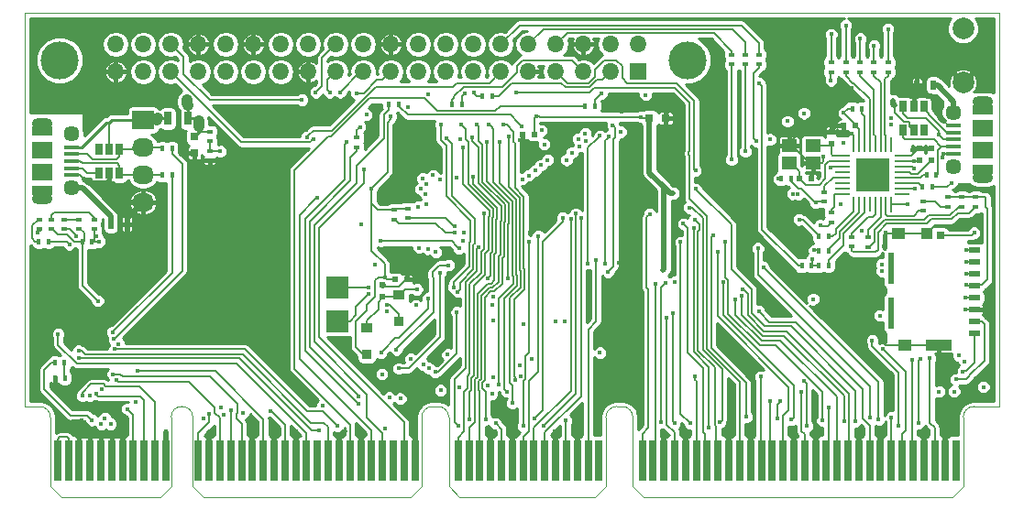
<source format=gbr>
G04 #@! TF.FileFunction,Copper,L1,Top,Signal*
%FSLAX46Y46*%
G04 Gerber Fmt 4.6, Leading zero omitted, Abs format (unit mm)*
G04 Created by KiCad (PCBNEW 4.0.7) date 09/09/17 19:34:41*
%MOMM*%
%LPD*%
G01*
G04 APERTURE LIST*
%ADD10C,0.100000*%
%ADD11R,2.000000X2.000000*%
%ADD12R,0.600000X0.400000*%
%ADD13R,0.400000X0.600000*%
%ADD14R,1.000000X0.500000*%
%ADD15R,2.390000X1.050000*%
%ADD16R,1.200000X1.050000*%
%ADD17R,1.080000X1.050000*%
%ADD18R,0.780000X0.720000*%
%ADD19R,0.550000X2.910000*%
%ADD20R,2.032000X1.727200*%
%ADD21O,2.032000X1.727200*%
%ADD22R,0.500000X0.600000*%
%ADD23R,0.600000X0.500000*%
%ADD24R,0.750000X0.800000*%
%ADD25R,0.500000X0.900000*%
%ADD26R,0.700000X1.300000*%
%ADD27R,1.500000X1.500000*%
%ADD28O,1.500000X0.250000*%
%ADD29O,0.250000X1.500000*%
%ADD30R,1.400000X1.150000*%
%ADD31C,2.000000*%
%ADD32R,0.800000X0.750000*%
%ADD33R,0.900000X0.900000*%
%ADD34R,1.100000X0.900000*%
%ADD35O,1.900000X1.000000*%
%ADD36R,1.900000X1.500000*%
%ADD37C,1.450000*%
%ADD38R,1.900000X0.900000*%
%ADD39R,1.350000X0.400000*%
%ADD40R,0.650000X1.060000*%
%ADD41O,1.550000X1.550000*%
%ADD42C,3.500000*%
%ADD43R,1.550000X1.550000*%
%ADD44R,0.700000X3.850000*%
%ADD45C,0.400000*%
%ADD46C,0.150000*%
%ADD47C,1.000000*%
%ADD48C,0.250000*%
%ADD49C,0.500000*%
%ADD50C,0.220000*%
G04 APERTURE END LIST*
D10*
X86767232Y-135759051D02*
X86767232Y-135359051D01*
X97917232Y-135359051D02*
X97917232Y-135759051D01*
X96917232Y-136759051D02*
X87767232Y-136759051D01*
X96917232Y-136759051D02*
X97917232Y-135759051D01*
X86767232Y-135759051D02*
X87767232Y-136759051D01*
X140567232Y-135759051D02*
X140567232Y-135359051D01*
X140567232Y-135759051D02*
X141567232Y-136759051D01*
X170067232Y-136759051D02*
X141567232Y-136759051D01*
X170067232Y-136759051D02*
X171067232Y-135759051D01*
X171067232Y-135359051D02*
X171067232Y-135759051D01*
X174417232Y-91959051D02*
X174417232Y-128359051D01*
X84417232Y-128359051D02*
X84417232Y-91959051D01*
X84417232Y-91959051D02*
X174417232Y-91959051D01*
X121067232Y-129359051D02*
X121067232Y-135359051D01*
X121067232Y-129359051D02*
G75*
G02X122067232Y-128359051I1000000J0D01*
G01*
X122567232Y-128359051D02*
X122067232Y-128359051D01*
X122567232Y-128359051D02*
G75*
G02X123567232Y-129359051I0J-1000000D01*
G01*
X123567232Y-135359051D02*
X123567232Y-129359051D01*
X138067232Y-129359051D02*
X138067232Y-135359051D01*
X138067232Y-129359051D02*
G75*
G02X139067232Y-128359051I1000000J0D01*
G01*
X139567232Y-128359051D02*
X139067232Y-128359051D01*
X139567232Y-128359051D02*
G75*
G02X140567232Y-129359051I0J-1000000D01*
G01*
X140567232Y-135359051D02*
X140567232Y-129359051D01*
X171067232Y-129359051D02*
X171067232Y-135359051D01*
X171067232Y-129359051D02*
G75*
G02X172067232Y-128359051I1000000J0D01*
G01*
X172067232Y-128359051D02*
X174417232Y-128359051D01*
X85767232Y-128359051D02*
X84417232Y-128359051D01*
X85767232Y-128359051D02*
G75*
G02X86767232Y-129359051I0J-1000000D01*
G01*
X86767232Y-135359051D02*
X86767232Y-129359051D01*
X97917232Y-129359051D02*
X97917232Y-135359051D01*
X97917232Y-129359051D02*
G75*
G02X99917232Y-129359051I1000000J0D01*
G01*
X99917232Y-135359051D02*
X99917232Y-129359051D01*
X137067232Y-136759051D02*
X124567232Y-136759051D01*
X137067232Y-136759051D02*
X138067232Y-135759051D01*
X138067232Y-135359051D02*
X138067232Y-135759051D01*
X123567232Y-135759051D02*
X123567232Y-135359051D01*
X123567232Y-135759051D02*
X124567232Y-136759051D01*
X120067232Y-136759051D02*
X100917232Y-136759051D01*
X120067232Y-136759051D02*
X121067232Y-135759051D01*
X121067232Y-135359051D02*
X121067232Y-135759051D01*
X99917232Y-135759051D02*
X99917232Y-135359051D01*
X99917232Y-135759051D02*
X100917232Y-136759051D01*
D11*
X113300000Y-117390000D03*
X113300000Y-120490000D03*
D12*
X150950000Y-95830000D03*
X150950000Y-96730000D03*
D13*
X97991000Y-104521000D03*
X97091000Y-104521000D03*
D14*
X172127800Y-121602800D03*
X172127800Y-120502800D03*
X172127800Y-119402800D03*
X172127800Y-118302800D03*
X172127800Y-117202800D03*
X172127800Y-116102800D03*
X172127800Y-115002800D03*
X172127800Y-113902800D03*
D15*
X168822800Y-122652800D03*
D16*
X165637800Y-122652800D03*
X165067800Y-112327800D03*
D17*
X167677800Y-112327800D03*
D18*
X168947800Y-112542800D03*
D19*
X164392800Y-119747800D03*
X164392800Y-115557800D03*
D20*
X95331200Y-101854000D03*
D21*
X95331200Y-104394000D03*
X95331200Y-106934000D03*
X95331200Y-109474000D03*
D12*
X160780000Y-112690000D03*
X160780000Y-113590000D03*
D22*
X158877000Y-104055000D03*
X158877000Y-102955000D03*
D23*
X155914000Y-107315000D03*
X157014000Y-107315000D03*
X161078000Y-102362000D03*
X159978000Y-102362000D03*
D24*
X100076000Y-103390000D03*
X100076000Y-104890000D03*
D22*
X167005000Y-105579000D03*
X167005000Y-104479000D03*
D25*
X168300000Y-98650000D03*
X166800000Y-98650000D03*
X92341000Y-111506000D03*
X93841000Y-111506000D03*
D26*
X99502000Y-101727000D03*
X97602000Y-101727000D03*
D13*
X168217000Y-108077000D03*
X167317000Y-108077000D03*
X167698000Y-106934000D03*
X168598000Y-106934000D03*
X127570000Y-99650000D03*
X126670000Y-99650000D03*
X123883000Y-100457000D03*
X124783000Y-100457000D03*
X97091000Y-106934000D03*
X97991000Y-106934000D03*
D12*
X101473000Y-102928000D03*
X101473000Y-103828000D03*
X101473000Y-104706000D03*
X101473000Y-105606000D03*
D13*
X161714600Y-100838000D03*
X160814600Y-100838000D03*
X118941000Y-100457000D03*
X118041000Y-100457000D03*
D12*
X158877000Y-110421000D03*
X158877000Y-111321000D03*
D13*
X158640000Y-112630000D03*
X157740000Y-112630000D03*
X158630000Y-113930000D03*
X157730000Y-113930000D03*
X158640000Y-115290000D03*
X157740000Y-115290000D03*
D12*
X158242000Y-108541400D03*
X158242000Y-109441400D03*
X115062000Y-103512200D03*
X115062000Y-104412200D03*
D27*
X161937000Y-107684000D03*
X161937000Y-106184000D03*
X163437000Y-106184000D03*
D28*
X165437000Y-108684000D03*
X165437000Y-108184000D03*
X165437000Y-107684000D03*
X165437000Y-107184000D03*
X165437000Y-106684000D03*
X165437000Y-106184000D03*
X165437000Y-105684000D03*
X165437000Y-105184000D03*
D29*
X164437000Y-104184000D03*
X163937000Y-104184000D03*
X163437000Y-104184000D03*
X162937000Y-104184000D03*
X162437000Y-104184000D03*
X161937000Y-104184000D03*
X161437000Y-104184000D03*
X160937000Y-104184000D03*
D28*
X159937000Y-105184000D03*
X159937000Y-105684000D03*
X159937000Y-106184000D03*
X159937000Y-106684000D03*
X159937000Y-107184000D03*
X159937000Y-107684000D03*
X159937000Y-108184000D03*
X159937000Y-108684000D03*
D29*
X160937000Y-109684000D03*
X161437000Y-109684000D03*
X161937000Y-109684000D03*
X162437000Y-109684000D03*
X162937000Y-109684000D03*
X163437000Y-109684000D03*
X163937000Y-109684000D03*
X164437000Y-109684000D03*
D27*
X163437000Y-107684000D03*
D30*
X154983000Y-105829000D03*
X154983000Y-104229000D03*
X157183000Y-104229000D03*
X157183000Y-105829000D03*
D31*
X171074080Y-93411040D03*
X171074080Y-98411040D03*
D22*
X168148000Y-105579000D03*
X168148000Y-104479000D03*
D12*
X90810000Y-111956000D03*
X90810000Y-111056000D03*
X89413000Y-111956000D03*
X89413000Y-111056000D03*
D13*
X86611800Y-113106200D03*
X85711800Y-113106200D03*
D12*
X162260000Y-112710000D03*
X162260000Y-113610000D03*
X167390000Y-110280000D03*
X167390000Y-109380000D03*
D22*
X117440000Y-118230000D03*
X117440000Y-117130000D03*
D32*
X142099600Y-101727000D03*
X143599600Y-101727000D03*
D23*
X131440000Y-103180000D03*
X130340000Y-103180000D03*
D33*
X116000000Y-123520000D03*
D34*
X116000000Y-121120000D03*
D33*
X118973600Y-120453000D03*
D34*
X118973600Y-118053000D03*
D12*
X149700000Y-95830000D03*
X149700000Y-96730000D03*
D13*
X87180000Y-124333000D03*
X88080000Y-124333000D03*
X90594600Y-113157000D03*
X89694600Y-113157000D03*
X137051200Y-100558600D03*
X136151200Y-100558600D03*
D12*
X118491000Y-110167000D03*
X118491000Y-111067000D03*
X119761000Y-110040000D03*
X119761000Y-110940000D03*
D23*
X118576000Y-116611400D03*
X119676000Y-116611400D03*
D35*
X85984000Y-109164000D03*
D36*
X85984000Y-106664000D03*
D37*
X88684000Y-108164000D03*
D38*
X85984000Y-108414000D03*
D39*
X88684000Y-104364000D03*
X88684000Y-105014000D03*
X88684000Y-105664000D03*
X88684000Y-106314000D03*
X88684000Y-106964000D03*
D37*
X88684000Y-103164000D03*
D35*
X85984000Y-102164000D03*
D36*
X85984000Y-104664000D03*
D38*
X85984000Y-102914000D03*
D35*
X172874940Y-100157400D03*
D36*
X172874940Y-102657400D03*
D37*
X170174940Y-101157400D03*
D38*
X172874940Y-100907400D03*
D39*
X170174940Y-104957400D03*
X170174940Y-104307400D03*
X170174940Y-103657400D03*
X170174940Y-103007400D03*
X170174940Y-102357400D03*
D37*
X170174940Y-106157400D03*
D35*
X172874940Y-107157400D03*
D36*
X172874940Y-104657400D03*
D38*
X172874940Y-106407400D03*
D40*
X167440000Y-100620000D03*
X166490000Y-100620000D03*
X165540000Y-100620000D03*
X165540000Y-102820000D03*
X167440000Y-102820000D03*
X166490000Y-102820000D03*
X91257000Y-106764000D03*
X92207000Y-106764000D03*
X93157000Y-106764000D03*
X93157000Y-104564000D03*
X91257000Y-104564000D03*
X92207000Y-104564000D03*
D12*
X152200000Y-95830000D03*
X152200000Y-96730000D03*
D13*
X156180000Y-115340000D03*
X157080000Y-115340000D03*
X154260000Y-107300000D03*
X155160000Y-107300000D03*
D12*
X164120000Y-96540000D03*
X164120000Y-97440000D03*
X160230000Y-96550000D03*
X160230000Y-97450000D03*
X161560000Y-96540000D03*
X161560000Y-97440000D03*
X162840000Y-96540000D03*
X162840000Y-97440000D03*
X158870000Y-96540000D03*
X158870000Y-97440000D03*
D41*
X92801440Y-94861380D03*
X92801440Y-97401380D03*
D42*
X87631440Y-96331380D03*
D43*
X141061440Y-97401380D03*
D41*
X141061440Y-94861380D03*
X138521440Y-97401380D03*
X138521440Y-94861380D03*
X135981440Y-97401380D03*
X135981440Y-94861380D03*
X133441440Y-97401380D03*
X133441440Y-94861380D03*
X130901440Y-97401380D03*
X130901440Y-94861380D03*
X128361440Y-97401380D03*
X128361440Y-94861380D03*
X125821440Y-97401380D03*
X125821440Y-94861380D03*
X123281440Y-97401380D03*
X123281440Y-94861380D03*
X120741440Y-97401380D03*
X120741440Y-94861380D03*
X118201440Y-97401380D03*
X118201440Y-94861380D03*
X115661440Y-97401380D03*
X115661440Y-94861380D03*
X113121440Y-97401380D03*
X113121440Y-94861380D03*
X110581440Y-97401380D03*
X110581440Y-94861380D03*
D42*
X145631440Y-96331380D03*
D41*
X108041440Y-97401380D03*
X105501440Y-97401380D03*
X102961440Y-97401380D03*
X100421440Y-97401380D03*
X97881440Y-97401380D03*
X95341440Y-97401380D03*
X108041440Y-94861380D03*
X105501440Y-94861380D03*
X102961440Y-94861380D03*
X100421440Y-94861380D03*
X97881440Y-94861380D03*
X95341440Y-94861380D03*
D44*
X87431800Y-133360400D03*
X88431800Y-133360400D03*
X89431800Y-133360400D03*
X90431800Y-133360400D03*
X91431800Y-133360400D03*
X92431800Y-133360400D03*
X93431800Y-133360400D03*
X94431800Y-133360400D03*
X95431800Y-133360400D03*
X96431800Y-133360400D03*
X97431800Y-133360400D03*
X100431800Y-133360400D03*
X101431800Y-133360400D03*
X102431800Y-133360400D03*
X103431800Y-133360400D03*
X104431800Y-133360400D03*
X105431800Y-133360400D03*
X106431800Y-133360400D03*
X107431800Y-133360400D03*
X108431800Y-133360400D03*
X109431800Y-133360400D03*
X110431800Y-133360400D03*
X111431800Y-133360400D03*
X112431800Y-133360400D03*
X113431800Y-133360400D03*
X114431800Y-133360400D03*
X115431800Y-133360400D03*
X116431800Y-133360400D03*
X117431800Y-133360400D03*
X118431800Y-133360400D03*
X119431800Y-133360400D03*
X120431800Y-133360400D03*
X124431800Y-133360400D03*
X125431800Y-133360400D03*
X126431800Y-133360400D03*
X127431800Y-133360400D03*
X128431800Y-133360400D03*
X129431800Y-133360400D03*
X130431800Y-133360400D03*
X131431800Y-133360400D03*
X132431800Y-133360400D03*
X133431800Y-133360400D03*
X134431800Y-133360400D03*
X135431800Y-133360400D03*
X136431800Y-133360400D03*
X137431800Y-133360400D03*
X141431800Y-133360400D03*
X142431800Y-133360400D03*
X143431800Y-133360400D03*
X144431800Y-133360400D03*
X145431800Y-133360400D03*
X146431800Y-133360400D03*
X147431800Y-133360400D03*
X148431800Y-133360400D03*
X149431800Y-133360400D03*
X150431800Y-133360400D03*
X151431800Y-133360400D03*
X152431800Y-133360400D03*
X153431800Y-133360400D03*
X154431800Y-133360400D03*
X155431800Y-133360400D03*
X156431800Y-133360400D03*
X157431800Y-133360400D03*
X158431800Y-133360400D03*
X159431800Y-133360400D03*
X160431800Y-133360400D03*
X161431800Y-133360400D03*
X162431800Y-133360400D03*
X163431800Y-133360400D03*
X164431800Y-133360400D03*
X165431800Y-133360400D03*
X166431800Y-133360400D03*
X167431800Y-133360400D03*
X168431800Y-133360400D03*
X169431800Y-133360400D03*
X170431800Y-133360400D03*
D13*
X87210400Y-125704600D03*
X88110400Y-125704600D03*
D12*
X86873000Y-111956000D03*
X86873000Y-111056000D03*
X88016000Y-111956000D03*
X88016000Y-111056000D03*
X85730000Y-111956000D03*
X85730000Y-111056000D03*
X172220000Y-109890000D03*
X172220000Y-108990000D03*
X170950000Y-109880000D03*
X170950000Y-108980000D03*
X169670000Y-109870000D03*
X169670000Y-108970000D03*
D45*
X136226446Y-103814857D03*
X157320000Y-113920000D03*
X152004990Y-103825520D03*
X115468549Y-111477010D03*
X91159990Y-118590002D03*
X89161983Y-112588205D03*
X88520000Y-113360000D03*
X139440011Y-102970000D03*
X127660000Y-118229998D03*
X92535010Y-121480000D03*
X92650000Y-122110000D03*
X127584200Y-118948200D03*
X124520000Y-113740000D03*
X117210000Y-113060000D03*
X102438200Y-104749600D03*
X155905200Y-111074200D03*
X157886400Y-111582200D03*
X166498444Y-106334010D03*
X157210000Y-118440000D03*
X99364800Y-99999800D03*
X127635000Y-120421400D03*
X155803600Y-108737400D03*
X155321000Y-108712000D03*
X85545010Y-112240000D03*
X130118994Y-124574990D03*
X130130000Y-103720000D03*
X163520000Y-122270000D03*
X122357786Y-123869944D03*
X101439361Y-130910011D03*
X105408506Y-130761810D03*
X88850010Y-129755470D03*
X164380000Y-101710000D03*
X164370000Y-102300000D03*
X139545725Y-101084990D03*
X158176591Y-105287964D03*
X116880998Y-102005010D03*
X144157547Y-100908923D03*
X139445997Y-108143364D03*
X166397027Y-104671773D03*
X168880000Y-101310000D03*
X168880000Y-100790000D03*
X168529000Y-111705010D03*
X139268200Y-115087400D03*
X93853000Y-130352800D03*
X89662000Y-129667000D03*
X100457000Y-106502200D03*
X99949000Y-106146600D03*
X100990400Y-119151400D03*
X100914200Y-118440200D03*
X136372600Y-120497600D03*
X120472200Y-116509800D03*
X117703600Y-109626400D03*
X130429000Y-120777000D03*
X113919000Y-130683000D03*
X93345000Y-130683000D03*
X169418000Y-130683000D03*
X167386000Y-130683000D03*
X163322000Y-130683000D03*
X161417000Y-130683000D03*
X157480000Y-130683000D03*
X155448000Y-130683000D03*
X151384000Y-130683000D03*
X149479000Y-130683000D03*
X145415000Y-130683000D03*
X143383000Y-130683000D03*
X97409000Y-130683000D03*
X107442000Y-130683000D03*
X109474000Y-130683000D03*
X115443000Y-130683000D03*
X120396000Y-130683000D03*
X127381000Y-130683000D03*
X135382000Y-130683000D03*
X133350000Y-130683000D03*
X129413000Y-130683000D03*
X166649400Y-108229400D03*
X160782000Y-98933000D03*
X160020000Y-104013000D03*
X163753800Y-113538000D03*
X163931600Y-112293400D03*
X160807400Y-103149400D03*
X163437000Y-107684000D03*
X161937000Y-107684000D03*
X163437000Y-106184000D03*
X161937000Y-106184000D03*
X171246800Y-119354600D03*
X135660000Y-104290000D03*
X157140000Y-114710000D03*
X158860000Y-98200000D03*
X158851600Y-106248200D03*
X165912800Y-109677200D03*
X169976800Y-107670600D03*
X168833800Y-103225600D03*
X91800000Y-129430000D03*
X117650000Y-116400000D03*
X91020000Y-112640000D03*
X141290000Y-101570000D03*
X131670996Y-101520666D03*
X115945449Y-101370536D03*
X123452253Y-123559958D03*
X131221881Y-123984482D03*
X154837259Y-101990934D03*
X144246600Y-108635800D03*
X143370000Y-115750000D03*
X118200000Y-101530000D03*
X163370000Y-119950000D03*
X137520000Y-123390000D03*
X166490000Y-105684000D03*
X171323000Y-117144800D03*
X116433600Y-108178600D03*
X160045400Y-101219000D03*
X91287600Y-113106200D03*
X91440000Y-129971800D03*
X90601800Y-129616200D03*
X92329000Y-129971800D03*
X163550600Y-115824000D03*
X163550600Y-115239800D03*
X159791400Y-109626400D03*
X157454600Y-109499400D03*
X120624600Y-117525800D03*
X117869055Y-118969713D03*
X93052361Y-122574635D03*
X161680000Y-112150000D03*
X121660000Y-99520000D03*
X170230800Y-126974600D03*
X171297600Y-118313200D03*
X170383200Y-125857000D03*
X171043600Y-125120400D03*
X134239000Y-120497600D03*
X172085000Y-112293400D03*
X133426200Y-120497600D03*
X171348400Y-113919000D03*
X170637200Y-123621800D03*
X171348400Y-114985800D03*
X171196000Y-124206000D03*
X171323000Y-116103400D03*
X116140000Y-117390000D03*
X116136542Y-117990002D03*
X164729263Y-100529250D03*
X164590000Y-100090000D03*
X169189400Y-105359200D03*
X169240200Y-104978200D03*
X154035021Y-107320000D03*
X146350000Y-106540000D03*
X152198619Y-98451381D03*
X162840000Y-95010000D03*
X161560000Y-94340000D03*
X158890000Y-93945021D03*
X164120000Y-93440000D03*
X160230000Y-93110000D03*
X111028374Y-103650372D03*
X110007400Y-99999800D03*
X117300000Y-123380000D03*
X121645010Y-118390000D03*
X94615000Y-127914400D03*
X118700000Y-123100000D03*
X123540797Y-115290870D03*
X93878400Y-128600200D03*
X91470000Y-126764990D03*
X131540000Y-106560000D03*
X90982341Y-127202652D03*
X132069117Y-106039117D03*
X90403326Y-127359990D03*
X132672937Y-105547362D03*
X89737570Y-127359990D03*
X135510000Y-103620000D03*
X119100000Y-127620000D03*
X100890000Y-129500000D03*
X118070000Y-127530000D03*
X101440000Y-129060000D03*
X102560001Y-128409999D03*
X120049999Y-123960000D03*
X124880000Y-113020000D03*
X92878030Y-125889986D03*
X138710000Y-102350000D03*
X122290382Y-125175010D03*
X102799875Y-129110827D03*
X124290000Y-119650000D03*
X138249998Y-115910000D03*
X138340000Y-103410000D03*
X103450000Y-128710000D03*
X118950000Y-124850000D03*
X122760002Y-115970000D03*
X137985626Y-115188667D03*
X137513028Y-103329677D03*
X104538424Y-128986813D03*
X117380000Y-125360000D03*
X136400000Y-115130000D03*
X92539481Y-125394609D03*
X124960000Y-112300000D03*
X117879926Y-119569626D03*
X94840000Y-125100000D03*
X127160052Y-126420000D03*
X111910000Y-128280000D03*
X127670000Y-125640000D03*
X107120000Y-128750000D03*
X87490010Y-121670000D03*
X136150000Y-103120000D03*
X111610000Y-130589998D03*
X124145841Y-112316388D03*
X89406344Y-123902653D03*
X89374708Y-123210867D03*
X124080000Y-111720000D03*
X92713416Y-123069742D03*
X116710000Y-115230000D03*
X113284000Y-130175000D03*
X111390000Y-109060000D03*
X172939998Y-126550000D03*
X117670000Y-130360000D03*
X124609989Y-103639360D03*
X115220000Y-128150000D03*
X114150000Y-103929998D03*
X115240000Y-127420000D03*
X115722400Y-106415010D03*
X130351425Y-107334998D03*
X126305021Y-113620000D03*
X124460000Y-130175000D03*
X126860000Y-110490000D03*
X132366241Y-104125026D03*
X124860000Y-104430000D03*
X125476000Y-129540000D03*
X125815223Y-107130056D03*
X130933109Y-106996607D03*
X126130000Y-102265021D03*
X127000000Y-129540000D03*
X125680000Y-103490000D03*
X127889000Y-129921000D03*
X130951537Y-113119160D03*
X130429000Y-130175000D03*
X131819999Y-112625032D03*
X131445000Y-129475010D03*
X134080000Y-110930000D03*
X134830000Y-110970000D03*
X135284001Y-110537702D03*
X132334000Y-130175000D03*
X135780011Y-110920000D03*
X124545010Y-126580000D03*
X127540000Y-127180000D03*
X122810000Y-126854991D03*
X134370000Y-129650000D03*
X129090000Y-103380000D03*
X129450000Y-128040000D03*
X122344968Y-114095063D03*
X137165467Y-114836452D03*
X128610000Y-102310000D03*
X129690584Y-125917706D03*
X142113000Y-110566200D03*
X143580000Y-116910000D03*
X143129000Y-129819400D03*
X142630000Y-116980000D03*
X144399000Y-129895600D03*
X144246600Y-119761000D03*
X143687800Y-120192800D03*
X120740000Y-109880000D03*
X144966398Y-113160034D03*
X145846800Y-129895600D03*
X146310000Y-125605032D03*
X121512504Y-107762282D03*
X147570000Y-130300000D03*
X146200000Y-111820000D03*
X121140000Y-107290000D03*
X145220000Y-111470000D03*
X122110000Y-106985010D03*
X148600000Y-129810000D03*
X145766783Y-109978183D03*
X122790000Y-107395010D03*
X146253200Y-111074200D03*
X121738162Y-124819955D03*
X130181745Y-125559427D03*
X129760000Y-99360000D03*
X120970652Y-108240011D03*
X147980400Y-112522000D03*
X151028400Y-129311400D03*
X152369018Y-125605032D03*
X154180000Y-127880000D03*
X153940000Y-129450000D03*
X153260000Y-127860000D03*
X155214834Y-129589589D03*
X148900000Y-116880000D03*
X121630000Y-113780000D03*
X148395010Y-114028190D03*
X120830000Y-113680000D03*
X156615010Y-130160000D03*
X156384117Y-126005883D03*
X121190000Y-124490000D03*
X128220000Y-103880000D03*
X156110000Y-127050000D03*
X128900000Y-126980000D03*
X121439226Y-108712293D03*
X158080000Y-129670000D03*
X149090000Y-113090000D03*
X158620000Y-128450000D03*
X122820000Y-102270000D03*
X160060000Y-129680000D03*
X150610000Y-118110000D03*
X123985010Y-117320155D03*
X123330000Y-103520000D03*
X150040000Y-118450000D03*
X124398529Y-117754914D03*
X124319968Y-107164946D03*
X146354800Y-108254800D03*
X161086800Y-129743200D03*
X127150000Y-116540000D03*
X124680000Y-102265021D03*
X150720000Y-117510000D03*
X121480000Y-109662305D03*
X162430000Y-129400011D03*
X152120600Y-113741200D03*
X152180000Y-119540000D03*
X120523000Y-118999000D03*
X152603200Y-115493800D03*
X163245800Y-129565400D03*
X164450000Y-129380000D03*
X162669989Y-122268293D03*
X165100000Y-130175000D03*
X163673256Y-123068666D03*
X167157400Y-123926600D03*
X166979600Y-129870200D03*
X166344600Y-124018678D03*
X127280000Y-102265021D03*
X128190000Y-126350000D03*
X168833800Y-126974600D03*
X127090000Y-103880000D03*
X128980000Y-116550000D03*
X144410000Y-116870002D03*
X167995600Y-123901200D03*
X153231612Y-103663378D03*
X119820000Y-100660000D03*
X130270000Y-102420000D03*
X132125987Y-102825004D03*
X115356990Y-102515171D03*
X137680000Y-99385010D03*
X110464600Y-103445010D03*
X141730000Y-99550000D03*
X156370000Y-101262000D03*
X115010000Y-99370000D03*
X113520000Y-99300000D03*
X112569989Y-99310000D03*
X111280000Y-99300000D03*
X125857000Y-99345010D03*
X125054378Y-99367388D03*
X149680000Y-105520000D03*
X134434880Y-105574878D03*
X134950000Y-104890011D03*
X150950000Y-104780000D03*
D46*
X89413000Y-111056000D02*
X88016000Y-111056000D01*
X157320000Y-113920000D02*
X157720000Y-113920000D01*
X157720000Y-113920000D02*
X157730000Y-113930000D01*
X152200000Y-97080000D02*
X151723617Y-97556383D01*
X151723617Y-97556383D02*
X151723617Y-103544147D01*
X152200000Y-96730000D02*
X152200000Y-97080000D01*
X151723617Y-103544147D02*
X151804991Y-103625521D01*
X151804991Y-103625521D02*
X152004990Y-103825520D01*
X162937000Y-110584000D02*
X162937000Y-109684000D01*
X162686998Y-110834002D02*
X162937000Y-110584000D01*
X162285998Y-110834002D02*
X162686998Y-110834002D01*
X160780000Y-112340000D02*
X162285998Y-110834002D01*
X160780000Y-112690000D02*
X160780000Y-112340000D01*
X86973000Y-111956000D02*
X87448001Y-112431001D01*
X88269003Y-112431001D02*
X88995002Y-113157000D01*
X86873000Y-111956000D02*
X86973000Y-111956000D01*
X87448001Y-112431001D02*
X88269003Y-112431001D01*
X89863000Y-113019000D02*
X89725000Y-113157000D01*
X89413000Y-111956000D02*
X89513000Y-111956000D01*
X89513000Y-111956000D02*
X89863000Y-112306000D01*
X89863000Y-112306000D02*
X89863000Y-113019000D01*
X88995002Y-113157000D02*
X89725000Y-113157000D01*
X90959991Y-118390003D02*
X91159990Y-118590002D01*
X89725000Y-113157000D02*
X89725000Y-117155012D01*
X89725000Y-117155012D02*
X90959991Y-118390003D01*
X88954613Y-112388206D02*
X88961984Y-112388206D01*
X88961984Y-112388206D02*
X89161983Y-112588205D01*
X88522407Y-111956000D02*
X88954613Y-112388206D01*
X88016000Y-111956000D02*
X88522407Y-111956000D01*
X86611800Y-113106200D02*
X88266200Y-113106200D01*
X88320001Y-113160001D02*
X88520000Y-113360000D01*
X88266200Y-113106200D02*
X88320001Y-113160001D01*
X160970000Y-98440000D02*
X162437000Y-99907000D01*
X162437000Y-99907000D02*
X162437000Y-104184000D01*
X160870000Y-98440000D02*
X160970000Y-98440000D01*
X160230000Y-97450000D02*
X160230000Y-97800000D01*
X160230000Y-97800000D02*
X160870000Y-98440000D01*
X163937000Y-103284000D02*
X163854999Y-103201999D01*
X163937000Y-104184000D02*
X163937000Y-103284000D01*
X163854999Y-98055001D02*
X164120000Y-97790000D01*
X163854999Y-103201999D02*
X163854999Y-98055001D01*
X164120000Y-97790000D02*
X164120000Y-97440000D01*
X165437000Y-107684000D02*
X166924000Y-107684000D01*
X166924000Y-107684000D02*
X167317000Y-108077000D01*
X167081989Y-107200011D02*
X167348000Y-106934000D01*
X165453011Y-107200011D02*
X167081989Y-107200011D01*
X165437000Y-107184000D02*
X165453011Y-107200011D01*
X167348000Y-106934000D02*
X167698000Y-106934000D01*
X97991000Y-116024010D02*
X92735009Y-121280001D01*
X97991000Y-106934000D02*
X97991000Y-116024010D01*
X92735009Y-121280001D02*
X92535010Y-121480000D01*
X98933000Y-105913000D02*
X98933000Y-115827000D01*
X98933000Y-115827000D02*
X92849999Y-121910001D01*
X92849999Y-121910001D02*
X92650000Y-122110000D01*
X97991000Y-104521000D02*
X97991000Y-104971000D01*
X97991000Y-104971000D02*
X98933000Y-105913000D01*
X124320001Y-113540001D02*
X124520000Y-113740000D01*
X123840000Y-113060000D02*
X124320001Y-113540001D01*
X117210000Y-113060000D02*
X123840000Y-113060000D01*
X102394600Y-104706000D02*
X101473000Y-104706000D01*
X102438200Y-104749600D02*
X102394600Y-104706000D01*
X101473000Y-103828000D02*
X101473000Y-104706000D01*
X161950011Y-103270989D02*
X161937000Y-103284000D01*
X161950011Y-101523411D02*
X161950011Y-103270989D01*
X161714600Y-101288000D02*
X161950011Y-101523411D01*
X161714600Y-100838000D02*
X161714600Y-101288000D01*
X161937000Y-103284000D02*
X161937000Y-104184000D01*
X157740000Y-112630000D02*
X157740000Y-112530000D01*
X157740000Y-112530000D02*
X156284200Y-111074200D01*
X156284200Y-111074200D02*
X156188042Y-111074200D01*
X156188042Y-111074200D02*
X155905200Y-111074200D01*
X158539600Y-111658400D02*
X158877000Y-111321000D01*
X157962600Y-111658400D02*
X158539600Y-111658400D01*
X157886400Y-111582200D02*
X157962600Y-111658400D01*
X166311430Y-106850000D02*
X166850000Y-106850000D01*
X167748000Y-106029000D02*
X168148000Y-105629000D01*
X166850000Y-106850000D02*
X167671000Y-106029000D01*
X165437000Y-106684000D02*
X166145430Y-106684000D01*
X166145430Y-106684000D02*
X166311430Y-106850000D01*
X167671000Y-106029000D02*
X167748000Y-106029000D01*
X168148000Y-105629000D02*
X168148000Y-105579000D01*
X166348434Y-106184000D02*
X166498444Y-106334010D01*
X165437000Y-106184000D02*
X166348434Y-106184000D01*
X170645010Y-109880000D02*
X170950000Y-109880000D01*
X167885021Y-110689989D02*
X169835021Y-110689989D01*
X169835021Y-110689989D02*
X170645010Y-109880000D01*
X167495021Y-111079989D02*
X167885021Y-110689989D01*
X163795021Y-111079989D02*
X167495021Y-111079989D01*
X162859989Y-113110011D02*
X162859989Y-112015021D01*
X162859989Y-112015021D02*
X163795021Y-111079989D01*
X162360000Y-113610000D02*
X162859989Y-113110011D01*
X162260000Y-113610000D02*
X162360000Y-113610000D01*
X159937000Y-105184000D02*
X159032000Y-105184000D01*
X159032000Y-105184000D02*
X158877000Y-105029000D01*
X158877000Y-105029000D02*
X158877000Y-104055000D01*
X157183000Y-104229000D02*
X158703000Y-104229000D01*
X158703000Y-104229000D02*
X158877000Y-104055000D01*
X159937000Y-105684000D02*
X158679200Y-105684000D01*
X158343600Y-106019600D02*
X158343600Y-107315000D01*
X156538989Y-107889989D02*
X155964000Y-107315000D01*
X158679200Y-105684000D02*
X158343600Y-106019600D01*
X158343600Y-107315000D02*
X157768611Y-107889989D01*
X157768611Y-107889989D02*
X156538989Y-107889989D01*
X155964000Y-107315000D02*
X155914000Y-107315000D01*
X154983000Y-105829000D02*
X155108000Y-105829000D01*
X155108000Y-105829000D02*
X155914000Y-106635000D01*
X155914000Y-106635000D02*
X155914000Y-106915000D01*
X155914000Y-106915000D02*
X155914000Y-107315000D01*
D47*
X100457000Y-101942900D02*
X100457000Y-102476300D01*
D48*
X100076000Y-103390000D02*
X100457000Y-103009000D01*
X100457000Y-102476300D02*
X100457000Y-103009000D01*
X100241100Y-101727000D02*
X100457000Y-101942900D01*
X100241100Y-101727000D02*
X99502000Y-101727000D01*
D47*
X99364800Y-99999800D02*
X99364800Y-100342700D01*
X99364800Y-100342700D02*
X99502000Y-100479900D01*
D48*
X99502000Y-100479900D02*
X99502000Y-101727000D01*
D46*
X100076000Y-103390000D02*
X100076000Y-103378000D01*
X100076000Y-103378000D02*
X100526000Y-102928000D01*
X100526000Y-102928000D02*
X101473000Y-102928000D01*
X117619414Y-117309414D02*
X117440000Y-117130000D01*
X119626000Y-116611400D02*
X118927986Y-117309414D01*
X118927986Y-117309414D02*
X117619414Y-117309414D01*
X119676000Y-116611400D02*
X119626000Y-116611400D01*
X85730000Y-111956000D02*
X85745009Y-111971009D01*
X85745009Y-111971009D02*
X85745009Y-112040001D01*
X85745009Y-112040001D02*
X85545010Y-112240000D01*
D49*
X166800000Y-98650000D02*
X166800000Y-98770000D01*
X166800000Y-98770000D02*
X167669999Y-99639999D01*
X167669999Y-99639999D02*
X168125001Y-99639999D01*
X168125001Y-99639999D02*
X168215001Y-99729999D01*
X168215001Y-99729999D02*
X168215001Y-99842159D01*
X168215001Y-99842159D02*
X168880000Y-100507158D01*
X168880000Y-100507158D02*
X168880000Y-100790000D01*
D46*
X89431800Y-134010400D02*
X89431800Y-131148200D01*
X89431800Y-131148200D02*
X89897000Y-130683000D01*
X89897000Y-130683000D02*
X90525600Y-130683000D01*
X130200000Y-103720000D02*
X130130000Y-103720000D01*
X130340000Y-103180000D02*
X130340000Y-103580000D01*
X130340000Y-103580000D02*
X130200000Y-103720000D01*
X163902800Y-122652800D02*
X163520000Y-122270000D01*
X165637800Y-122652800D02*
X163902800Y-122652800D01*
X101431800Y-130724200D02*
X101439361Y-130731761D01*
X101439361Y-130731761D02*
X101439361Y-130910011D01*
X105431800Y-130704800D02*
X105431800Y-130738516D01*
X105431800Y-130738516D02*
X105408506Y-130761810D01*
X88938480Y-129667000D02*
X88850010Y-129755470D01*
X89662000Y-129667000D02*
X88938480Y-129667000D01*
X143599600Y-101727000D02*
X143599600Y-101466870D01*
X143599600Y-101466870D02*
X144157547Y-100908923D01*
X158176591Y-105570806D02*
X158176591Y-105287964D01*
X158033000Y-105829000D02*
X158176591Y-105685409D01*
X157183000Y-105829000D02*
X158033000Y-105829000D01*
X158176591Y-105685409D02*
X158176591Y-105570806D01*
X166509700Y-104784446D02*
X166397027Y-104671773D01*
X166509700Y-104940100D02*
X166509700Y-104784446D01*
D49*
X168880000Y-101592842D02*
X169224618Y-101937460D01*
X169224618Y-101937460D02*
X169280000Y-101937460D01*
D46*
X169699940Y-102357400D02*
X169280000Y-101937460D01*
D49*
X168880000Y-101310000D02*
X168880000Y-101592842D01*
X92041000Y-107699800D02*
X91996799Y-107744001D01*
X90289001Y-107744001D02*
X89920000Y-107375000D01*
D46*
X89509000Y-106964000D02*
X89920000Y-107375000D01*
X89920000Y-107375000D02*
X90155000Y-107610000D01*
D49*
X91996799Y-107744001D02*
X90289001Y-107744001D01*
X95331200Y-109474000D02*
X93815200Y-109474000D01*
X93815200Y-109474000D02*
X92041000Y-107699800D01*
X92041000Y-107699800D02*
X92041000Y-107610000D01*
D46*
X90155000Y-107610000D02*
X92041000Y-107610000D01*
X92041000Y-107610000D02*
X92207000Y-107444000D01*
X92207000Y-107444000D02*
X92207000Y-106764000D01*
X88684000Y-106964000D02*
X89509000Y-106964000D01*
D48*
X166490000Y-100620000D02*
X166490000Y-98960000D01*
X166490000Y-98960000D02*
X166800000Y-98650000D01*
D49*
X168880000Y-100790000D02*
X168880000Y-101310000D01*
D46*
X170174940Y-102357400D02*
X169699940Y-102357400D01*
X167677800Y-112327800D02*
X167692800Y-112327800D01*
X168476790Y-111652800D02*
X168529000Y-111705010D01*
X167692800Y-112327800D02*
X168367800Y-111652800D01*
X168367800Y-111652800D02*
X168476790Y-111652800D01*
X168822800Y-122652800D02*
X165637800Y-122652800D01*
X93431800Y-130769800D02*
X93436000Y-130769800D01*
X93436000Y-130769800D02*
X93853000Y-130352800D01*
X90431800Y-130436800D02*
X89662000Y-129667000D01*
X90431800Y-134010400D02*
X90431800Y-130436800D01*
X90431800Y-134010400D02*
X90431800Y-130683000D01*
X90525600Y-130657600D02*
X90525600Y-130683000D01*
X90457200Y-130657600D02*
X90525600Y-130657600D01*
X90431800Y-130683000D02*
X90457200Y-130657600D01*
X91431800Y-134010400D02*
X91431800Y-130945200D01*
X91431800Y-130945200D02*
X91694000Y-130683000D01*
X92431800Y-134010400D02*
X92431800Y-130859600D01*
X92608400Y-130683000D02*
X93345000Y-130683000D01*
X92431800Y-130859600D02*
X92608400Y-130683000D01*
X90525600Y-130683000D02*
X91694000Y-130683000D01*
X91694000Y-130683000D02*
X93345000Y-130683000D01*
D49*
X93841000Y-111506000D02*
X93841000Y-110964200D01*
X93841000Y-110964200D02*
X95331200Y-109474000D01*
D48*
X95331200Y-109474000D02*
X94848600Y-109474000D01*
D47*
X100457000Y-106502200D02*
X100101400Y-106146600D01*
X99949000Y-106146600D02*
X100126800Y-105968800D01*
D46*
X101473000Y-105606000D02*
X100489600Y-105606000D01*
X100489600Y-105606000D02*
X100126800Y-105968800D01*
D48*
X100126800Y-104864600D02*
X100126800Y-105968800D01*
D46*
X120472200Y-116509800D02*
X120446800Y-116509800D01*
X119676000Y-116611400D02*
X120370600Y-116611400D01*
X120370600Y-116611400D02*
X120472200Y-116509800D01*
X120481000Y-116518600D02*
X120472200Y-116509800D01*
D49*
X113431800Y-134010400D02*
X113431800Y-131170200D01*
X113431800Y-131170200D02*
X113919000Y-130683000D01*
D46*
X113919000Y-130683000D02*
X113939800Y-130703800D01*
D49*
X93431800Y-134010400D02*
X93431800Y-130769800D01*
D46*
X93431800Y-130769800D02*
X93345000Y-130683000D01*
D49*
X169431800Y-134010400D02*
X169431800Y-130696800D01*
D46*
X169431800Y-130696800D02*
X169418000Y-130683000D01*
D49*
X167431800Y-134010400D02*
X167431800Y-130728800D01*
D46*
X167431800Y-130728800D02*
X167386000Y-130683000D01*
D49*
X163431800Y-134010400D02*
X163431800Y-130792800D01*
D46*
X163431800Y-130792800D02*
X163322000Y-130683000D01*
D49*
X161431800Y-134010400D02*
X161431800Y-130697800D01*
D46*
X161431800Y-130697800D02*
X161417000Y-130683000D01*
D49*
X157431800Y-134010400D02*
X157431800Y-130731200D01*
D46*
X157431800Y-130731200D02*
X157480000Y-130683000D01*
D49*
X155431800Y-134010400D02*
X155431800Y-130699200D01*
D46*
X155431800Y-130699200D02*
X155448000Y-130683000D01*
D49*
X151431800Y-134010400D02*
X151431800Y-130730800D01*
D46*
X151431800Y-130730800D02*
X151384000Y-130683000D01*
D49*
X149431800Y-134010400D02*
X149431800Y-130730200D01*
D46*
X149431800Y-130730200D02*
X149479000Y-130683000D01*
D49*
X145431800Y-134010400D02*
X145431800Y-130699800D01*
D46*
X145431800Y-130699800D02*
X145415000Y-130683000D01*
D49*
X143431800Y-134010400D02*
X143431800Y-130731800D01*
D46*
X143431800Y-130731800D02*
X143383000Y-130683000D01*
D49*
X97431800Y-134010400D02*
X97431800Y-130705800D01*
D46*
X97431800Y-130705800D02*
X97409000Y-130683000D01*
D49*
X101431800Y-134010400D02*
X101431800Y-130724200D01*
X105431800Y-134010400D02*
X105431800Y-130704800D01*
X107431800Y-134010400D02*
X107431800Y-130693200D01*
D46*
X107431800Y-130693200D02*
X107442000Y-130683000D01*
D49*
X109431800Y-134010400D02*
X109431800Y-130725200D01*
D46*
X109431800Y-130725200D02*
X109474000Y-130683000D01*
D49*
X115431800Y-134010400D02*
X115431800Y-130694200D01*
D46*
X115431800Y-130694200D02*
X115443000Y-130683000D01*
X120396000Y-130683000D02*
X120431800Y-130718800D01*
D49*
X120431800Y-130718800D02*
X120431800Y-134010400D01*
D46*
X127431800Y-130733800D02*
X127381000Y-130683000D01*
D49*
X127431800Y-130733800D02*
X127431800Y-134010400D01*
D46*
X135431800Y-130732800D02*
X135382000Y-130683000D01*
D49*
X135431800Y-130732800D02*
X135431800Y-134010400D01*
X133431800Y-134010400D02*
X133431800Y-130764800D01*
D46*
X133431800Y-130764800D02*
X133350000Y-130683000D01*
D49*
X129431800Y-134010400D02*
X129431800Y-130701800D01*
D46*
X129431800Y-130701800D02*
X129413000Y-130683000D01*
X166604000Y-108184000D02*
X166649400Y-108229400D01*
X166604000Y-108184000D02*
X165437000Y-108184000D01*
X165067800Y-112327800D02*
X167677800Y-112327800D01*
X165067800Y-112327800D02*
X163966000Y-112327800D01*
X163966000Y-112327800D02*
X163931600Y-112293400D01*
X154983000Y-104229000D02*
X155283000Y-104229000D01*
X155283000Y-104229000D02*
X156883000Y-105829000D01*
X156883000Y-105829000D02*
X157183000Y-105829000D01*
X157183000Y-105829000D02*
X157183000Y-107146000D01*
X157183000Y-107146000D02*
X157014000Y-107315000D01*
X158877000Y-102955000D02*
X156015600Y-102955000D01*
X156015600Y-102955000D02*
X154983000Y-103987600D01*
X154983000Y-103987600D02*
X154983000Y-104229000D01*
X159978000Y-102362000D02*
X159470000Y-102362000D01*
X159470000Y-102362000D02*
X158877000Y-102955000D01*
X160807400Y-103149400D02*
X160451800Y-103149400D01*
X160451800Y-103149400D02*
X159978000Y-102675600D01*
X159978000Y-102675600D02*
X159978000Y-102362000D01*
X160937000Y-104184000D02*
X160937000Y-103304400D01*
X160937000Y-103304400D02*
X160807400Y-103174800D01*
X160807400Y-103174800D02*
X160807400Y-103149400D01*
X165437000Y-105184000D02*
X166265800Y-105184000D01*
X166265800Y-105184000D02*
X166509700Y-104940100D01*
X166509700Y-104940100D02*
X166970800Y-104479000D01*
X166970800Y-104479000D02*
X167005000Y-104479000D01*
X168148000Y-104479000D02*
X167005000Y-104479000D01*
D48*
X95077200Y-109220000D02*
X95331200Y-109474000D01*
D46*
X172127800Y-119402800D02*
X171295000Y-119402800D01*
X171295000Y-119402800D02*
X171246800Y-119354600D01*
X170174940Y-103007400D02*
X169537400Y-103007400D01*
X169537400Y-103007400D02*
X167915000Y-101385000D01*
X167915000Y-101385000D02*
X167915000Y-101300000D01*
X167915000Y-101300000D02*
X167440000Y-100825000D01*
X167440000Y-100825000D02*
X167440000Y-100620000D01*
X157140000Y-114710000D02*
X157140000Y-115280000D01*
X157140000Y-115280000D02*
X157080000Y-115340000D01*
X157740000Y-115290000D02*
X157130000Y-115290000D01*
X157130000Y-115290000D02*
X157080000Y-115340000D01*
X162830000Y-103177000D02*
X162830000Y-99060000D01*
X162830000Y-99060000D02*
X161560000Y-97790000D01*
X161560000Y-97790000D02*
X161560000Y-97440000D01*
X162937000Y-104184000D02*
X162937000Y-103284000D01*
X162937000Y-103284000D02*
X162830000Y-103177000D01*
X162840000Y-97440000D02*
X162840000Y-97790000D01*
X162840000Y-97790000D02*
X163437000Y-98387000D01*
X163437000Y-98387000D02*
X163437000Y-104184000D01*
X158860000Y-98200000D02*
X158860000Y-97450000D01*
X158860000Y-97450000D02*
X158870000Y-97440000D01*
X164437000Y-109684000D02*
X165906000Y-109684000D01*
X165906000Y-109684000D02*
X165912800Y-109677200D01*
X164437000Y-109684000D02*
X164437000Y-110360400D01*
X159937000Y-106184000D02*
X158915800Y-106184000D01*
X158915800Y-106184000D02*
X158851600Y-106248200D01*
X167390000Y-110280000D02*
X166940000Y-110280000D01*
X163937000Y-110584000D02*
X163937000Y-109684000D01*
X164082978Y-110729978D02*
X163937000Y-110584000D01*
X166490022Y-110729978D02*
X164082978Y-110729978D01*
X166940000Y-110280000D02*
X166490022Y-110729978D01*
X163437000Y-110833000D02*
X162265001Y-112004999D01*
X162260000Y-112360000D02*
X162260000Y-112710000D01*
X162265001Y-112354999D02*
X162260000Y-112360000D01*
X163437000Y-109684000D02*
X163437000Y-110833000D01*
X162265001Y-112004999D02*
X162265001Y-112354999D01*
X158877000Y-110421000D02*
X158877000Y-110159800D01*
X158877000Y-110159800D02*
X159156400Y-109880400D01*
X159156400Y-109880400D02*
X159156400Y-108712000D01*
X159156400Y-108712000D02*
X159184400Y-108684000D01*
X159184400Y-108684000D02*
X159937000Y-108684000D01*
X159300000Y-112360000D02*
X159030000Y-112630000D01*
X159030000Y-112630000D02*
X158640000Y-112630000D01*
X159300000Y-111946000D02*
X159300000Y-112360000D01*
X160937000Y-109684000D02*
X160937000Y-110309000D01*
X160937000Y-110309000D02*
X159300000Y-111946000D01*
X158630000Y-113830000D02*
X159650011Y-112809989D01*
X158630000Y-113930000D02*
X158630000Y-113830000D01*
X159650011Y-112219997D02*
X161437000Y-110433008D01*
X161437000Y-110433008D02*
X161437000Y-109684000D01*
X159650011Y-112809989D02*
X159650011Y-112219997D01*
X158640000Y-114840000D02*
X158640000Y-115290000D01*
X161937000Y-109684000D02*
X161937000Y-110427998D01*
X160000022Y-112364976D02*
X160000022Y-113479978D01*
X161937000Y-110427998D02*
X160000022Y-112364976D01*
X160000022Y-113479978D02*
X158640000Y-114840000D01*
X159037000Y-107184000D02*
X158242000Y-107979000D01*
X159937000Y-107184000D02*
X159037000Y-107184000D01*
X158242000Y-108191400D02*
X158242000Y-108541400D01*
X158242000Y-107979000D02*
X158242000Y-108191400D01*
X165540000Y-100620000D02*
X165540000Y-101300000D01*
X165540000Y-101300000D02*
X165904988Y-101664988D01*
X165904988Y-101664988D02*
X167634990Y-101664988D01*
X167634990Y-101664988D02*
X168820000Y-102849998D01*
X168820000Y-102849998D02*
X168820000Y-103211800D01*
X168820000Y-103211800D02*
X168833800Y-103225600D01*
X168217000Y-108077000D02*
X169570400Y-108077000D01*
X169570400Y-108077000D02*
X169976800Y-107670600D01*
X170174940Y-103657400D02*
X169240200Y-103657400D01*
X169240200Y-103657400D02*
X168833800Y-103251000D01*
X168833800Y-103251000D02*
X168833800Y-103225600D01*
X90601800Y-129616200D02*
X90165600Y-129180000D01*
X88610000Y-129180000D02*
X86210000Y-126780000D01*
X90165600Y-129180000D02*
X88610000Y-129180000D01*
X86210000Y-126780000D02*
X86210000Y-124953000D01*
X86210000Y-124953000D02*
X86830000Y-124333000D01*
X86830000Y-124333000D02*
X87180000Y-124333000D01*
X117650000Y-115180000D02*
X117650000Y-116117158D01*
X117861400Y-116611400D02*
X117849999Y-116599999D01*
X117367158Y-116400000D02*
X117650000Y-116400000D01*
X116755002Y-118184998D02*
X116755002Y-116684998D01*
X117040000Y-116400000D02*
X117367158Y-116400000D01*
X115950000Y-118990000D02*
X116755002Y-118184998D01*
X114950000Y-120490000D02*
X115950000Y-119490000D01*
X115460000Y-123350000D02*
X114950000Y-122840000D01*
X116755002Y-116684998D02*
X117040000Y-116400000D01*
X115640000Y-123520000D02*
X115470000Y-123350000D01*
X116433600Y-113963600D02*
X117650000Y-115180000D01*
X116000000Y-123520000D02*
X115640000Y-123520000D01*
X117849999Y-116599999D02*
X117650000Y-116400000D01*
X118576000Y-116611400D02*
X117861400Y-116611400D01*
X117650000Y-116117158D02*
X117650000Y-116400000D01*
X115470000Y-123350000D02*
X115460000Y-123350000D01*
X114950000Y-122840000D02*
X114950000Y-120490000D01*
X115950000Y-119490000D02*
X115950000Y-118990000D01*
X116433600Y-109601000D02*
X116433600Y-113963600D01*
X141007158Y-101570000D02*
X141290000Y-101570000D01*
X131670996Y-101520666D02*
X131953838Y-101520666D01*
X141447000Y-101727000D02*
X141290000Y-101570000D01*
X132003172Y-101570000D02*
X141007158Y-101570000D01*
X142099600Y-101727000D02*
X141447000Y-101727000D01*
X131953838Y-101520666D02*
X132003172Y-101570000D01*
X131470997Y-101720665D02*
X131670996Y-101520666D01*
X131440000Y-103180000D02*
X131440000Y-101751662D01*
X131440000Y-101751662D02*
X131470997Y-101720665D01*
X161078000Y-102362000D02*
X161128000Y-102362000D01*
X161437000Y-103284000D02*
X161437000Y-104184000D01*
X161128000Y-102362000D02*
X161437000Y-102671000D01*
X161437000Y-102671000D02*
X161437000Y-103284000D01*
D49*
X144246600Y-108635800D02*
X143985800Y-108635800D01*
X143985800Y-108635800D02*
X143430000Y-108080000D01*
X143430000Y-108080000D02*
X142099600Y-106749600D01*
X142099600Y-106749600D02*
X142099600Y-101727000D01*
X143430000Y-108080000D02*
X143430000Y-115690000D01*
X143430000Y-115690000D02*
X143370000Y-115750000D01*
D46*
X117920000Y-102092842D02*
X117920000Y-106692200D01*
X117920000Y-106692200D02*
X116433600Y-108178600D01*
X118200000Y-101812842D02*
X117920000Y-102092842D01*
X118200000Y-101530000D02*
X118200000Y-101812842D01*
X172220000Y-108990000D02*
X173170000Y-108990000D01*
X173170000Y-108990000D02*
X173170000Y-109935002D01*
X173170000Y-109935002D02*
X173310000Y-110075002D01*
X173310000Y-110075002D02*
X173310000Y-116610000D01*
X173310000Y-116610000D02*
X172775200Y-117144800D01*
X172775200Y-117144800D02*
X172185800Y-117144800D01*
X172185800Y-117144800D02*
X172127800Y-117202800D01*
X165437000Y-105684000D02*
X166490000Y-105684000D01*
X166490000Y-105684000D02*
X166900000Y-105684000D01*
X171355600Y-117202800D02*
X171323000Y-117170200D01*
X171323000Y-117170200D02*
X171323000Y-117144800D01*
X170950000Y-108980000D02*
X172210000Y-108980000D01*
X172210000Y-108980000D02*
X172220000Y-108990000D01*
X169670000Y-108970000D02*
X170940000Y-108970000D01*
X170940000Y-108970000D02*
X170950000Y-108980000D01*
X172127800Y-117202800D02*
X171355600Y-117202800D01*
X118491000Y-110167000D02*
X116999600Y-110167000D01*
X116433600Y-109601000D02*
X116433600Y-108178600D01*
X116999600Y-110167000D02*
X116433600Y-109601000D01*
X161078000Y-102362000D02*
X161078000Y-102251600D01*
X161078000Y-102251600D02*
X160045400Y-101219000D01*
X160814600Y-100838000D02*
X160426400Y-100838000D01*
X160426400Y-100838000D02*
X160045400Y-101219000D01*
X90625000Y-113157000D02*
X91236800Y-113157000D01*
X91236800Y-113157000D02*
X91287600Y-113106200D01*
X118491000Y-110167000D02*
X118491000Y-110109000D01*
X118491000Y-110109000D02*
X118560000Y-110040000D01*
X118560000Y-110040000D02*
X119761000Y-110040000D01*
X118398200Y-116789200D02*
X118576000Y-116611400D01*
X90810000Y-111956000D02*
X90810000Y-112972000D01*
X90810000Y-112972000D02*
X90625000Y-113157000D01*
X166900000Y-105684000D02*
X167005000Y-105579000D01*
X88080000Y-124333000D02*
X88080000Y-125674200D01*
X88080000Y-125674200D02*
X88110400Y-125704600D01*
X86873000Y-111056000D02*
X86873000Y-110637400D01*
X90297000Y-110413800D02*
X90810000Y-110926800D01*
X87096600Y-110413800D02*
X90297000Y-110413800D01*
X86873000Y-110637400D02*
X87096600Y-110413800D01*
X90810000Y-110926800D02*
X90810000Y-111056000D01*
X85630000Y-111056000D02*
X85070000Y-111616000D01*
X85730000Y-111056000D02*
X85630000Y-111056000D01*
X85070000Y-111616000D02*
X85070000Y-112814400D01*
X85070000Y-112814400D02*
X85361800Y-113106200D01*
X85361800Y-113106200D02*
X85711800Y-113106200D01*
X85730000Y-111056000D02*
X85830000Y-111056000D01*
X85730000Y-113088000D02*
X85711800Y-113106200D01*
X172220000Y-109890000D02*
X172180000Y-109890000D01*
X168119992Y-111040000D02*
X167719992Y-111440000D01*
X164010000Y-111440000D02*
X163210000Y-112240000D01*
X172180000Y-109890000D02*
X171610000Y-110460000D01*
X171610000Y-110460000D02*
X170560000Y-110460000D01*
X170560000Y-110460000D02*
X169980000Y-111040000D01*
X169980000Y-111040000D02*
X168119992Y-111040000D01*
X167719992Y-111440000D02*
X164010000Y-111440000D01*
X163210000Y-112240000D02*
X163210000Y-113880000D01*
X163004999Y-114085001D02*
X160925001Y-114085001D01*
X160925001Y-114085001D02*
X160780000Y-113940000D01*
X163210000Y-113880000D02*
X163004999Y-114085001D01*
X160780000Y-113940000D02*
X160780000Y-113590000D01*
X155160000Y-107300000D02*
X155160000Y-107530000D01*
X155160000Y-107530000D02*
X155820000Y-108190000D01*
X157254601Y-109299401D02*
X157454600Y-109499400D01*
X155820000Y-108190000D02*
X156145200Y-108190000D01*
X156145200Y-108190000D02*
X157254601Y-109299401D01*
X157512600Y-109441400D02*
X158242000Y-109441400D01*
X157454600Y-109499400D02*
X157512600Y-109441400D01*
X171074080Y-93411040D02*
X170881040Y-93411040D01*
D49*
X92341000Y-110795696D02*
X92341000Y-111506000D01*
X89709304Y-108164000D02*
X92341000Y-110795696D01*
X88684000Y-108164000D02*
X89709304Y-108164000D01*
D46*
X85984000Y-102914000D02*
X85984000Y-102164000D01*
X85984000Y-108414000D02*
X85984000Y-109164000D01*
D49*
X168692844Y-98650000D02*
X168300000Y-98650000D01*
X170174940Y-100132096D02*
X168692844Y-98650000D01*
X170174940Y-101157400D02*
X170174940Y-100132096D01*
D46*
X172874940Y-107157400D02*
X172874940Y-106407400D01*
X172874940Y-100157400D02*
X172874940Y-100907400D01*
D47*
X170174940Y-101157400D02*
X170169200Y-101157400D01*
D46*
X87431800Y-134010400D02*
X87431800Y-131376500D01*
X87431800Y-131376500D02*
X87618300Y-131190000D01*
X87618300Y-131190000D02*
X88302100Y-131190000D01*
X88302100Y-131190000D02*
X88431800Y-131319700D01*
X88431800Y-131319700D02*
X88431800Y-134010400D01*
X116000000Y-121120000D02*
X116000000Y-120420000D01*
X116000000Y-120420000D02*
X117040000Y-119380000D01*
X117040000Y-119380000D02*
X117040000Y-118680000D01*
X117040000Y-118680000D02*
X117440000Y-118280000D01*
X117440000Y-118280000D02*
X117440000Y-118230000D01*
X117440000Y-118230000D02*
X118796600Y-118230000D01*
X118796600Y-118230000D02*
X118973600Y-118053000D01*
X120624600Y-117525800D02*
X119500800Y-117525800D01*
X119500800Y-117525800D02*
X118973600Y-118053000D01*
X118973600Y-119853000D02*
X118090313Y-118969713D01*
X118090313Y-118969713D02*
X117869055Y-118969713D01*
X118973600Y-120453000D02*
X118973600Y-119853000D01*
X167390000Y-109380000D02*
X168450000Y-109380000D01*
X168450000Y-109380000D02*
X168940000Y-109870000D01*
X168940000Y-109870000D02*
X169670000Y-109870000D01*
X88684000Y-105664000D02*
X89509000Y-105664000D01*
X89509000Y-105664000D02*
X89695000Y-105850000D01*
X89695000Y-105850000D02*
X92923000Y-105850000D01*
X92923000Y-105850000D02*
X93157000Y-106084000D01*
X93157000Y-106084000D02*
X93157000Y-106764000D01*
X95331200Y-106934000D02*
X93327000Y-106934000D01*
X93327000Y-106934000D02*
X93157000Y-106764000D01*
X95331200Y-106934000D02*
X97091000Y-106934000D01*
X90164000Y-106764000D02*
X89714000Y-106314000D01*
X89714000Y-106314000D02*
X88684000Y-106314000D01*
X91257000Y-106764000D02*
X90164000Y-106764000D01*
X171308000Y-118302800D02*
X171297600Y-118313200D01*
X172127800Y-118302800D02*
X171308000Y-118302800D01*
X172776000Y-120502800D02*
X173050200Y-120777000D01*
X173050200Y-120777000D02*
X173050200Y-124104400D01*
X173050200Y-124104400D02*
X171627800Y-125526800D01*
X172776000Y-120502800D02*
X172127800Y-120502800D01*
X171627800Y-125552200D02*
X171627800Y-125526800D01*
X171323000Y-125857000D02*
X171627800Y-125552200D01*
X171246800Y-125857000D02*
X171323000Y-125857000D01*
X171170600Y-125857000D02*
X171246800Y-125857000D01*
X170383200Y-125857000D02*
X171170600Y-125857000D01*
X172127800Y-124290200D02*
X171323000Y-125095000D01*
X172127800Y-124290200D02*
X172127800Y-121602800D01*
X171069000Y-125095000D02*
X171323000Y-125095000D01*
X171043600Y-125120400D02*
X171069000Y-125095000D01*
X168947800Y-112542800D02*
X171835600Y-112542800D01*
X171835600Y-112542800D02*
X172085000Y-112293400D01*
X171364600Y-113902800D02*
X172127800Y-113902800D01*
X171348400Y-113919000D02*
X171364600Y-113902800D01*
X171365400Y-115002800D02*
X172127800Y-115002800D01*
X171348400Y-114985800D02*
X171365400Y-115002800D01*
X171323600Y-116102800D02*
X172127800Y-116102800D01*
X171323000Y-116103400D02*
X171323600Y-116102800D01*
X113300000Y-117390000D02*
X116140000Y-117390000D01*
X115936543Y-118190001D02*
X116136542Y-117990002D01*
X115000000Y-119126544D02*
X115936543Y-118190001D01*
X113300000Y-120490000D02*
X114450000Y-120490000D01*
X115000000Y-119940000D02*
X115000000Y-119126544D01*
X114450000Y-120490000D02*
X115000000Y-119940000D01*
X165700000Y-103660000D02*
X168374002Y-103660000D01*
X168374002Y-103660000D02*
X169021402Y-104307400D01*
X169021402Y-104307400D02*
X169047400Y-104307400D01*
X165540000Y-102820000D02*
X165540000Y-103500000D01*
X165540000Y-103500000D02*
X165700000Y-103660000D01*
X170174940Y-104307400D02*
X169047400Y-104307400D01*
X169047400Y-104307400D02*
X168706800Y-104648000D01*
X168706800Y-104648000D02*
X168706800Y-106825200D01*
X168706800Y-106825200D02*
X168598000Y-106934000D01*
X165584997Y-102014999D02*
X164729263Y-101159265D01*
X166140001Y-102069999D02*
X166085001Y-102014999D01*
X166490000Y-102820000D02*
X166140001Y-102470001D01*
X166140001Y-102470001D02*
X166140001Y-102069999D01*
X164729263Y-101159265D02*
X164729263Y-100812092D01*
X164729263Y-100812092D02*
X164729263Y-100529250D01*
X166085001Y-102014999D02*
X165584997Y-102014999D01*
D49*
X164590000Y-100389987D02*
X164729263Y-100529250D01*
X164590000Y-100090000D02*
X164590000Y-100389987D01*
D46*
X169240200Y-104978200D02*
X169240200Y-105308400D01*
X169240200Y-105308400D02*
X169189400Y-105359200D01*
X170174940Y-104957400D02*
X169261000Y-104957400D01*
X169261000Y-104957400D02*
X169240200Y-104978200D01*
X90154000Y-105014000D02*
X89509000Y-105014000D01*
X89509000Y-105014000D02*
X88684000Y-105014000D01*
X90639989Y-105499989D02*
X90154000Y-105014000D01*
X92901011Y-105499989D02*
X90639989Y-105499989D01*
X93157000Y-104564000D02*
X93157000Y-105244000D01*
X93157000Y-105244000D02*
X92901011Y-105499989D01*
X93157000Y-104564000D02*
X95161200Y-104564000D01*
X95161200Y-104564000D02*
X95331200Y-104394000D01*
X95331200Y-104394000D02*
X96964000Y-104394000D01*
X96964000Y-104394000D02*
X97091000Y-104521000D01*
X96964000Y-104394000D02*
X97091000Y-104521000D01*
D48*
X88684000Y-104364000D02*
X89666000Y-104364000D01*
X89666000Y-104364000D02*
X91935000Y-102095000D01*
X91935000Y-102095000D02*
X92220000Y-102095000D01*
X92220000Y-102095000D02*
X92461000Y-101854000D01*
D46*
X92207000Y-104564000D02*
X92207000Y-103884000D01*
X92220000Y-103871000D02*
X92220000Y-102095000D01*
X92207000Y-103884000D02*
X92220000Y-103871000D01*
D48*
X97602000Y-101727000D02*
X96685100Y-101727000D01*
X96558100Y-101854000D02*
X95331200Y-101854000D01*
D47*
X96685100Y-101727000D02*
X96558100Y-101854000D01*
D48*
X92461000Y-101854000D02*
X95331200Y-101854000D01*
D46*
X154260000Y-107300000D02*
X154240000Y-107320000D01*
X154240000Y-107320000D02*
X154035021Y-107320000D01*
X146230000Y-105100000D02*
X146230000Y-106420000D01*
X146230000Y-106420000D02*
X146350000Y-106540000D01*
X133441440Y-97401380D02*
X134540060Y-98500000D01*
X134540060Y-98500000D02*
X136436822Y-98500000D01*
X144591381Y-98451381D02*
X146230000Y-100090000D01*
X136436822Y-98500000D02*
X137031441Y-97905381D01*
X137031441Y-97905381D02*
X137031441Y-97238559D01*
X137930000Y-96340000D02*
X139014062Y-96340000D01*
X137031441Y-97238559D02*
X137930000Y-96340000D01*
X139014062Y-96340000D02*
X139571441Y-96897379D01*
X139571441Y-96897379D02*
X139571441Y-97956383D01*
X139571441Y-97956383D02*
X140066439Y-98451381D01*
X140066439Y-98451381D02*
X144591381Y-98451381D01*
X146230000Y-100090000D02*
X146230000Y-105100000D01*
X130111461Y-93111359D02*
X150600000Y-93111359D01*
X152200000Y-95830000D02*
X152200000Y-94711359D01*
X152200000Y-94711359D02*
X150600000Y-93111359D01*
X128361440Y-94861380D02*
X130111461Y-93111359D01*
X152480000Y-98732762D02*
X152198619Y-98451381D01*
X156180000Y-115340000D02*
X155830000Y-115340000D01*
X155830000Y-115340000D02*
X152480000Y-111990000D01*
X152480000Y-111990000D02*
X152480000Y-98732762D01*
X162840000Y-95010000D02*
X162840000Y-95292842D01*
X162840000Y-95292842D02*
X162840000Y-96540000D01*
X161560000Y-94340000D02*
X161560000Y-94622842D01*
X161560000Y-94622842D02*
X161560000Y-96540000D01*
X158870000Y-93965021D02*
X158890000Y-93945021D01*
X158870000Y-96540000D02*
X158870000Y-93965021D01*
X164120000Y-93440000D02*
X164120000Y-96540000D01*
X160230000Y-93110000D02*
X160230000Y-93392842D01*
X160230000Y-93392842D02*
X160230000Y-96550000D01*
X110758734Y-103920012D02*
X110828375Y-103850371D01*
X104400072Y-103920012D02*
X110758734Y-103920012D01*
X97881440Y-97401380D02*
X104400072Y-103920012D01*
X110828375Y-103850371D02*
X111028374Y-103650372D01*
X97881440Y-94861380D02*
X99080000Y-96059940D01*
X99080000Y-96059940D02*
X99080000Y-97613942D01*
X99080000Y-97613942D02*
X101465858Y-99999800D01*
X101465858Y-99999800D02*
X109724558Y-99999800D01*
X109724558Y-99999800D02*
X110007400Y-99999800D01*
X118907843Y-122054999D02*
X118625001Y-122054999D01*
X118625001Y-122054999D02*
X117499999Y-123180001D01*
X117499999Y-123180001D02*
X117300000Y-123380000D01*
X121645010Y-118390000D02*
X121645010Y-119317832D01*
X121645010Y-119317832D02*
X118907843Y-122054999D01*
X118899999Y-122900001D02*
X118700000Y-123100000D01*
X122140000Y-119660000D02*
X118899999Y-122900001D01*
X122140000Y-116471093D02*
X122140000Y-119660000D01*
X122052296Y-115927385D02*
X122052296Y-116383389D01*
X122688811Y-115290870D02*
X122052296Y-115927385D01*
X123540797Y-115290870D02*
X122688811Y-115290870D01*
X122052296Y-116383389D02*
X122140000Y-116471093D01*
X93878400Y-128600200D02*
X94431800Y-129153600D01*
X94431800Y-129153600D02*
X94431800Y-134010400D01*
X95069907Y-127404107D02*
X91183796Y-127404107D01*
X95431800Y-127766000D02*
X95069907Y-127404107D01*
X91183796Y-127404107D02*
X91182340Y-127402651D01*
X91182340Y-127402651D02*
X90982341Y-127202652D01*
X95431800Y-134010400D02*
X95431800Y-127766000D01*
X91873014Y-126465002D02*
X91698001Y-126289989D01*
X96431800Y-127902400D02*
X94994402Y-126465002D01*
X91698001Y-126289989D02*
X90524729Y-126289989D01*
X94994402Y-126465002D02*
X91873014Y-126465002D01*
X89737570Y-127077148D02*
X89737570Y-127359990D01*
X90524729Y-126289989D02*
X89737570Y-127077148D01*
X96431800Y-134010400D02*
X96431800Y-127902400D01*
X100431800Y-130851042D02*
X101440000Y-129842842D01*
X100431800Y-134010400D02*
X100431800Y-130851042D01*
X101440000Y-129842842D02*
X101440000Y-129342842D01*
X101440000Y-129342842D02*
X101440000Y-129060000D01*
X99582399Y-126099999D02*
X93088043Y-126099999D01*
X101964999Y-128482599D02*
X99582399Y-126099999D01*
X93088043Y-126099999D02*
X93078029Y-126089985D01*
X102431800Y-129418348D02*
X101964999Y-128951547D01*
X93078029Y-126089985D02*
X92878030Y-125889986D01*
X102431800Y-134010400D02*
X102431800Y-129418348D01*
X101964999Y-128951547D02*
X101964999Y-128482599D01*
X138785001Y-103638001D02*
X138909999Y-103513003D01*
X138785001Y-115374997D02*
X138785001Y-103638001D01*
X138909999Y-102549999D02*
X138710000Y-102350000D01*
X138249998Y-115910000D02*
X138785001Y-115374997D01*
X138909999Y-103513003D02*
X138909999Y-102549999D01*
X122573224Y-125175010D02*
X122290382Y-125175010D01*
X124290000Y-119650000D02*
X124290000Y-123458234D01*
X124290000Y-123458234D02*
X122573224Y-125175010D01*
X138140001Y-103609999D02*
X138340000Y-103410000D01*
X137985626Y-115188667D02*
X137985626Y-103764374D01*
X137985626Y-103764374D02*
X138140001Y-103609999D01*
X103450000Y-128992842D02*
X103450000Y-128710000D01*
X103450000Y-133992200D02*
X103450000Y-128992842D01*
X103431800Y-134010400D02*
X103450000Y-133992200D01*
X119232842Y-124850000D02*
X118950000Y-124850000D01*
X119842842Y-124850000D02*
X119232842Y-124850000D01*
X122760002Y-121932840D02*
X119842842Y-124850000D01*
X122760002Y-115970000D02*
X122760002Y-121932840D01*
X136400000Y-115130000D02*
X136400000Y-104442705D01*
X136400000Y-104442705D02*
X137313029Y-103529676D01*
X137313029Y-103529676D02*
X137513028Y-103329677D01*
X101533602Y-125575002D02*
X93427844Y-125575002D01*
X104065002Y-128106402D02*
X101533602Y-125575002D01*
X104065002Y-128948002D02*
X104065002Y-128106402D01*
X104431800Y-134010400D02*
X104431800Y-129954802D01*
X92822323Y-125394609D02*
X92539481Y-125394609D01*
X93427844Y-125575002D02*
X93247451Y-125394609D01*
X104431800Y-129954802D02*
X103955002Y-129478004D01*
X103955002Y-129058002D02*
X104065002Y-128948002D01*
X93247451Y-125394609D02*
X92822323Y-125394609D01*
X103955002Y-129478004D02*
X103955002Y-129058002D01*
X106431800Y-134010400D02*
X106431800Y-129548958D01*
X101982842Y-125100000D02*
X95122842Y-125100000D01*
X95122842Y-125100000D02*
X94840000Y-125100000D01*
X106431800Y-129548958D02*
X101982842Y-125100000D01*
X108431800Y-130061800D02*
X107319999Y-128949999D01*
X108431800Y-134010400D02*
X108431800Y-130061800D01*
X107319999Y-128949999D02*
X107120000Y-128750000D01*
X89185008Y-124384319D02*
X87490010Y-122689321D01*
X87490010Y-122689321D02*
X87490010Y-121952842D01*
X110431800Y-134010400D02*
X110431800Y-130853400D01*
X110431800Y-130853400D02*
X103962719Y-124384319D01*
X87490010Y-121952842D02*
X87490010Y-121670000D01*
X103962719Y-124384319D02*
X89185008Y-124384319D01*
X89406344Y-123902653D02*
X104212653Y-123902653D01*
X104212653Y-123902653D02*
X110899998Y-130589998D01*
X110899998Y-130589998D02*
X111327158Y-130589998D01*
X111327158Y-130589998D02*
X111610000Y-130589998D01*
X118941000Y-111417000D02*
X122357000Y-111417000D01*
X122357000Y-111417000D02*
X123256388Y-112316388D01*
X118591000Y-111067000D02*
X118941000Y-111417000D01*
X123256388Y-112316388D02*
X123862999Y-112316388D01*
X118491000Y-111067000D02*
X118591000Y-111067000D01*
X123862999Y-112316388D02*
X124145841Y-112316388D01*
X112431800Y-134010400D02*
X112431800Y-130241800D01*
X90011906Y-123545600D02*
X89677173Y-123210867D01*
X104521000Y-123545600D02*
X90011906Y-123545600D01*
X112040000Y-129850000D02*
X110825400Y-129850000D01*
X89657550Y-123210867D02*
X89374708Y-123210867D01*
X110825400Y-129850000D02*
X104521000Y-123545600D01*
X112431800Y-130241800D02*
X112040000Y-129850000D01*
X89677173Y-123210867D02*
X89657550Y-123210867D01*
X123880001Y-111520001D02*
X124080000Y-111720000D01*
X123300000Y-110940000D02*
X123880001Y-111520001D01*
X119761000Y-110940000D02*
X123300000Y-110940000D01*
X111924001Y-128815001D02*
X110501601Y-128815001D01*
X104756342Y-123069742D02*
X92996258Y-123069742D01*
X92996258Y-123069742D02*
X92713416Y-123069742D01*
X113284000Y-130175000D02*
X111924001Y-128815001D01*
X110501601Y-128815001D02*
X104756342Y-123069742D01*
X114431800Y-134010400D02*
X114431800Y-131110000D01*
X112703981Y-103397811D02*
X116251792Y-99850000D01*
X114431800Y-131110000D02*
X114470000Y-131071800D01*
X135801200Y-100558600D02*
X136151200Y-100558600D01*
X114470000Y-131071800D02*
X114470000Y-130040000D01*
X122469000Y-101032002D02*
X127847398Y-101032002D01*
X114470000Y-130040000D02*
X109310000Y-124880000D01*
X127847398Y-101032002D02*
X128320800Y-100558600D01*
X128320800Y-100558600D02*
X135801200Y-100558600D01*
X109310000Y-124880000D02*
X109310000Y-106513800D01*
X109310000Y-106513800D02*
X112425989Y-103397811D01*
X112425989Y-103397811D02*
X112703981Y-103397811D01*
X116251792Y-99850000D02*
X121286998Y-99850000D01*
X121286998Y-99850000D02*
X122469000Y-101032002D01*
X111190001Y-109259999D02*
X111390000Y-109060000D01*
X109800000Y-110650000D02*
X111190001Y-109259999D01*
X109800000Y-123960000D02*
X109800000Y-110650000D01*
X116431800Y-130591800D02*
X109800000Y-123960000D01*
X116431800Y-134010400D02*
X116431800Y-130591800D01*
X117431800Y-134010400D02*
X117431800Y-130824802D01*
X117431800Y-130824802D02*
X116010000Y-129403002D01*
X116010000Y-127260000D02*
X111120000Y-122370000D01*
X111120000Y-122370000D02*
X111120000Y-111638000D01*
X116010000Y-129403002D02*
X116010000Y-127260000D01*
X111120000Y-111638000D02*
X115011200Y-107746800D01*
X118041000Y-100907000D02*
X118041000Y-100457000D01*
X115011200Y-107746800D02*
X115011200Y-106121200D01*
X117569989Y-101378011D02*
X118041000Y-100907000D01*
X115011200Y-106121200D02*
X117569989Y-103562411D01*
X117569989Y-103562411D02*
X117569989Y-101378011D01*
X115020001Y-127950001D02*
X115220000Y-128150000D01*
X110300000Y-111035600D02*
X110300000Y-123230000D01*
X113930001Y-107405599D02*
X110300000Y-111035600D01*
X113930001Y-104149997D02*
X113930001Y-107405599D01*
X110300000Y-123230000D02*
X115020001Y-127950001D01*
X114150000Y-103929998D02*
X113930001Y-104149997D01*
X110690033Y-111280567D02*
X110690033Y-122870033D01*
X114477800Y-107492800D02*
X110690033Y-111280567D01*
X114477800Y-105346400D02*
X114477800Y-107492800D01*
X115040001Y-127220001D02*
X115240000Y-127420000D01*
X115062000Y-104762200D02*
X114477800Y-105346400D01*
X110690033Y-122870033D02*
X115040001Y-127220001D01*
X115062000Y-104412200D02*
X115062000Y-104762200D01*
X111550000Y-121940000D02*
X111550000Y-111868400D01*
X115722400Y-106697852D02*
X115722400Y-106415010D01*
X115722400Y-107696000D02*
X115722400Y-106697852D01*
X111550000Y-111868400D02*
X115722400Y-107696000D01*
X119431800Y-134010400D02*
X119431800Y-129821800D01*
X119431800Y-129821800D02*
X111550000Y-121940000D01*
X124070000Y-129785000D02*
X124070000Y-125856998D01*
X124460000Y-130175000D02*
X124070000Y-129785000D01*
X125145013Y-124781985D02*
X125145013Y-116882003D01*
X124070000Y-125856998D02*
X125145013Y-124781985D01*
X125145013Y-116882003D02*
X126180021Y-115846995D01*
X126180021Y-115846995D02*
X126180021Y-113745000D01*
X126180021Y-113745000D02*
X126305021Y-113620000D01*
X124968000Y-127015002D02*
X125285001Y-126698001D01*
X126530033Y-114097992D02*
X126860000Y-113768025D01*
X125504957Y-117017049D02*
X126530032Y-115991974D01*
X124968000Y-130683000D02*
X124968000Y-127015002D01*
X126860000Y-113768025D02*
X126860000Y-110772842D01*
X125504957Y-125352081D02*
X125504957Y-117017049D01*
X124431800Y-134010400D02*
X124431800Y-131219200D01*
X124431800Y-131219200D02*
X124968000Y-130683000D01*
X126860000Y-110772842D02*
X126860000Y-110490000D01*
X125285001Y-126698001D02*
X125285001Y-125572037D01*
X126530032Y-115991974D02*
X126530033Y-114097992D01*
X125285001Y-125572037D02*
X125504957Y-125352081D01*
X125476000Y-129540000D02*
X125476000Y-127001992D01*
X127335001Y-110718001D02*
X127335001Y-110261999D01*
X125854968Y-117162028D02*
X126880043Y-116136953D01*
X127245001Y-113878014D02*
X127245001Y-110808001D01*
X126880043Y-116136953D02*
X126880043Y-114242972D01*
X124860000Y-107786998D02*
X124860000Y-104712842D01*
X125635012Y-125717016D02*
X125854968Y-125497060D01*
X127335001Y-110261999D02*
X124860000Y-107786998D01*
X125635012Y-126842980D02*
X125635012Y-125717016D01*
X124860000Y-104712842D02*
X124860000Y-104430000D01*
X125854968Y-125497060D02*
X125854968Y-117162028D01*
X127245001Y-110808001D02*
X127335001Y-110718001D01*
X126880043Y-114242972D02*
X127245001Y-113878014D01*
X125476000Y-127001992D02*
X125635012Y-126842980D01*
X125985022Y-126987958D02*
X125985022Y-125861996D01*
X126204979Y-125642039D02*
X126204979Y-117985021D01*
X127945023Y-114167972D02*
X127945024Y-111097958D01*
X127784982Y-116718022D02*
X127784982Y-114328013D01*
X128035021Y-109972039D02*
X125815223Y-107752241D01*
X125985022Y-125861996D02*
X126204979Y-125642039D01*
X125984000Y-129794000D02*
X125984000Y-126988982D01*
X125431800Y-130346200D02*
X125984000Y-129794000D01*
X127784982Y-114328013D02*
X127945023Y-114167972D01*
X126204979Y-117985021D02*
X127154998Y-117035002D01*
X125815223Y-107412898D02*
X125815223Y-107130056D01*
X128035022Y-111007960D02*
X128035021Y-109972039D01*
X125984000Y-126988982D02*
X125985022Y-126987958D01*
X125815223Y-107752241D02*
X125815223Y-107412898D01*
X127945024Y-111097958D02*
X128035022Y-111007960D01*
X127468002Y-117035002D02*
X127784982Y-116718022D01*
X127154998Y-117035002D02*
X127468002Y-117035002D01*
X125431800Y-134010400D02*
X125431800Y-130346200D01*
X127757962Y-117735022D02*
X128485004Y-117007980D01*
X128649990Y-111382972D02*
X128735044Y-111297914D01*
X127000000Y-129540000D02*
X127000000Y-127003002D01*
X126349999Y-103833003D02*
X126349999Y-102485020D01*
X128735044Y-111297914D02*
X128735041Y-111146124D01*
X126685042Y-126688044D02*
X126685042Y-126151956D01*
X126685042Y-126151956D02*
X126905001Y-125931997D01*
X126349999Y-102485020D02*
X126329999Y-102465020D01*
X128649989Y-114452986D02*
X128649990Y-111382972D01*
X126640235Y-107587273D02*
X126640235Y-104123239D01*
X128485004Y-114617971D02*
X128649989Y-114452986D01*
X127000000Y-127003002D02*
X126685042Y-126688044D01*
X128735041Y-111146124D02*
X128735041Y-109682079D01*
X127444958Y-117735022D02*
X127757962Y-117735022D01*
X128485004Y-117007980D02*
X128485004Y-114617971D01*
X126329999Y-102465020D02*
X126130000Y-102265021D01*
X128735041Y-109682079D02*
X126640235Y-107587273D01*
X126905001Y-125931997D02*
X126905001Y-118274979D01*
X126640235Y-104123239D02*
X126349999Y-103833003D01*
X126905001Y-118274979D02*
X127444958Y-117735022D01*
X126431800Y-126929792D02*
X126335031Y-126833023D01*
X126290224Y-107732252D02*
X126290224Y-104383066D01*
X128385032Y-111152938D02*
X128385031Y-109827059D01*
X127299977Y-117385013D02*
X127612982Y-117385012D01*
X126290224Y-104383066D02*
X125680000Y-103772842D01*
X126431800Y-134010400D02*
X126431800Y-126929792D01*
X128385031Y-109827059D02*
X126290224Y-107732252D01*
X125680000Y-103772842D02*
X125680000Y-103490000D01*
X126335031Y-126006977D02*
X126554990Y-125787018D01*
X126335031Y-126833023D02*
X126335031Y-126006977D01*
X127612982Y-117385012D02*
X128134993Y-116863001D01*
X128299980Y-111237992D02*
X128385032Y-111152938D01*
X128299979Y-114308006D02*
X128299980Y-111237992D01*
X126554991Y-118129999D02*
X127299977Y-117385013D01*
X128134993Y-116863001D02*
X128134993Y-114472992D01*
X128134993Y-114472992D02*
X128299979Y-114308006D01*
X126554990Y-125787018D02*
X126554991Y-118129999D01*
X128431800Y-134010400D02*
X128431800Y-130463800D01*
X127889000Y-129921000D02*
X128431800Y-130463800D01*
X130656746Y-123676254D02*
X130951537Y-123381463D01*
X130951537Y-113402002D02*
X130951537Y-113119160D01*
X130951537Y-123381463D02*
X130951537Y-113402002D01*
X130429000Y-130175000D02*
X130429000Y-126015174D01*
X130656746Y-125787428D02*
X130656746Y-123676254D01*
X130429000Y-126015174D02*
X130656746Y-125787428D01*
X131819999Y-112907874D02*
X131819999Y-112625032D01*
X130431800Y-134010400D02*
X130431800Y-131188200D01*
X130431800Y-131188200D02*
X130937000Y-130683000D01*
X130937000Y-126002164D02*
X131819999Y-125119165D01*
X131819999Y-125119165D02*
X131819999Y-112907874D01*
X130937000Y-130683000D02*
X130937000Y-126002164D01*
X132232400Y-128687610D02*
X131644999Y-129275011D01*
X132232400Y-113123884D02*
X132232400Y-128687610D01*
X134080000Y-111276284D02*
X132232400Y-113123884D01*
X131644999Y-129275011D02*
X131445000Y-129475010D01*
X134080000Y-110930000D02*
X134080000Y-111276284D01*
X134830000Y-126942400D02*
X134830000Y-111252842D01*
X131431800Y-130340600D02*
X134830000Y-126942400D01*
X131431800Y-134010400D02*
X131431800Y-130340600D01*
X134830000Y-111252842D02*
X134830000Y-110970000D01*
X135305001Y-127203999D02*
X135305001Y-110558702D01*
X135305001Y-110558702D02*
X135284001Y-110537702D01*
X132334000Y-130175000D02*
X135305001Y-127203999D01*
X135780011Y-127416985D02*
X135780011Y-111202842D01*
X132431800Y-134010400D02*
X132431800Y-130765196D01*
X135780011Y-111202842D02*
X135780011Y-110920000D01*
X132431800Y-130765196D02*
X135780011Y-127416985D01*
X134370000Y-129932842D02*
X134370000Y-129650000D01*
X134370000Y-133948600D02*
X134370000Y-129932842D01*
X134431800Y-134010400D02*
X134370000Y-133948600D01*
X129450000Y-126380126D02*
X129215582Y-126145708D01*
X130195022Y-117348046D02*
X130195022Y-115841972D01*
X129090000Y-108057083D02*
X129090000Y-103662842D01*
X130135084Y-109102167D02*
X129090000Y-108057083D01*
X130115085Y-115762035D02*
X130115086Y-111897832D01*
X130195022Y-115841972D02*
X130115085Y-115762035D01*
X129215582Y-126145708D02*
X129215582Y-118327486D01*
X129450000Y-128040000D02*
X129450000Y-126380126D01*
X130115086Y-111897832D02*
X130135084Y-111877834D01*
X130135084Y-111877834D02*
X130135084Y-109102167D01*
X129090000Y-103662842D02*
X129090000Y-103380000D01*
X129215582Y-118327486D02*
X130195022Y-117348046D01*
X136431800Y-121225800D02*
X137165467Y-120492133D01*
X137165467Y-120492133D02*
X137165467Y-115119294D01*
X137165467Y-115119294D02*
X137165467Y-114836452D01*
X136431800Y-134010400D02*
X136431800Y-121225800D01*
X129565002Y-103858004D02*
X129565002Y-102982160D01*
X129670000Y-103963002D02*
X129565002Y-103858004D01*
X130485094Y-108957187D02*
X129670000Y-108142093D01*
X130465096Y-112042812D02*
X130485095Y-112022813D01*
X130545033Y-117493025D02*
X130545032Y-115696992D01*
X129690584Y-125634864D02*
X129584754Y-125529034D01*
X129584754Y-125529034D02*
X129584754Y-118453304D01*
X129690584Y-125917706D02*
X129690584Y-125634864D01*
X129584754Y-118453304D02*
X130545033Y-117493025D01*
X129565002Y-102982160D02*
X128892842Y-102310000D01*
X130465096Y-115617056D02*
X130465096Y-112042812D01*
X130485095Y-112022813D02*
X130485094Y-108957187D01*
X129670000Y-108142093D02*
X129670000Y-103963002D01*
X130545032Y-115696992D02*
X130465096Y-115617056D01*
X128892842Y-102310000D02*
X128610000Y-102310000D01*
X141833600Y-110845600D02*
X141833600Y-111074200D01*
X142113000Y-110566200D02*
X141833600Y-110845600D01*
X141833600Y-117373400D02*
X141833600Y-111074200D01*
X141431800Y-130881600D02*
X142011400Y-130302000D01*
X142011400Y-130302000D02*
X142011400Y-117551200D01*
X142011400Y-117551200D02*
X141833600Y-117373400D01*
X141431800Y-130881600D02*
X141431800Y-134010400D01*
X143380001Y-117109999D02*
X143580000Y-116910000D01*
X143129000Y-117361000D02*
X143380001Y-117109999D01*
X143129000Y-129819400D02*
X143129000Y-117361000D01*
X142630000Y-133812200D02*
X142630000Y-117262842D01*
X142630000Y-117262842D02*
X142630000Y-116980000D01*
X142431800Y-134010400D02*
X142630000Y-133812200D01*
X144399000Y-129895600D02*
X144246600Y-129743200D01*
X144246600Y-129743200D02*
X144246600Y-119761000D01*
X144431800Y-130766600D02*
X143687800Y-130022600D01*
X143687800Y-130022600D02*
X143687800Y-120192800D01*
X144431800Y-130766600D02*
X144431800Y-134010400D01*
X144966398Y-129015198D02*
X144966398Y-113442876D01*
X144966398Y-113442876D02*
X144966398Y-113160034D01*
X145846800Y-129895600D02*
X144966398Y-129015198D01*
X146431800Y-126009674D02*
X146310000Y-125887874D01*
X146431800Y-134010400D02*
X146431800Y-126009674D01*
X146310000Y-125887874D02*
X146310000Y-125605032D01*
X147570000Y-130017158D02*
X147570000Y-130300000D01*
X146200000Y-111820000D02*
X146200000Y-123320000D01*
X146200000Y-123320000D02*
X147570000Y-124690000D01*
X147570000Y-124690000D02*
X147570000Y-130017158D01*
X147431800Y-134010400D02*
X147250000Y-133828600D01*
X147250000Y-133828600D02*
X147250000Y-130890000D01*
X147250000Y-130890000D02*
X147094999Y-130734999D01*
X145419999Y-111669999D02*
X145220000Y-111470000D01*
X147094999Y-130734999D02*
X147094999Y-124834999D01*
X147094999Y-124834999D02*
X145609999Y-123349999D01*
X145609999Y-123349999D02*
X145609999Y-111859999D01*
X145609999Y-111859999D02*
X145419999Y-111669999D01*
X145766783Y-109978183D02*
X146049625Y-109978183D01*
X148799999Y-124930019D02*
X148799999Y-129610001D01*
X147025013Y-110953571D02*
X147025013Y-123155033D01*
X146049625Y-109978183D02*
X147025013Y-110953571D01*
X148799999Y-129610001D02*
X148600000Y-129810000D01*
X147025013Y-123155033D02*
X148799999Y-124930019D01*
X148431800Y-134010400D02*
X148280000Y-133858600D01*
X148280000Y-133858600D02*
X148280000Y-130193002D01*
X148280000Y-130193002D02*
X148124999Y-130038001D01*
X148124999Y-130038001D02*
X148124999Y-124750009D01*
X146453199Y-111274199D02*
X146253200Y-111074200D01*
X148124999Y-124750009D02*
X146558000Y-123183010D01*
X146558000Y-123183010D02*
X146558000Y-112165004D01*
X146558000Y-112165004D02*
X146675002Y-112048002D01*
X146675002Y-111496002D02*
X146453199Y-111274199D01*
X146675002Y-112048002D02*
X146675002Y-111496002D01*
X150431800Y-126066830D02*
X150431800Y-128231800D01*
X145739990Y-105104980D02*
X145770000Y-105134990D01*
X145770000Y-105134990D02*
X145770000Y-109143200D01*
X145770000Y-104785010D02*
X145739990Y-104815020D01*
X145770000Y-100220000D02*
X145770000Y-104785010D01*
X145739990Y-104815020D02*
X145739990Y-105104980D01*
X137016802Y-98910000D02*
X144460000Y-98910000D01*
X144460000Y-98910000D02*
X145770000Y-100220000D01*
X136566802Y-99360000D02*
X137016802Y-98910000D01*
X129760000Y-99360000D02*
X136566802Y-99360000D01*
X147396200Y-110769400D02*
X147396200Y-123031230D01*
X150431800Y-128231800D02*
X150431800Y-134010400D01*
X145770000Y-109143200D02*
X147396200Y-110769400D01*
X147396200Y-123031230D02*
X150431800Y-126066830D01*
X147780401Y-112721999D02*
X147980400Y-112522000D01*
X147780401Y-122920441D02*
X147780401Y-112721999D01*
X151028400Y-126168440D02*
X147780401Y-122920441D01*
X151028400Y-129311400D02*
X151028400Y-126168440D01*
X152431800Y-134010400D02*
X152369018Y-133947618D01*
X152369018Y-133947618D02*
X152369018Y-125887874D01*
X152369018Y-125887874D02*
X152369018Y-125605032D01*
X153940000Y-129450000D02*
X153940000Y-128120000D01*
X153980001Y-128079999D02*
X154180000Y-127880000D01*
X153940000Y-128120000D02*
X153980001Y-128079999D01*
X153260000Y-128142842D02*
X153260000Y-127860000D01*
X153431800Y-134010400D02*
X153260000Y-133838600D01*
X153260000Y-133838600D02*
X153260000Y-128142842D01*
X148900000Y-116880000D02*
X148900000Y-119867800D01*
X148900000Y-119867800D02*
X155445461Y-126413261D01*
X155445461Y-126413261D02*
X155445461Y-129358962D01*
X155445461Y-129358962D02*
X155414833Y-129389590D01*
X155414833Y-129389590D02*
X155214834Y-129589589D01*
X154944988Y-128722783D02*
X154944988Y-126547788D01*
X148395010Y-114311032D02*
X148395010Y-114028190D01*
X154431800Y-134010400D02*
X154431800Y-129235971D01*
X154944988Y-126547788D02*
X148395010Y-119997810D01*
X154431800Y-129235971D02*
X154944988Y-128722783D01*
X148395010Y-119997810D02*
X148395010Y-114311032D01*
X156615010Y-129877158D02*
X156615010Y-130160000D01*
X156615010Y-126236776D02*
X156615010Y-129877158D01*
X156384117Y-126005883D02*
X156615010Y-126236776D01*
X129785073Y-111732855D02*
X129785073Y-109247146D01*
X129765074Y-116137082D02*
X129765076Y-111752852D01*
X128700001Y-126780001D02*
X128700001Y-118348077D01*
X129845010Y-116217018D02*
X129765074Y-116137082D01*
X128220000Y-107682073D02*
X128220000Y-104162842D01*
X128900000Y-126980000D02*
X128700001Y-126780001D01*
X128700001Y-118348077D02*
X129845011Y-117203067D01*
X129785073Y-109247146D02*
X128220000Y-107682073D01*
X129765076Y-111752852D02*
X129785073Y-111732855D01*
X129845011Y-117203067D02*
X129845010Y-116217018D01*
X128220000Y-104162842D02*
X128220000Y-103880000D01*
X156431800Y-130930200D02*
X156140000Y-130638400D01*
X156140000Y-130638400D02*
X156140000Y-127080000D01*
X156140000Y-127080000D02*
X156110000Y-127050000D01*
X156431800Y-134010400D02*
X156431800Y-130930200D01*
X149090000Y-113090000D02*
X149090000Y-116394999D01*
X149090000Y-116394999D02*
X149375001Y-116680000D01*
X149375001Y-116680000D02*
X149375001Y-119805001D01*
X149375001Y-119805001D02*
X152277400Y-122707400D01*
X152277400Y-122707400D02*
X153757400Y-122707400D01*
X153757400Y-122707400D02*
X158080000Y-127030000D01*
X158080000Y-127030000D02*
X158080000Y-129387158D01*
X158080000Y-129387158D02*
X158080000Y-129670000D01*
X158620000Y-133822200D02*
X158620000Y-128732842D01*
X158620000Y-128732842D02*
X158620000Y-128450000D01*
X158431800Y-134010400D02*
X158620000Y-133822200D01*
X123985010Y-116892148D02*
X125480000Y-115397158D01*
X125580540Y-111155530D02*
X123349989Y-108924979D01*
X125480000Y-115397158D02*
X125480001Y-113229145D01*
X125480001Y-113229145D02*
X125580540Y-113128606D01*
X123349989Y-108924979D02*
X123349989Y-104232993D01*
X123349989Y-104232993D02*
X122820000Y-103703004D01*
X123985010Y-117320155D02*
X123985010Y-116892148D01*
X125580540Y-113128606D02*
X125580540Y-111155530D01*
X122820000Y-102552842D02*
X122820000Y-102270000D01*
X122820000Y-103703004D02*
X122820000Y-102552842D01*
X150610000Y-118110000D02*
X150610000Y-119880000D01*
X150610000Y-119880000D02*
X152573800Y-121843800D01*
X152573800Y-121843800D02*
X154538790Y-121843800D01*
X154538790Y-121843800D02*
X160060000Y-127365010D01*
X160060000Y-127365010D02*
X160060000Y-129397158D01*
X160060000Y-129397158D02*
X160060000Y-129680000D01*
X124598528Y-117554915D02*
X124598528Y-116933498D01*
X123839999Y-104029999D02*
X123529999Y-103719999D01*
X124398529Y-117754914D02*
X124598528Y-117554915D01*
X123839999Y-108919999D02*
X123839999Y-104029999D01*
X123529999Y-103719999D02*
X123330000Y-103520000D01*
X124598528Y-116933498D02*
X125830010Y-115702016D01*
X125930551Y-113273585D02*
X125930551Y-111010551D01*
X125830011Y-113374125D02*
X125930551Y-113273585D01*
X125930551Y-111010551D02*
X123839999Y-108919999D01*
X125830010Y-115702016D02*
X125830011Y-113374125D01*
X159431800Y-134010400D02*
X159431800Y-129704804D01*
X159431800Y-129704804D02*
X159404998Y-129678002D01*
X159404998Y-127474998D02*
X154205600Y-122275600D01*
X159404998Y-129678002D02*
X159404998Y-127474998D01*
X152435600Y-122275600D02*
X150040000Y-119880000D01*
X154205600Y-122275600D02*
X152435600Y-122275600D01*
X150040000Y-119880000D02*
X150040000Y-118732842D01*
X150040000Y-118732842D02*
X150040000Y-118450000D01*
X161086800Y-129743200D02*
X161086800Y-126886800D01*
X161086800Y-126886800D02*
X155154800Y-120954800D01*
X155154800Y-120954800D02*
X152734800Y-120954800D01*
X152734800Y-120954800D02*
X151540000Y-119760000D01*
X151540000Y-119760000D02*
X151540000Y-117510000D01*
X151540000Y-117510000D02*
X149656800Y-115626800D01*
X149656800Y-111556800D02*
X146554799Y-108454799D01*
X146554799Y-108454799D02*
X146354800Y-108254800D01*
X149656800Y-115626800D02*
X149656800Y-111556800D01*
X127595012Y-114022993D02*
X127429999Y-114188006D01*
X127349999Y-116340001D02*
X127150000Y-116540000D01*
X127595012Y-110952980D02*
X127595012Y-114022993D01*
X127429999Y-116260001D02*
X127349999Y-116340001D01*
X125084999Y-102670020D02*
X125084999Y-103648001D01*
X127429999Y-114188006D02*
X127429999Y-116260001D01*
X125084999Y-103648001D02*
X125339999Y-103903001D01*
X125339999Y-103903001D02*
X125339999Y-107772007D01*
X125339999Y-107772007D02*
X127685011Y-110117019D01*
X127685012Y-110862980D02*
X127595012Y-110952980D01*
X124680000Y-102265021D02*
X125084999Y-102670020D01*
X127685011Y-110117019D02*
X127685012Y-110862980D01*
X160431800Y-134010400D02*
X160553400Y-133888800D01*
X160553400Y-133888800D02*
X160553400Y-127193400D01*
X150919999Y-117709999D02*
X150720000Y-117510000D01*
X160553400Y-127193400D02*
X154746600Y-121386600D01*
X154746600Y-121386600D02*
X152616600Y-121386600D01*
X152616600Y-121386600D02*
X151159999Y-119929999D01*
X151159999Y-119929999D02*
X151159999Y-117949999D01*
X151159999Y-117949999D02*
X150919999Y-117709999D01*
X152120600Y-113741200D02*
X152120600Y-116160600D01*
X152120600Y-116160600D02*
X162430000Y-126470000D01*
X162430000Y-126470000D02*
X162430000Y-129117169D01*
X162430000Y-129117169D02*
X162430000Y-129400011D01*
X162431800Y-134010400D02*
X162431800Y-130104813D01*
X162431800Y-130104813D02*
X161780000Y-129453013D01*
X161780000Y-129453013D02*
X161780000Y-126760000D01*
X161780000Y-126760000D02*
X155568400Y-120548400D01*
X155568400Y-120548400D02*
X153188400Y-120548400D01*
X152379999Y-119739999D02*
X152180000Y-119540000D01*
X153188400Y-120548400D02*
X152379999Y-119739999D01*
X152803199Y-115693799D02*
X152603200Y-115493800D01*
X163245800Y-129565400D02*
X163245800Y-126120810D01*
X163245800Y-126120810D02*
X156866179Y-119741189D01*
X156850589Y-119741189D02*
X152803199Y-115693799D01*
X156866179Y-119741189D02*
X156850589Y-119741189D01*
X164450000Y-129662842D02*
X164450000Y-129380000D01*
X164431800Y-134010400D02*
X164450000Y-133992200D01*
X164450000Y-133992200D02*
X164450000Y-129662842D01*
X162669989Y-122791989D02*
X162669989Y-122551135D01*
X162669989Y-122551135D02*
X162669989Y-122268293D01*
X165100000Y-125222000D02*
X162669989Y-122791989D01*
X165100000Y-130175000D02*
X165100000Y-125222000D01*
X165431800Y-134010400D02*
X165431800Y-130935400D01*
X165785800Y-125181210D02*
X163873255Y-123268665D01*
X163873255Y-123268665D02*
X163673256Y-123068666D01*
X165785800Y-130581400D02*
X165785800Y-125181210D01*
X165431800Y-130935400D02*
X165785800Y-130581400D01*
X167157400Y-123926600D02*
X166979600Y-124104400D01*
X166979600Y-124104400D02*
X166979600Y-129870200D01*
X166344600Y-133923200D02*
X166344600Y-124301520D01*
X166344600Y-124301520D02*
X166344600Y-124018678D01*
X166431800Y-134010400D02*
X166344600Y-133923200D01*
X127479999Y-102465020D02*
X127280000Y-102265021D01*
X127705001Y-102690022D02*
X127479999Y-102465020D01*
X129435062Y-111587876D02*
X129435061Y-109392124D01*
X129415063Y-116282061D02*
X129415066Y-111607872D01*
X128190000Y-118363088D02*
X129495000Y-117058088D01*
X129495000Y-116361998D02*
X129415063Y-116282061D01*
X129495000Y-117058088D02*
X129495000Y-116361998D01*
X128190000Y-126350000D02*
X128190000Y-118363088D01*
X129415066Y-111607872D02*
X129435062Y-111587876D01*
X129435061Y-109392124D02*
X127705001Y-107662064D01*
X127705001Y-107662064D02*
X127705001Y-102690022D01*
X129000000Y-111527948D02*
X129085051Y-111442897D01*
X127090000Y-104162842D02*
X127090000Y-103880000D01*
X128980000Y-116550000D02*
X128980000Y-116267158D01*
X129085051Y-111442897D02*
X129085051Y-109537104D01*
X129085051Y-109537104D02*
X127090000Y-107542053D01*
X129000000Y-116247158D02*
X129000000Y-111527948D01*
X127090000Y-107542053D02*
X127090000Y-104162842D01*
X128980000Y-116267158D02*
X129000000Y-116247158D01*
X168431800Y-130306400D02*
X167995600Y-129870200D01*
X167995600Y-129870200D02*
X167995600Y-123901200D01*
X168431800Y-134010400D02*
X168431800Y-130306400D01*
X130070001Y-102220001D02*
X130270000Y-102420000D01*
X119766013Y-101382013D02*
X129232013Y-101382013D01*
X129232013Y-101382013D02*
X130070001Y-102220001D01*
X118941000Y-100457000D02*
X118941000Y-100557000D01*
X118941000Y-100557000D02*
X119766013Y-101382013D01*
X115062000Y-103512200D02*
X115062000Y-102810161D01*
X115062000Y-102810161D02*
X115156991Y-102715170D01*
X115156991Y-102715170D02*
X115356990Y-102515171D01*
X137051200Y-100013810D02*
X137480001Y-99585009D01*
X137051200Y-100558600D02*
X137051200Y-100013810D01*
X137480001Y-99585009D02*
X137680000Y-99385010D01*
X128161812Y-99650000D02*
X127920000Y-99650000D01*
X129360431Y-98451381D02*
X128161812Y-99650000D01*
X132936047Y-98449989D02*
X131406833Y-98449989D01*
X133945441Y-98451381D02*
X132937439Y-98451381D01*
X137255433Y-98176379D02*
X136581801Y-98850011D01*
X136581801Y-98850011D02*
X134344071Y-98850011D01*
X138521440Y-97401380D02*
X137746441Y-98176379D01*
X131406833Y-98449989D02*
X131405441Y-98451381D01*
X134344071Y-98850011D02*
X133945441Y-98451381D01*
X131405441Y-98451381D02*
X129360431Y-98451381D01*
X127920000Y-99650000D02*
X127570000Y-99650000D01*
X132937439Y-98451381D02*
X132936047Y-98449989D01*
X137746441Y-98176379D02*
X137255433Y-98176379D01*
X129851439Y-96897379D02*
X130397439Y-96351379D01*
X130397439Y-96351379D02*
X134931439Y-96351379D01*
X124060000Y-99660000D02*
X124918608Y-98801392D01*
X124918608Y-98801392D02*
X128515430Y-98801392D01*
X128515430Y-98801392D02*
X129851439Y-97465383D01*
X129851439Y-97465383D02*
X129851439Y-96897379D01*
X134931439Y-96351379D02*
X135206441Y-96626381D01*
X135206441Y-96626381D02*
X135981440Y-97401380D01*
X124060000Y-99830000D02*
X124060000Y-99660000D01*
X123883000Y-100457000D02*
X123883000Y-100007000D01*
X123883000Y-100007000D02*
X124060000Y-99830000D01*
X149700000Y-95830000D02*
X149700000Y-95480000D01*
X149700000Y-95480000D02*
X148031379Y-93811379D01*
X148031379Y-93811379D02*
X134491441Y-93811379D01*
X134491441Y-93811379D02*
X133441440Y-94861380D01*
X150950000Y-95830000D02*
X150950000Y-94680000D01*
X150950000Y-94680000D02*
X149731369Y-93461369D01*
X130901440Y-94861380D02*
X132301451Y-93461369D01*
X132301451Y-93461369D02*
X149731369Y-93461369D01*
X116800802Y-98806000D02*
X112751791Y-102855011D01*
X110664599Y-103245011D02*
X110464600Y-103445010D01*
X111054599Y-102855011D02*
X110664599Y-103245011D01*
X124263629Y-98451381D02*
X123909010Y-98806000D01*
X128361440Y-97401380D02*
X127311439Y-98451381D01*
X127311439Y-98451381D02*
X124263629Y-98451381D01*
X123909010Y-98806000D02*
X116800802Y-98806000D01*
X112751791Y-102855011D02*
X111054599Y-102855011D01*
X116888631Y-98176379D02*
X117426441Y-98176379D01*
X115010000Y-99370000D02*
X115695010Y-99370000D01*
X115695010Y-99370000D02*
X116888631Y-98176379D01*
X117426441Y-98176379D02*
X118201440Y-97401380D01*
X113520000Y-99300000D02*
X115418620Y-97401380D01*
X115418620Y-97401380D02*
X115661440Y-97401380D01*
X112369990Y-99110001D02*
X112569989Y-99310000D01*
X112346441Y-99086452D02*
X112369990Y-99110001D01*
X112346441Y-98176379D02*
X112346441Y-99086452D01*
X113121440Y-97401380D02*
X112346441Y-98176379D01*
X111840000Y-98740000D02*
X111840000Y-96142820D01*
X111840000Y-96142820D02*
X113121440Y-94861380D01*
X111280000Y-99300000D02*
X111840000Y-98740000D01*
X126161990Y-99650000D02*
X126056999Y-99545009D01*
X126056999Y-99545009D02*
X125857000Y-99345010D01*
X126670000Y-99650000D02*
X126161990Y-99650000D01*
X124783000Y-100457000D02*
X124783000Y-99638766D01*
X124854379Y-99567387D02*
X125054378Y-99367388D01*
X124783000Y-99638766D02*
X124854379Y-99567387D01*
X149700000Y-105500000D02*
X149680000Y-105520000D01*
X149700000Y-96730000D02*
X149700000Y-105500000D01*
X150950000Y-104780000D02*
X150950000Y-104497158D01*
X150950000Y-104497158D02*
X150950000Y-96730000D01*
D50*
G36*
X143896800Y-130988204D02*
X143896800Y-131007817D01*
X143754772Y-131099209D01*
X143736876Y-131125400D01*
X143599300Y-131125400D01*
X143521800Y-131202900D01*
X143521800Y-131441680D01*
X143341800Y-131441680D01*
X143341800Y-131202900D01*
X143264300Y-131125400D01*
X143165000Y-131125400D01*
X143165000Y-130479431D01*
X143259706Y-130479514D01*
X143350567Y-130441971D01*
X143896800Y-130988204D01*
X143896800Y-130988204D01*
G37*
X143896800Y-130988204D02*
X143896800Y-131007817D01*
X143754772Y-131099209D01*
X143736876Y-131125400D01*
X143599300Y-131125400D01*
X143521800Y-131202900D01*
X143521800Y-131441680D01*
X143341800Y-131441680D01*
X143341800Y-131202900D01*
X143264300Y-131125400D01*
X143165000Y-131125400D01*
X143165000Y-130479431D01*
X143259706Y-130479514D01*
X143350567Y-130441971D01*
X143896800Y-130988204D01*
G36*
X128222624Y-127010028D02*
X128239951Y-127035960D01*
X128239886Y-127110706D01*
X128340153Y-127353371D01*
X128525652Y-127539194D01*
X128768142Y-127639885D01*
X128915000Y-127640013D01*
X128915000Y-127641500D01*
X128890806Y-127665652D01*
X128790115Y-127908142D01*
X128789886Y-128170706D01*
X128890153Y-128413371D01*
X129075652Y-128599194D01*
X129318142Y-128699885D01*
X129580706Y-128700114D01*
X129823371Y-128599847D01*
X129894000Y-128529341D01*
X129894000Y-129776500D01*
X129869806Y-129800652D01*
X129769115Y-130043142D01*
X129768886Y-130305706D01*
X129869153Y-130548371D01*
X130054652Y-130734194D01*
X130107329Y-130756067D01*
X130053498Y-130809898D01*
X129937524Y-130983464D01*
X129935443Y-130993928D01*
X129911335Y-130998464D01*
X129754772Y-131099209D01*
X129736876Y-131125400D01*
X129599300Y-131125400D01*
X129521800Y-131202900D01*
X129521800Y-131441680D01*
X129341800Y-131441680D01*
X129341800Y-131202900D01*
X129264300Y-131125400D01*
X129128948Y-131125400D01*
X129117991Y-131108372D01*
X128966800Y-131005067D01*
X128966800Y-130463800D01*
X128926076Y-130259064D01*
X128810102Y-130085498D01*
X128549084Y-129824480D01*
X128549114Y-129790294D01*
X128448847Y-129547629D01*
X128263348Y-129361806D01*
X128020858Y-129261115D01*
X127758294Y-129260886D01*
X127622053Y-129317180D01*
X127559847Y-129166629D01*
X127535000Y-129141739D01*
X127535000Y-127839996D01*
X127670706Y-127840114D01*
X127913371Y-127739847D01*
X128099194Y-127554348D01*
X128199885Y-127311858D01*
X128200114Y-127049294D01*
X128183876Y-127009995D01*
X128222624Y-127010028D01*
X128222624Y-127010028D01*
G37*
X128222624Y-127010028D02*
X128239951Y-127035960D01*
X128239886Y-127110706D01*
X128340153Y-127353371D01*
X128525652Y-127539194D01*
X128768142Y-127639885D01*
X128915000Y-127640013D01*
X128915000Y-127641500D01*
X128890806Y-127665652D01*
X128790115Y-127908142D01*
X128789886Y-128170706D01*
X128890153Y-128413371D01*
X129075652Y-128599194D01*
X129318142Y-128699885D01*
X129580706Y-128700114D01*
X129823371Y-128599847D01*
X129894000Y-128529341D01*
X129894000Y-129776500D01*
X129869806Y-129800652D01*
X129769115Y-130043142D01*
X129768886Y-130305706D01*
X129869153Y-130548371D01*
X130054652Y-130734194D01*
X130107329Y-130756067D01*
X130053498Y-130809898D01*
X129937524Y-130983464D01*
X129935443Y-130993928D01*
X129911335Y-130998464D01*
X129754772Y-131099209D01*
X129736876Y-131125400D01*
X129599300Y-131125400D01*
X129521800Y-131202900D01*
X129521800Y-131441680D01*
X129341800Y-131441680D01*
X129341800Y-131202900D01*
X129264300Y-131125400D01*
X129128948Y-131125400D01*
X129117991Y-131108372D01*
X128966800Y-131005067D01*
X128966800Y-130463800D01*
X128926076Y-130259064D01*
X128810102Y-130085498D01*
X128549084Y-129824480D01*
X128549114Y-129790294D01*
X128448847Y-129547629D01*
X128263348Y-129361806D01*
X128020858Y-129261115D01*
X127758294Y-129260886D01*
X127622053Y-129317180D01*
X127559847Y-129166629D01*
X127535000Y-129141739D01*
X127535000Y-127839996D01*
X127670706Y-127840114D01*
X127913371Y-127739847D01*
X128099194Y-127554348D01*
X128199885Y-127311858D01*
X128200114Y-127049294D01*
X128183876Y-127009995D01*
X128222624Y-127010028D01*
G36*
X149896800Y-126288434D02*
X149896800Y-131007817D01*
X149754772Y-131099209D01*
X149736876Y-131125400D01*
X149599300Y-131125400D01*
X149521800Y-131202900D01*
X149521800Y-131441680D01*
X149341800Y-131441680D01*
X149341800Y-131202900D01*
X149264300Y-131125400D01*
X149128948Y-131125400D01*
X149117991Y-131108372D01*
X148964272Y-131003340D01*
X148815000Y-130973112D01*
X148815000Y-130435284D01*
X148973371Y-130369847D01*
X149159194Y-130184348D01*
X149259885Y-129941858D01*
X149259951Y-129866106D01*
X149294275Y-129814737D01*
X149334999Y-129610001D01*
X149334999Y-125726633D01*
X149896800Y-126288434D01*
X149896800Y-126288434D01*
G37*
X149896800Y-126288434D02*
X149896800Y-131007817D01*
X149754772Y-131099209D01*
X149736876Y-131125400D01*
X149599300Y-131125400D01*
X149521800Y-131202900D01*
X149521800Y-131441680D01*
X149341800Y-131441680D01*
X149341800Y-131202900D01*
X149264300Y-131125400D01*
X149128948Y-131125400D01*
X149117991Y-131108372D01*
X148964272Y-131003340D01*
X148815000Y-130973112D01*
X148815000Y-130435284D01*
X148973371Y-130369847D01*
X149159194Y-130184348D01*
X149259885Y-129941858D01*
X149259951Y-129866106D01*
X149294275Y-129814737D01*
X149334999Y-129610001D01*
X149334999Y-125726633D01*
X149896800Y-126288434D01*
G36*
X127329153Y-130294371D02*
X127514652Y-130480194D01*
X127757142Y-130580885D01*
X127792312Y-130580916D01*
X127896800Y-130685404D01*
X127896800Y-131007817D01*
X127754772Y-131099209D01*
X127736876Y-131125400D01*
X127599300Y-131125400D01*
X127521800Y-131202900D01*
X127521800Y-131441680D01*
X127341800Y-131441680D01*
X127341800Y-131202900D01*
X127264300Y-131125400D01*
X127128948Y-131125400D01*
X127117991Y-131108372D01*
X126966800Y-131005067D01*
X126966800Y-130199971D01*
X127130706Y-130200114D01*
X127266947Y-130143820D01*
X127329153Y-130294371D01*
X127329153Y-130294371D01*
G37*
X127329153Y-130294371D02*
X127514652Y-130480194D01*
X127757142Y-130580885D01*
X127792312Y-130580916D01*
X127896800Y-130685404D01*
X127896800Y-131007817D01*
X127754772Y-131099209D01*
X127736876Y-131125400D01*
X127599300Y-131125400D01*
X127521800Y-131202900D01*
X127521800Y-131441680D01*
X127341800Y-131441680D01*
X127341800Y-131202900D01*
X127264300Y-131125400D01*
X127128948Y-131125400D01*
X127117991Y-131108372D01*
X126966800Y-131005067D01*
X126966800Y-130199971D01*
X127130706Y-130200114D01*
X127266947Y-130143820D01*
X127329153Y-130294371D01*
G36*
X145186716Y-129992120D02*
X145186686Y-130026306D01*
X145286953Y-130268971D01*
X145472452Y-130454794D01*
X145714942Y-130555485D01*
X145896800Y-130555644D01*
X145896800Y-131007817D01*
X145754772Y-131099209D01*
X145736876Y-131125400D01*
X145599300Y-131125400D01*
X145521800Y-131202900D01*
X145521800Y-131441680D01*
X145341800Y-131441680D01*
X145341800Y-131202900D01*
X145264300Y-131125400D01*
X145128948Y-131125400D01*
X145117991Y-131108372D01*
X144966800Y-131005067D01*
X144966800Y-130766600D01*
X144926076Y-130561864D01*
X144821920Y-130405985D01*
X144958194Y-130269948D01*
X145058885Y-130027458D01*
X145059027Y-129864431D01*
X145186716Y-129992120D01*
X145186716Y-129992120D01*
G37*
X145186716Y-129992120D02*
X145186686Y-130026306D01*
X145286953Y-130268971D01*
X145472452Y-130454794D01*
X145714942Y-130555485D01*
X145896800Y-130555644D01*
X145896800Y-131007817D01*
X145754772Y-131099209D01*
X145736876Y-131125400D01*
X145599300Y-131125400D01*
X145521800Y-131202900D01*
X145521800Y-131441680D01*
X145341800Y-131441680D01*
X145341800Y-131202900D01*
X145264300Y-131125400D01*
X145128948Y-131125400D01*
X145117991Y-131108372D01*
X144966800Y-131005067D01*
X144966800Y-130766600D01*
X144926076Y-130561864D01*
X144821920Y-130405985D01*
X144958194Y-130269948D01*
X145058885Y-130027458D01*
X145059027Y-129864431D01*
X145186716Y-129992120D01*
G36*
X122225002Y-121711236D02*
X120479841Y-123456397D01*
X120424347Y-123400806D01*
X120181857Y-123300115D01*
X119919293Y-123299886D01*
X119676628Y-123400153D01*
X119490805Y-123585652D01*
X119390114Y-123828142D01*
X119389885Y-124090706D01*
X119482561Y-124315000D01*
X119348500Y-124315000D01*
X119324348Y-124290806D01*
X119081858Y-124190115D01*
X118819294Y-124189886D01*
X118576629Y-124290153D01*
X118390806Y-124475652D01*
X118290115Y-124718142D01*
X118289886Y-124980706D01*
X118390153Y-125223371D01*
X118575652Y-125409194D01*
X118818142Y-125509885D01*
X119080706Y-125510114D01*
X119323371Y-125409847D01*
X119348261Y-125385000D01*
X119842842Y-125385000D01*
X120047578Y-125344276D01*
X120221144Y-125228302D01*
X120617265Y-124832181D01*
X120630153Y-124863371D01*
X120815652Y-125049194D01*
X121058142Y-125149885D01*
X121160402Y-125149974D01*
X121178315Y-125193326D01*
X121363814Y-125379149D01*
X121606304Y-125479840D01*
X121702249Y-125479924D01*
X121730535Y-125548381D01*
X121916034Y-125734204D01*
X122158524Y-125834895D01*
X122421088Y-125835124D01*
X122663753Y-125734857D01*
X122717364Y-125681339D01*
X122777960Y-125669286D01*
X122951526Y-125553312D01*
X124610013Y-123894825D01*
X124610013Y-124560381D01*
X123691698Y-125478696D01*
X123575724Y-125652262D01*
X123535000Y-125856998D01*
X123535000Y-128212740D01*
X123233256Y-128011121D01*
X123049411Y-127934970D01*
X123049410Y-127934970D01*
X122666728Y-127858850D01*
X122616496Y-127858850D01*
X122567232Y-127849051D01*
X122067232Y-127849051D01*
X122017968Y-127858850D01*
X121967736Y-127858850D01*
X121585053Y-127934970D01*
X121401208Y-128011121D01*
X121401205Y-128011124D01*
X121076784Y-128227894D01*
X120936075Y-128368603D01*
X120936075Y-128368604D01*
X120719302Y-128693027D01*
X120643152Y-128876871D01*
X120643151Y-128876873D01*
X120567031Y-129259555D01*
X120567031Y-129309787D01*
X120557232Y-129359051D01*
X120557232Y-131167468D01*
X120521800Y-131202900D01*
X120521800Y-131441680D01*
X120341800Y-131441680D01*
X120341800Y-131202900D01*
X120264300Y-131125400D01*
X120128948Y-131125400D01*
X120117991Y-131108372D01*
X119966800Y-131005067D01*
X119966800Y-129821800D01*
X119926076Y-129617064D01*
X119810102Y-129443498D01*
X118449917Y-128083313D01*
X118540113Y-127993274D01*
X118540153Y-127993371D01*
X118725652Y-128179194D01*
X118968142Y-128279885D01*
X119230706Y-128280114D01*
X119473371Y-128179847D01*
X119659194Y-127994348D01*
X119759885Y-127751858D01*
X119760114Y-127489294D01*
X119659847Y-127246629D01*
X119474348Y-127060806D01*
X119293467Y-126985697D01*
X122149886Y-126985697D01*
X122250153Y-127228362D01*
X122435652Y-127414185D01*
X122678142Y-127514876D01*
X122940706Y-127515105D01*
X123183371Y-127414838D01*
X123369194Y-127229339D01*
X123469885Y-126986849D01*
X123470114Y-126724285D01*
X123369847Y-126481620D01*
X123184348Y-126295797D01*
X122941858Y-126195106D01*
X122679294Y-126194877D01*
X122436629Y-126295144D01*
X122250806Y-126480643D01*
X122150115Y-126723133D01*
X122149886Y-126985697D01*
X119293467Y-126985697D01*
X119231858Y-126960115D01*
X118969294Y-126959886D01*
X118726629Y-127060153D01*
X118629887Y-127156726D01*
X118629847Y-127156629D01*
X118444348Y-126970806D01*
X118201858Y-126870115D01*
X117939294Y-126869886D01*
X117696629Y-126970153D01*
X117516536Y-127149932D01*
X115857310Y-125490706D01*
X116719886Y-125490706D01*
X116820153Y-125733371D01*
X117005652Y-125919194D01*
X117248142Y-126019885D01*
X117510706Y-126020114D01*
X117753371Y-125919847D01*
X117939194Y-125734348D01*
X118039885Y-125491858D01*
X118040114Y-125229294D01*
X117939847Y-124986629D01*
X117754348Y-124800806D01*
X117511858Y-124700115D01*
X117249294Y-124699886D01*
X117006629Y-124800153D01*
X116820806Y-124985652D01*
X116720115Y-125228142D01*
X116719886Y-125490706D01*
X115857310Y-125490706D01*
X112325615Y-121959011D01*
X114300000Y-121959011D01*
X114415000Y-121937372D01*
X114415000Y-122840000D01*
X114455724Y-123044736D01*
X114571698Y-123218302D01*
X115080989Y-123727593D01*
X115080989Y-123970000D01*
X115113064Y-124140465D01*
X115213809Y-124297028D01*
X115367528Y-124402060D01*
X115550000Y-124439011D01*
X116450000Y-124439011D01*
X116620465Y-124406936D01*
X116777028Y-124306191D01*
X116882060Y-124152472D01*
X116919011Y-123970000D01*
X116919011Y-123932541D01*
X116925652Y-123939194D01*
X117168142Y-124039885D01*
X117430706Y-124040114D01*
X117673371Y-123939847D01*
X117859194Y-123754348D01*
X117959885Y-123511858D01*
X117959916Y-123476688D01*
X118088425Y-123348179D01*
X118140153Y-123473371D01*
X118325652Y-123659194D01*
X118568142Y-123759885D01*
X118830706Y-123760114D01*
X119073371Y-123659847D01*
X119259194Y-123474348D01*
X119359885Y-123231858D01*
X119359916Y-123196688D01*
X122225002Y-120331602D01*
X122225002Y-121711236D01*
X122225002Y-121711236D01*
G37*
X122225002Y-121711236D02*
X120479841Y-123456397D01*
X120424347Y-123400806D01*
X120181857Y-123300115D01*
X119919293Y-123299886D01*
X119676628Y-123400153D01*
X119490805Y-123585652D01*
X119390114Y-123828142D01*
X119389885Y-124090706D01*
X119482561Y-124315000D01*
X119348500Y-124315000D01*
X119324348Y-124290806D01*
X119081858Y-124190115D01*
X118819294Y-124189886D01*
X118576629Y-124290153D01*
X118390806Y-124475652D01*
X118290115Y-124718142D01*
X118289886Y-124980706D01*
X118390153Y-125223371D01*
X118575652Y-125409194D01*
X118818142Y-125509885D01*
X119080706Y-125510114D01*
X119323371Y-125409847D01*
X119348261Y-125385000D01*
X119842842Y-125385000D01*
X120047578Y-125344276D01*
X120221144Y-125228302D01*
X120617265Y-124832181D01*
X120630153Y-124863371D01*
X120815652Y-125049194D01*
X121058142Y-125149885D01*
X121160402Y-125149974D01*
X121178315Y-125193326D01*
X121363814Y-125379149D01*
X121606304Y-125479840D01*
X121702249Y-125479924D01*
X121730535Y-125548381D01*
X121916034Y-125734204D01*
X122158524Y-125834895D01*
X122421088Y-125835124D01*
X122663753Y-125734857D01*
X122717364Y-125681339D01*
X122777960Y-125669286D01*
X122951526Y-125553312D01*
X124610013Y-123894825D01*
X124610013Y-124560381D01*
X123691698Y-125478696D01*
X123575724Y-125652262D01*
X123535000Y-125856998D01*
X123535000Y-128212740D01*
X123233256Y-128011121D01*
X123049411Y-127934970D01*
X123049410Y-127934970D01*
X122666728Y-127858850D01*
X122616496Y-127858850D01*
X122567232Y-127849051D01*
X122067232Y-127849051D01*
X122017968Y-127858850D01*
X121967736Y-127858850D01*
X121585053Y-127934970D01*
X121401208Y-128011121D01*
X121401205Y-128011124D01*
X121076784Y-128227894D01*
X120936075Y-128368603D01*
X120936075Y-128368604D01*
X120719302Y-128693027D01*
X120643152Y-128876871D01*
X120643151Y-128876873D01*
X120567031Y-129259555D01*
X120567031Y-129309787D01*
X120557232Y-129359051D01*
X120557232Y-131167468D01*
X120521800Y-131202900D01*
X120521800Y-131441680D01*
X120341800Y-131441680D01*
X120341800Y-131202900D01*
X120264300Y-131125400D01*
X120128948Y-131125400D01*
X120117991Y-131108372D01*
X119966800Y-131005067D01*
X119966800Y-129821800D01*
X119926076Y-129617064D01*
X119810102Y-129443498D01*
X118449917Y-128083313D01*
X118540113Y-127993274D01*
X118540153Y-127993371D01*
X118725652Y-128179194D01*
X118968142Y-128279885D01*
X119230706Y-128280114D01*
X119473371Y-128179847D01*
X119659194Y-127994348D01*
X119759885Y-127751858D01*
X119760114Y-127489294D01*
X119659847Y-127246629D01*
X119474348Y-127060806D01*
X119293467Y-126985697D01*
X122149886Y-126985697D01*
X122250153Y-127228362D01*
X122435652Y-127414185D01*
X122678142Y-127514876D01*
X122940706Y-127515105D01*
X123183371Y-127414838D01*
X123369194Y-127229339D01*
X123469885Y-126986849D01*
X123470114Y-126724285D01*
X123369847Y-126481620D01*
X123184348Y-126295797D01*
X122941858Y-126195106D01*
X122679294Y-126194877D01*
X122436629Y-126295144D01*
X122250806Y-126480643D01*
X122150115Y-126723133D01*
X122149886Y-126985697D01*
X119293467Y-126985697D01*
X119231858Y-126960115D01*
X118969294Y-126959886D01*
X118726629Y-127060153D01*
X118629887Y-127156726D01*
X118629847Y-127156629D01*
X118444348Y-126970806D01*
X118201858Y-126870115D01*
X117939294Y-126869886D01*
X117696629Y-126970153D01*
X117516536Y-127149932D01*
X115857310Y-125490706D01*
X116719886Y-125490706D01*
X116820153Y-125733371D01*
X117005652Y-125919194D01*
X117248142Y-126019885D01*
X117510706Y-126020114D01*
X117753371Y-125919847D01*
X117939194Y-125734348D01*
X118039885Y-125491858D01*
X118040114Y-125229294D01*
X117939847Y-124986629D01*
X117754348Y-124800806D01*
X117511858Y-124700115D01*
X117249294Y-124699886D01*
X117006629Y-124800153D01*
X116820806Y-124985652D01*
X116720115Y-125228142D01*
X116719886Y-125490706D01*
X115857310Y-125490706D01*
X112325615Y-121959011D01*
X114300000Y-121959011D01*
X114415000Y-121937372D01*
X114415000Y-122840000D01*
X114455724Y-123044736D01*
X114571698Y-123218302D01*
X115080989Y-123727593D01*
X115080989Y-123970000D01*
X115113064Y-124140465D01*
X115213809Y-124297028D01*
X115367528Y-124402060D01*
X115550000Y-124439011D01*
X116450000Y-124439011D01*
X116620465Y-124406936D01*
X116777028Y-124306191D01*
X116882060Y-124152472D01*
X116919011Y-123970000D01*
X116919011Y-123932541D01*
X116925652Y-123939194D01*
X117168142Y-124039885D01*
X117430706Y-124040114D01*
X117673371Y-123939847D01*
X117859194Y-123754348D01*
X117959885Y-123511858D01*
X117959916Y-123476688D01*
X118088425Y-123348179D01*
X118140153Y-123473371D01*
X118325652Y-123659194D01*
X118568142Y-123759885D01*
X118830706Y-123760114D01*
X119073371Y-123659847D01*
X119259194Y-123474348D01*
X119359885Y-123231858D01*
X119359916Y-123196688D01*
X122225002Y-120331602D01*
X122225002Y-121711236D01*
G36*
X92297000Y-106674000D02*
X92317000Y-106674000D01*
X92317000Y-106854000D01*
X92297000Y-106854000D01*
X92297000Y-107526500D01*
X92374500Y-107604000D01*
X92484852Y-107604000D01*
X92495809Y-107621028D01*
X92649528Y-107726060D01*
X92832000Y-107763011D01*
X93482000Y-107763011D01*
X93652465Y-107730936D01*
X93809028Y-107630191D01*
X93914060Y-107476472D01*
X93915573Y-107469000D01*
X93946066Y-107469000D01*
X94213956Y-107869927D01*
X94643363Y-108156847D01*
X95149883Y-108257600D01*
X95512517Y-108257600D01*
X96019037Y-108156847D01*
X96448444Y-107869927D01*
X96623488Y-107607955D01*
X96708528Y-107666060D01*
X96891000Y-107703011D01*
X97291000Y-107703011D01*
X97456000Y-107671964D01*
X97456000Y-115802406D01*
X92438490Y-120819916D01*
X92404304Y-120819886D01*
X92161639Y-120920153D01*
X91975816Y-121105652D01*
X91875125Y-121348142D01*
X91874896Y-121610706D01*
X91975163Y-121853371D01*
X92022312Y-121900603D01*
X91990115Y-121978142D01*
X91989886Y-122240706D01*
X92090153Y-122483371D01*
X92228143Y-122621602D01*
X92154222Y-122695394D01*
X92053531Y-122937884D01*
X92053468Y-123010600D01*
X90233510Y-123010600D01*
X90055475Y-122832565D01*
X89881909Y-122716591D01*
X89797001Y-122699702D01*
X89749056Y-122651673D01*
X89506566Y-122550982D01*
X89244002Y-122550753D01*
X89001337Y-122651020D01*
X88815514Y-122836519D01*
X88714823Y-123079009D01*
X88714755Y-123157462D01*
X88025010Y-122467717D01*
X88025010Y-122068500D01*
X88049204Y-122044348D01*
X88149895Y-121801858D01*
X88150124Y-121539294D01*
X88049857Y-121296629D01*
X87864358Y-121110806D01*
X87621868Y-121010115D01*
X87359304Y-121009886D01*
X87116639Y-121110153D01*
X86930816Y-121295652D01*
X86830125Y-121538142D01*
X86829896Y-121800706D01*
X86930163Y-122043371D01*
X86955010Y-122068261D01*
X86955010Y-122689321D01*
X86995734Y-122894057D01*
X87111708Y-123067623D01*
X87667316Y-123623231D01*
X87630123Y-123647164D01*
X87562472Y-123600940D01*
X87380000Y-123563989D01*
X86980000Y-123563989D01*
X86809535Y-123596064D01*
X86652972Y-123696809D01*
X86547940Y-123850528D01*
X86538605Y-123896628D01*
X86451698Y-123954698D01*
X85831698Y-124574698D01*
X85715724Y-124748264D01*
X85675000Y-124953000D01*
X85675000Y-126780000D01*
X85715724Y-126984736D01*
X85831698Y-127158302D01*
X88231698Y-129558302D01*
X88405264Y-129674276D01*
X88610000Y-129715000D01*
X89941714Y-129715000D01*
X89941686Y-129746906D01*
X90041953Y-129989571D01*
X90227452Y-130175394D01*
X90469942Y-130276085D01*
X90732506Y-130276314D01*
X90834320Y-130234246D01*
X90880153Y-130345171D01*
X91065652Y-130530994D01*
X91308142Y-130631685D01*
X91570706Y-130631914D01*
X91813371Y-130531647D01*
X91884461Y-130460681D01*
X91954652Y-130530994D01*
X92197142Y-130631685D01*
X92459706Y-130631914D01*
X92702371Y-130531647D01*
X92888194Y-130346148D01*
X92988885Y-130103658D01*
X92989114Y-129841094D01*
X92888847Y-129598429D01*
X92703348Y-129412606D01*
X92460858Y-129311915D01*
X92460103Y-129311914D01*
X92460114Y-129299294D01*
X92359847Y-129056629D01*
X92174348Y-128870806D01*
X91931858Y-128770115D01*
X91669294Y-128769886D01*
X91426629Y-128870153D01*
X91240806Y-129055652D01*
X91162363Y-129244562D01*
X91161647Y-129242829D01*
X90976148Y-129057006D01*
X90733658Y-128956315D01*
X90698488Y-128956284D01*
X90543902Y-128801698D01*
X90370336Y-128685724D01*
X90165600Y-128645000D01*
X88831604Y-128645000D01*
X86745000Y-126558396D01*
X86745000Y-126173936D01*
X86747595Y-126180201D01*
X86834799Y-126267405D01*
X86948737Y-126314600D01*
X87042900Y-126314600D01*
X87120400Y-126237100D01*
X87120400Y-125794600D01*
X87100400Y-125794600D01*
X87100400Y-125614600D01*
X87120400Y-125614600D01*
X87120400Y-125594600D01*
X87300400Y-125594600D01*
X87300400Y-125614600D01*
X87320400Y-125614600D01*
X87320400Y-125794600D01*
X87300400Y-125794600D01*
X87300400Y-126237100D01*
X87377900Y-126314600D01*
X87472063Y-126314600D01*
X87544061Y-126284777D01*
X87574209Y-126331628D01*
X87727928Y-126436660D01*
X87910400Y-126473611D01*
X88310400Y-126473611D01*
X88480865Y-126441536D01*
X88637428Y-126340791D01*
X88742460Y-126187072D01*
X88779411Y-126004600D01*
X88779411Y-125404600D01*
X88747336Y-125234135D01*
X88646591Y-125077572D01*
X88615000Y-125055987D01*
X88615000Y-124957524D01*
X88712060Y-124815472D01*
X88736899Y-124692814D01*
X88806706Y-124762621D01*
X88980272Y-124878595D01*
X89185008Y-124919319D01*
X92081405Y-124919319D01*
X91980287Y-125020261D01*
X91879596Y-125262751D01*
X91879367Y-125525315D01*
X91979634Y-125767980D01*
X92141373Y-125930002D01*
X92094618Y-125930002D01*
X92076303Y-125911687D01*
X91902737Y-125795713D01*
X91698001Y-125754989D01*
X90524729Y-125754989D01*
X90319993Y-125795713D01*
X90146427Y-125911687D01*
X89359268Y-126698846D01*
X89243294Y-126872412D01*
X89231275Y-126932835D01*
X89178376Y-126985642D01*
X89077685Y-127228132D01*
X89077456Y-127490696D01*
X89177723Y-127733361D01*
X89363222Y-127919184D01*
X89605712Y-128019875D01*
X89868276Y-128020104D01*
X90070646Y-127936486D01*
X90271468Y-128019875D01*
X90534032Y-128020104D01*
X90776697Y-127919837D01*
X90838911Y-127857732D01*
X90850483Y-127862537D01*
X90925511Y-127862602D01*
X90979060Y-127898383D01*
X91183796Y-127939107D01*
X93954978Y-127939107D01*
X93954977Y-127940267D01*
X93747694Y-127940086D01*
X93505029Y-128040353D01*
X93319206Y-128225852D01*
X93218515Y-128468342D01*
X93218286Y-128730906D01*
X93318553Y-128973571D01*
X93504052Y-129159394D01*
X93746542Y-129260085D01*
X93781712Y-129260116D01*
X93896800Y-129375204D01*
X93896800Y-131007817D01*
X93754772Y-131099209D01*
X93736876Y-131125400D01*
X93599300Y-131125400D01*
X93521800Y-131202900D01*
X93521800Y-131441680D01*
X93341800Y-131441680D01*
X93341800Y-131202900D01*
X93264300Y-131125400D01*
X93020137Y-131125400D01*
X92931800Y-131161991D01*
X92843463Y-131125400D01*
X92599300Y-131125400D01*
X92521800Y-131202900D01*
X92521800Y-131441680D01*
X92341800Y-131441680D01*
X92341800Y-131202900D01*
X92264300Y-131125400D01*
X92020137Y-131125400D01*
X91931800Y-131161991D01*
X91843463Y-131125400D01*
X91599300Y-131125400D01*
X91521800Y-131202900D01*
X91521800Y-131441680D01*
X91341800Y-131441680D01*
X91341800Y-131202900D01*
X91264300Y-131125400D01*
X91020137Y-131125400D01*
X90931800Y-131161991D01*
X90843463Y-131125400D01*
X90599300Y-131125400D01*
X90521800Y-131202900D01*
X90521800Y-131441680D01*
X90341800Y-131441680D01*
X90341800Y-131202900D01*
X90264300Y-131125400D01*
X90020137Y-131125400D01*
X89931800Y-131161991D01*
X89843463Y-131125400D01*
X89599300Y-131125400D01*
X89521800Y-131202900D01*
X89521800Y-131441680D01*
X89341800Y-131441680D01*
X89341800Y-131202900D01*
X89264300Y-131125400D01*
X89128948Y-131125400D01*
X89117991Y-131108372D01*
X88964272Y-131003340D01*
X88833842Y-130976928D01*
X88810102Y-130941398D01*
X88680402Y-130811698D01*
X88506836Y-130695724D01*
X88302100Y-130655000D01*
X87618300Y-130655000D01*
X87413564Y-130695724D01*
X87277232Y-130786819D01*
X87277232Y-129359051D01*
X87267433Y-129309787D01*
X87267433Y-129259555D01*
X87191313Y-128876872D01*
X87115162Y-128693027D01*
X87115159Y-128693024D01*
X86898389Y-128368603D01*
X86757680Y-128227894D01*
X86757677Y-128227893D01*
X86433256Y-128011121D01*
X86249411Y-127934970D01*
X86249410Y-127934970D01*
X85866728Y-127858850D01*
X85816496Y-127858850D01*
X85767232Y-127849051D01*
X84927232Y-127849051D01*
X84927232Y-113428236D01*
X84983498Y-113484502D01*
X85068168Y-113541077D01*
X85074864Y-113576665D01*
X85175609Y-113733228D01*
X85329328Y-113838260D01*
X85511800Y-113875211D01*
X85911800Y-113875211D01*
X86082265Y-113843136D01*
X86161677Y-113792036D01*
X86229328Y-113838260D01*
X86411800Y-113875211D01*
X86811800Y-113875211D01*
X86982265Y-113843136D01*
X87138828Y-113742391D01*
X87207969Y-113641200D01*
X87922069Y-113641200D01*
X87960153Y-113733371D01*
X88145652Y-113919194D01*
X88388142Y-114019885D01*
X88650706Y-114020114D01*
X88893371Y-113919847D01*
X89079194Y-113734348D01*
X89096778Y-113692000D01*
X89099191Y-113692000D01*
X89158409Y-113784028D01*
X89190000Y-113805613D01*
X89190000Y-117155012D01*
X89230724Y-117359748D01*
X89346698Y-117533314D01*
X90499906Y-118686522D01*
X90499876Y-118720708D01*
X90600143Y-118963373D01*
X90785642Y-119149196D01*
X91028132Y-119249887D01*
X91290696Y-119250116D01*
X91533361Y-119149849D01*
X91719184Y-118964350D01*
X91819875Y-118721860D01*
X91820104Y-118459296D01*
X91719837Y-118216631D01*
X91534338Y-118030808D01*
X91291848Y-117930117D01*
X91256678Y-117930086D01*
X90260000Y-116933408D01*
X90260000Y-113898754D01*
X90394600Y-113926011D01*
X90794600Y-113926011D01*
X90965065Y-113893936D01*
X91121628Y-113793191D01*
X91143595Y-113761041D01*
X91155742Y-113766085D01*
X91418306Y-113766314D01*
X91660971Y-113666047D01*
X91846794Y-113480548D01*
X91947485Y-113238058D01*
X91947714Y-112975494D01*
X91847447Y-112732829D01*
X91680065Y-112565155D01*
X91680114Y-112509294D01*
X91579847Y-112266629D01*
X91560527Y-112247276D01*
X91579011Y-112156000D01*
X91579011Y-111756000D01*
X91546936Y-111585535D01*
X91495836Y-111506123D01*
X91542060Y-111438472D01*
X91579011Y-111256000D01*
X91579011Y-111037799D01*
X91621989Y-111080777D01*
X91621989Y-111956000D01*
X91654064Y-112126465D01*
X91754809Y-112283028D01*
X91908528Y-112388060D01*
X92091000Y-112425011D01*
X92591000Y-112425011D01*
X92761465Y-112392936D01*
X92918028Y-112292191D01*
X93023060Y-112138472D01*
X93060011Y-111956000D01*
X93060011Y-111673500D01*
X93281000Y-111673500D01*
X93281000Y-112017663D01*
X93328195Y-112131601D01*
X93415399Y-112218805D01*
X93529337Y-112266000D01*
X93673500Y-112266000D01*
X93751000Y-112188500D01*
X93751000Y-111596000D01*
X93931000Y-111596000D01*
X93931000Y-112188500D01*
X94008500Y-112266000D01*
X94152663Y-112266000D01*
X94266601Y-112218805D01*
X94353805Y-112131601D01*
X94401000Y-112017663D01*
X94401000Y-111673500D01*
X94323500Y-111596000D01*
X93931000Y-111596000D01*
X93751000Y-111596000D01*
X93358500Y-111596000D01*
X93281000Y-111673500D01*
X93060011Y-111673500D01*
X93060011Y-111056000D01*
X93051000Y-111008110D01*
X93051000Y-110994337D01*
X93281000Y-110994337D01*
X93281000Y-111338500D01*
X93358500Y-111416000D01*
X93751000Y-111416000D01*
X93751000Y-110823500D01*
X93931000Y-110823500D01*
X93931000Y-111416000D01*
X94323500Y-111416000D01*
X94401000Y-111338500D01*
X94401000Y-110994337D01*
X94353805Y-110880399D01*
X94266601Y-110793195D01*
X94152663Y-110746000D01*
X94008500Y-110746000D01*
X93931000Y-110823500D01*
X93751000Y-110823500D01*
X93673500Y-110746000D01*
X93529337Y-110746000D01*
X93415399Y-110793195D01*
X93328195Y-110880399D01*
X93281000Y-110994337D01*
X93051000Y-110994337D01*
X93051000Y-110795696D01*
X92996954Y-110523991D01*
X92843046Y-110293650D01*
X92295339Y-109745943D01*
X94037142Y-109745943D01*
X94049876Y-109809204D01*
X94264087Y-110215709D01*
X94617555Y-110509295D01*
X95056467Y-110645267D01*
X95241200Y-110572484D01*
X95241200Y-109564000D01*
X95421200Y-109564000D01*
X95421200Y-110572484D01*
X95605933Y-110645267D01*
X96044845Y-110509295D01*
X96398313Y-110215709D01*
X96612524Y-109809204D01*
X96625258Y-109745943D01*
X96575999Y-109564000D01*
X95421200Y-109564000D01*
X95241200Y-109564000D01*
X94086401Y-109564000D01*
X94037142Y-109745943D01*
X92295339Y-109745943D01*
X91751453Y-109202057D01*
X94037142Y-109202057D01*
X94086401Y-109384000D01*
X95241200Y-109384000D01*
X95241200Y-108375516D01*
X95421200Y-108375516D01*
X95421200Y-109384000D01*
X96575999Y-109384000D01*
X96625258Y-109202057D01*
X96612524Y-109138796D01*
X96398313Y-108732291D01*
X96044845Y-108438705D01*
X95605933Y-108302733D01*
X95421200Y-108375516D01*
X95241200Y-108375516D01*
X95056467Y-108302733D01*
X94617555Y-108438705D01*
X94264087Y-108732291D01*
X94049876Y-109138796D01*
X94037142Y-109202057D01*
X91751453Y-109202057D01*
X90211350Y-107661954D01*
X89981009Y-107508046D01*
X89843120Y-107480618D01*
X89843120Y-107180670D01*
X89959264Y-107258276D01*
X90164000Y-107299000D01*
X90463930Y-107299000D01*
X90495064Y-107464465D01*
X90595809Y-107621028D01*
X90749528Y-107726060D01*
X90932000Y-107763011D01*
X91582000Y-107763011D01*
X91752465Y-107730936D01*
X91909028Y-107630191D01*
X91926924Y-107604000D01*
X92039500Y-107604000D01*
X92117000Y-107526500D01*
X92117000Y-106854000D01*
X92097000Y-106854000D01*
X92097000Y-106674000D01*
X92117000Y-106674000D01*
X92117000Y-106654000D01*
X92297000Y-106654000D01*
X92297000Y-106674000D01*
X92297000Y-106674000D01*
G37*
X92297000Y-106674000D02*
X92317000Y-106674000D01*
X92317000Y-106854000D01*
X92297000Y-106854000D01*
X92297000Y-107526500D01*
X92374500Y-107604000D01*
X92484852Y-107604000D01*
X92495809Y-107621028D01*
X92649528Y-107726060D01*
X92832000Y-107763011D01*
X93482000Y-107763011D01*
X93652465Y-107730936D01*
X93809028Y-107630191D01*
X93914060Y-107476472D01*
X93915573Y-107469000D01*
X93946066Y-107469000D01*
X94213956Y-107869927D01*
X94643363Y-108156847D01*
X95149883Y-108257600D01*
X95512517Y-108257600D01*
X96019037Y-108156847D01*
X96448444Y-107869927D01*
X96623488Y-107607955D01*
X96708528Y-107666060D01*
X96891000Y-107703011D01*
X97291000Y-107703011D01*
X97456000Y-107671964D01*
X97456000Y-115802406D01*
X92438490Y-120819916D01*
X92404304Y-120819886D01*
X92161639Y-120920153D01*
X91975816Y-121105652D01*
X91875125Y-121348142D01*
X91874896Y-121610706D01*
X91975163Y-121853371D01*
X92022312Y-121900603D01*
X91990115Y-121978142D01*
X91989886Y-122240706D01*
X92090153Y-122483371D01*
X92228143Y-122621602D01*
X92154222Y-122695394D01*
X92053531Y-122937884D01*
X92053468Y-123010600D01*
X90233510Y-123010600D01*
X90055475Y-122832565D01*
X89881909Y-122716591D01*
X89797001Y-122699702D01*
X89749056Y-122651673D01*
X89506566Y-122550982D01*
X89244002Y-122550753D01*
X89001337Y-122651020D01*
X88815514Y-122836519D01*
X88714823Y-123079009D01*
X88714755Y-123157462D01*
X88025010Y-122467717D01*
X88025010Y-122068500D01*
X88049204Y-122044348D01*
X88149895Y-121801858D01*
X88150124Y-121539294D01*
X88049857Y-121296629D01*
X87864358Y-121110806D01*
X87621868Y-121010115D01*
X87359304Y-121009886D01*
X87116639Y-121110153D01*
X86930816Y-121295652D01*
X86830125Y-121538142D01*
X86829896Y-121800706D01*
X86930163Y-122043371D01*
X86955010Y-122068261D01*
X86955010Y-122689321D01*
X86995734Y-122894057D01*
X87111708Y-123067623D01*
X87667316Y-123623231D01*
X87630123Y-123647164D01*
X87562472Y-123600940D01*
X87380000Y-123563989D01*
X86980000Y-123563989D01*
X86809535Y-123596064D01*
X86652972Y-123696809D01*
X86547940Y-123850528D01*
X86538605Y-123896628D01*
X86451698Y-123954698D01*
X85831698Y-124574698D01*
X85715724Y-124748264D01*
X85675000Y-124953000D01*
X85675000Y-126780000D01*
X85715724Y-126984736D01*
X85831698Y-127158302D01*
X88231698Y-129558302D01*
X88405264Y-129674276D01*
X88610000Y-129715000D01*
X89941714Y-129715000D01*
X89941686Y-129746906D01*
X90041953Y-129989571D01*
X90227452Y-130175394D01*
X90469942Y-130276085D01*
X90732506Y-130276314D01*
X90834320Y-130234246D01*
X90880153Y-130345171D01*
X91065652Y-130530994D01*
X91308142Y-130631685D01*
X91570706Y-130631914D01*
X91813371Y-130531647D01*
X91884461Y-130460681D01*
X91954652Y-130530994D01*
X92197142Y-130631685D01*
X92459706Y-130631914D01*
X92702371Y-130531647D01*
X92888194Y-130346148D01*
X92988885Y-130103658D01*
X92989114Y-129841094D01*
X92888847Y-129598429D01*
X92703348Y-129412606D01*
X92460858Y-129311915D01*
X92460103Y-129311914D01*
X92460114Y-129299294D01*
X92359847Y-129056629D01*
X92174348Y-128870806D01*
X91931858Y-128770115D01*
X91669294Y-128769886D01*
X91426629Y-128870153D01*
X91240806Y-129055652D01*
X91162363Y-129244562D01*
X91161647Y-129242829D01*
X90976148Y-129057006D01*
X90733658Y-128956315D01*
X90698488Y-128956284D01*
X90543902Y-128801698D01*
X90370336Y-128685724D01*
X90165600Y-128645000D01*
X88831604Y-128645000D01*
X86745000Y-126558396D01*
X86745000Y-126173936D01*
X86747595Y-126180201D01*
X86834799Y-126267405D01*
X86948737Y-126314600D01*
X87042900Y-126314600D01*
X87120400Y-126237100D01*
X87120400Y-125794600D01*
X87100400Y-125794600D01*
X87100400Y-125614600D01*
X87120400Y-125614600D01*
X87120400Y-125594600D01*
X87300400Y-125594600D01*
X87300400Y-125614600D01*
X87320400Y-125614600D01*
X87320400Y-125794600D01*
X87300400Y-125794600D01*
X87300400Y-126237100D01*
X87377900Y-126314600D01*
X87472063Y-126314600D01*
X87544061Y-126284777D01*
X87574209Y-126331628D01*
X87727928Y-126436660D01*
X87910400Y-126473611D01*
X88310400Y-126473611D01*
X88480865Y-126441536D01*
X88637428Y-126340791D01*
X88742460Y-126187072D01*
X88779411Y-126004600D01*
X88779411Y-125404600D01*
X88747336Y-125234135D01*
X88646591Y-125077572D01*
X88615000Y-125055987D01*
X88615000Y-124957524D01*
X88712060Y-124815472D01*
X88736899Y-124692814D01*
X88806706Y-124762621D01*
X88980272Y-124878595D01*
X89185008Y-124919319D01*
X92081405Y-124919319D01*
X91980287Y-125020261D01*
X91879596Y-125262751D01*
X91879367Y-125525315D01*
X91979634Y-125767980D01*
X92141373Y-125930002D01*
X92094618Y-125930002D01*
X92076303Y-125911687D01*
X91902737Y-125795713D01*
X91698001Y-125754989D01*
X90524729Y-125754989D01*
X90319993Y-125795713D01*
X90146427Y-125911687D01*
X89359268Y-126698846D01*
X89243294Y-126872412D01*
X89231275Y-126932835D01*
X89178376Y-126985642D01*
X89077685Y-127228132D01*
X89077456Y-127490696D01*
X89177723Y-127733361D01*
X89363222Y-127919184D01*
X89605712Y-128019875D01*
X89868276Y-128020104D01*
X90070646Y-127936486D01*
X90271468Y-128019875D01*
X90534032Y-128020104D01*
X90776697Y-127919837D01*
X90838911Y-127857732D01*
X90850483Y-127862537D01*
X90925511Y-127862602D01*
X90979060Y-127898383D01*
X91183796Y-127939107D01*
X93954978Y-127939107D01*
X93954977Y-127940267D01*
X93747694Y-127940086D01*
X93505029Y-128040353D01*
X93319206Y-128225852D01*
X93218515Y-128468342D01*
X93218286Y-128730906D01*
X93318553Y-128973571D01*
X93504052Y-129159394D01*
X93746542Y-129260085D01*
X93781712Y-129260116D01*
X93896800Y-129375204D01*
X93896800Y-131007817D01*
X93754772Y-131099209D01*
X93736876Y-131125400D01*
X93599300Y-131125400D01*
X93521800Y-131202900D01*
X93521800Y-131441680D01*
X93341800Y-131441680D01*
X93341800Y-131202900D01*
X93264300Y-131125400D01*
X93020137Y-131125400D01*
X92931800Y-131161991D01*
X92843463Y-131125400D01*
X92599300Y-131125400D01*
X92521800Y-131202900D01*
X92521800Y-131441680D01*
X92341800Y-131441680D01*
X92341800Y-131202900D01*
X92264300Y-131125400D01*
X92020137Y-131125400D01*
X91931800Y-131161991D01*
X91843463Y-131125400D01*
X91599300Y-131125400D01*
X91521800Y-131202900D01*
X91521800Y-131441680D01*
X91341800Y-131441680D01*
X91341800Y-131202900D01*
X91264300Y-131125400D01*
X91020137Y-131125400D01*
X90931800Y-131161991D01*
X90843463Y-131125400D01*
X90599300Y-131125400D01*
X90521800Y-131202900D01*
X90521800Y-131441680D01*
X90341800Y-131441680D01*
X90341800Y-131202900D01*
X90264300Y-131125400D01*
X90020137Y-131125400D01*
X89931800Y-131161991D01*
X89843463Y-131125400D01*
X89599300Y-131125400D01*
X89521800Y-131202900D01*
X89521800Y-131441680D01*
X89341800Y-131441680D01*
X89341800Y-131202900D01*
X89264300Y-131125400D01*
X89128948Y-131125400D01*
X89117991Y-131108372D01*
X88964272Y-131003340D01*
X88833842Y-130976928D01*
X88810102Y-130941398D01*
X88680402Y-130811698D01*
X88506836Y-130695724D01*
X88302100Y-130655000D01*
X87618300Y-130655000D01*
X87413564Y-130695724D01*
X87277232Y-130786819D01*
X87277232Y-129359051D01*
X87267433Y-129309787D01*
X87267433Y-129259555D01*
X87191313Y-128876872D01*
X87115162Y-128693027D01*
X87115159Y-128693024D01*
X86898389Y-128368603D01*
X86757680Y-128227894D01*
X86757677Y-128227893D01*
X86433256Y-128011121D01*
X86249411Y-127934970D01*
X86249410Y-127934970D01*
X85866728Y-127858850D01*
X85816496Y-127858850D01*
X85767232Y-127849051D01*
X84927232Y-127849051D01*
X84927232Y-113428236D01*
X84983498Y-113484502D01*
X85068168Y-113541077D01*
X85074864Y-113576665D01*
X85175609Y-113733228D01*
X85329328Y-113838260D01*
X85511800Y-113875211D01*
X85911800Y-113875211D01*
X86082265Y-113843136D01*
X86161677Y-113792036D01*
X86229328Y-113838260D01*
X86411800Y-113875211D01*
X86811800Y-113875211D01*
X86982265Y-113843136D01*
X87138828Y-113742391D01*
X87207969Y-113641200D01*
X87922069Y-113641200D01*
X87960153Y-113733371D01*
X88145652Y-113919194D01*
X88388142Y-114019885D01*
X88650706Y-114020114D01*
X88893371Y-113919847D01*
X89079194Y-113734348D01*
X89096778Y-113692000D01*
X89099191Y-113692000D01*
X89158409Y-113784028D01*
X89190000Y-113805613D01*
X89190000Y-117155012D01*
X89230724Y-117359748D01*
X89346698Y-117533314D01*
X90499906Y-118686522D01*
X90499876Y-118720708D01*
X90600143Y-118963373D01*
X90785642Y-119149196D01*
X91028132Y-119249887D01*
X91290696Y-119250116D01*
X91533361Y-119149849D01*
X91719184Y-118964350D01*
X91819875Y-118721860D01*
X91820104Y-118459296D01*
X91719837Y-118216631D01*
X91534338Y-118030808D01*
X91291848Y-117930117D01*
X91256678Y-117930086D01*
X90260000Y-116933408D01*
X90260000Y-113898754D01*
X90394600Y-113926011D01*
X90794600Y-113926011D01*
X90965065Y-113893936D01*
X91121628Y-113793191D01*
X91143595Y-113761041D01*
X91155742Y-113766085D01*
X91418306Y-113766314D01*
X91660971Y-113666047D01*
X91846794Y-113480548D01*
X91947485Y-113238058D01*
X91947714Y-112975494D01*
X91847447Y-112732829D01*
X91680065Y-112565155D01*
X91680114Y-112509294D01*
X91579847Y-112266629D01*
X91560527Y-112247276D01*
X91579011Y-112156000D01*
X91579011Y-111756000D01*
X91546936Y-111585535D01*
X91495836Y-111506123D01*
X91542060Y-111438472D01*
X91579011Y-111256000D01*
X91579011Y-111037799D01*
X91621989Y-111080777D01*
X91621989Y-111956000D01*
X91654064Y-112126465D01*
X91754809Y-112283028D01*
X91908528Y-112388060D01*
X92091000Y-112425011D01*
X92591000Y-112425011D01*
X92761465Y-112392936D01*
X92918028Y-112292191D01*
X93023060Y-112138472D01*
X93060011Y-111956000D01*
X93060011Y-111673500D01*
X93281000Y-111673500D01*
X93281000Y-112017663D01*
X93328195Y-112131601D01*
X93415399Y-112218805D01*
X93529337Y-112266000D01*
X93673500Y-112266000D01*
X93751000Y-112188500D01*
X93751000Y-111596000D01*
X93931000Y-111596000D01*
X93931000Y-112188500D01*
X94008500Y-112266000D01*
X94152663Y-112266000D01*
X94266601Y-112218805D01*
X94353805Y-112131601D01*
X94401000Y-112017663D01*
X94401000Y-111673500D01*
X94323500Y-111596000D01*
X93931000Y-111596000D01*
X93751000Y-111596000D01*
X93358500Y-111596000D01*
X93281000Y-111673500D01*
X93060011Y-111673500D01*
X93060011Y-111056000D01*
X93051000Y-111008110D01*
X93051000Y-110994337D01*
X93281000Y-110994337D01*
X93281000Y-111338500D01*
X93358500Y-111416000D01*
X93751000Y-111416000D01*
X93751000Y-110823500D01*
X93931000Y-110823500D01*
X93931000Y-111416000D01*
X94323500Y-111416000D01*
X94401000Y-111338500D01*
X94401000Y-110994337D01*
X94353805Y-110880399D01*
X94266601Y-110793195D01*
X94152663Y-110746000D01*
X94008500Y-110746000D01*
X93931000Y-110823500D01*
X93751000Y-110823500D01*
X93673500Y-110746000D01*
X93529337Y-110746000D01*
X93415399Y-110793195D01*
X93328195Y-110880399D01*
X93281000Y-110994337D01*
X93051000Y-110994337D01*
X93051000Y-110795696D01*
X92996954Y-110523991D01*
X92843046Y-110293650D01*
X92295339Y-109745943D01*
X94037142Y-109745943D01*
X94049876Y-109809204D01*
X94264087Y-110215709D01*
X94617555Y-110509295D01*
X95056467Y-110645267D01*
X95241200Y-110572484D01*
X95241200Y-109564000D01*
X95421200Y-109564000D01*
X95421200Y-110572484D01*
X95605933Y-110645267D01*
X96044845Y-110509295D01*
X96398313Y-110215709D01*
X96612524Y-109809204D01*
X96625258Y-109745943D01*
X96575999Y-109564000D01*
X95421200Y-109564000D01*
X95241200Y-109564000D01*
X94086401Y-109564000D01*
X94037142Y-109745943D01*
X92295339Y-109745943D01*
X91751453Y-109202057D01*
X94037142Y-109202057D01*
X94086401Y-109384000D01*
X95241200Y-109384000D01*
X95241200Y-108375516D01*
X95421200Y-108375516D01*
X95421200Y-109384000D01*
X96575999Y-109384000D01*
X96625258Y-109202057D01*
X96612524Y-109138796D01*
X96398313Y-108732291D01*
X96044845Y-108438705D01*
X95605933Y-108302733D01*
X95421200Y-108375516D01*
X95241200Y-108375516D01*
X95056467Y-108302733D01*
X94617555Y-108438705D01*
X94264087Y-108732291D01*
X94049876Y-109138796D01*
X94037142Y-109202057D01*
X91751453Y-109202057D01*
X90211350Y-107661954D01*
X89981009Y-107508046D01*
X89843120Y-107480618D01*
X89843120Y-107180670D01*
X89959264Y-107258276D01*
X90164000Y-107299000D01*
X90463930Y-107299000D01*
X90495064Y-107464465D01*
X90595809Y-107621028D01*
X90749528Y-107726060D01*
X90932000Y-107763011D01*
X91582000Y-107763011D01*
X91752465Y-107730936D01*
X91909028Y-107630191D01*
X91926924Y-107604000D01*
X92039500Y-107604000D01*
X92117000Y-107526500D01*
X92117000Y-106854000D01*
X92097000Y-106854000D01*
X92097000Y-106674000D01*
X92117000Y-106674000D01*
X92117000Y-106654000D01*
X92297000Y-106654000D01*
X92297000Y-106674000D01*
G36*
X115896800Y-130813404D02*
X115896800Y-131007817D01*
X115754772Y-131099209D01*
X115736876Y-131125400D01*
X115599300Y-131125400D01*
X115521800Y-131202900D01*
X115521800Y-131441680D01*
X115341800Y-131441680D01*
X115341800Y-131202900D01*
X115264300Y-131125400D01*
X115128948Y-131125400D01*
X115117991Y-131108372D01*
X115005000Y-131031168D01*
X115005000Y-130040000D01*
X114975602Y-129892206D01*
X115896800Y-130813404D01*
X115896800Y-130813404D01*
G37*
X115896800Y-130813404D02*
X115896800Y-131007817D01*
X115754772Y-131099209D01*
X115736876Y-131125400D01*
X115599300Y-131125400D01*
X115521800Y-131202900D01*
X115521800Y-131441680D01*
X115341800Y-131441680D01*
X115341800Y-131202900D01*
X115264300Y-131125400D01*
X115128948Y-131125400D01*
X115117991Y-131108372D01*
X115005000Y-131031168D01*
X115005000Y-130040000D01*
X114975602Y-129892206D01*
X115896800Y-130813404D01*
G36*
X113935000Y-130917953D02*
X113919283Y-130996968D01*
X113911335Y-130998464D01*
X113754772Y-131099209D01*
X113736876Y-131125400D01*
X113599300Y-131125400D01*
X113521800Y-131202900D01*
X113521800Y-131441680D01*
X113341800Y-131441680D01*
X113341800Y-131202900D01*
X113264300Y-131125400D01*
X113128948Y-131125400D01*
X113117991Y-131108372D01*
X112966800Y-131005067D01*
X112966800Y-130757924D01*
X113152142Y-130834885D01*
X113414706Y-130835114D01*
X113657371Y-130734847D01*
X113843194Y-130549348D01*
X113935000Y-130328255D01*
X113935000Y-130917953D01*
X113935000Y-130917953D01*
G37*
X113935000Y-130917953D02*
X113919283Y-130996968D01*
X113911335Y-130998464D01*
X113754772Y-131099209D01*
X113736876Y-131125400D01*
X113599300Y-131125400D01*
X113521800Y-131202900D01*
X113521800Y-131441680D01*
X113341800Y-131441680D01*
X113341800Y-131202900D01*
X113264300Y-131125400D01*
X113128948Y-131125400D01*
X113117991Y-131108372D01*
X112966800Y-131005067D01*
X112966800Y-130757924D01*
X113152142Y-130834885D01*
X113414706Y-130835114D01*
X113657371Y-130734847D01*
X113843194Y-130549348D01*
X113935000Y-130328255D01*
X113935000Y-130917953D01*
G36*
X109855919Y-131034123D02*
X109754772Y-131099209D01*
X109736876Y-131125400D01*
X109599300Y-131125400D01*
X109521800Y-131202900D01*
X109521800Y-131441680D01*
X109341800Y-131441680D01*
X109341800Y-131202900D01*
X109264300Y-131125400D01*
X109128948Y-131125400D01*
X109117991Y-131108372D01*
X108966800Y-131005067D01*
X108966800Y-130145004D01*
X109855919Y-131034123D01*
X109855919Y-131034123D01*
G37*
X109855919Y-131034123D02*
X109754772Y-131099209D01*
X109736876Y-131125400D01*
X109599300Y-131125400D01*
X109521800Y-131202900D01*
X109521800Y-131441680D01*
X109341800Y-131441680D01*
X109341800Y-131202900D01*
X109264300Y-131125400D01*
X109128948Y-131125400D01*
X109117991Y-131108372D01*
X108966800Y-131005067D01*
X108966800Y-130145004D01*
X109855919Y-131034123D01*
G36*
X135896800Y-131007817D02*
X135754772Y-131099209D01*
X135736876Y-131125400D01*
X135599300Y-131125400D01*
X135521800Y-131202900D01*
X135521800Y-131441680D01*
X135341800Y-131441680D01*
X135341800Y-131202900D01*
X135264300Y-131125400D01*
X135128948Y-131125400D01*
X135117991Y-131108372D01*
X134964272Y-131003340D01*
X134905000Y-130991337D01*
X134905000Y-130048500D01*
X134929194Y-130024348D01*
X135029885Y-129781858D01*
X135030114Y-129519294D01*
X134929847Y-129276629D01*
X134803519Y-129150081D01*
X135896800Y-128056800D01*
X135896800Y-131007817D01*
X135896800Y-131007817D01*
G37*
X135896800Y-131007817D02*
X135754772Y-131099209D01*
X135736876Y-131125400D01*
X135599300Y-131125400D01*
X135521800Y-131202900D01*
X135521800Y-131441680D01*
X135341800Y-131441680D01*
X135341800Y-131202900D01*
X135264300Y-131125400D01*
X135128948Y-131125400D01*
X135117991Y-131108372D01*
X134964272Y-131003340D01*
X134905000Y-130991337D01*
X134905000Y-130048500D01*
X134929194Y-130024348D01*
X135029885Y-129781858D01*
X135030114Y-129519294D01*
X134929847Y-129276629D01*
X134803519Y-129150081D01*
X135896800Y-128056800D01*
X135896800Y-131007817D01*
G36*
X106988142Y-129409885D02*
X107023312Y-129409916D01*
X107896800Y-130283404D01*
X107896800Y-131007817D01*
X107754772Y-131099209D01*
X107736876Y-131125400D01*
X107599300Y-131125400D01*
X107521800Y-131202900D01*
X107521800Y-131441680D01*
X107341800Y-131441680D01*
X107341800Y-131202900D01*
X107264300Y-131125400D01*
X107128948Y-131125400D01*
X107117991Y-131108372D01*
X106966800Y-131005067D01*
X106966800Y-129548958D01*
X106934725Y-129387704D01*
X106988142Y-129409885D01*
X106988142Y-129409885D01*
G37*
X106988142Y-129409885D02*
X107023312Y-129409916D01*
X107896800Y-130283404D01*
X107896800Y-131007817D01*
X107754772Y-131099209D01*
X107736876Y-131125400D01*
X107599300Y-131125400D01*
X107521800Y-131202900D01*
X107521800Y-131441680D01*
X107341800Y-131441680D01*
X107341800Y-131202900D01*
X107264300Y-131125400D01*
X107128948Y-131125400D01*
X107117991Y-131108372D01*
X106966800Y-131005067D01*
X106966800Y-129548958D01*
X106934725Y-129387704D01*
X106988142Y-129409885D01*
G36*
X133835000Y-131047584D02*
X133754772Y-131099209D01*
X133736876Y-131125400D01*
X133599300Y-131125400D01*
X133521800Y-131202900D01*
X133521800Y-131441680D01*
X133341800Y-131441680D01*
X133341800Y-131202900D01*
X133264300Y-131125400D01*
X133128948Y-131125400D01*
X133117991Y-131108372D01*
X132966800Y-131005067D01*
X132966800Y-130986800D01*
X133835000Y-130118600D01*
X133835000Y-131047584D01*
X133835000Y-131047584D01*
G37*
X133835000Y-131047584D02*
X133754772Y-131099209D01*
X133736876Y-131125400D01*
X133599300Y-131125400D01*
X133521800Y-131202900D01*
X133521800Y-131441680D01*
X133341800Y-131441680D01*
X133341800Y-131202900D01*
X133264300Y-131125400D01*
X133128948Y-131125400D01*
X133117991Y-131108372D01*
X132966800Y-131005067D01*
X132966800Y-130986800D01*
X133835000Y-130118600D01*
X133835000Y-131047584D01*
G36*
X105896800Y-129770562D02*
X105896800Y-131007817D01*
X105754772Y-131099209D01*
X105736876Y-131125400D01*
X105599300Y-131125400D01*
X105521800Y-131202900D01*
X105521800Y-131441680D01*
X105341800Y-131441680D01*
X105341800Y-131202900D01*
X105264300Y-131125400D01*
X105128948Y-131125400D01*
X105117991Y-131108372D01*
X104966800Y-131005067D01*
X104966800Y-129954802D01*
X104926076Y-129750066D01*
X104816479Y-129586044D01*
X104911795Y-129546660D01*
X105097618Y-129361161D01*
X105198309Y-129118671D01*
X105198350Y-129072112D01*
X105896800Y-129770562D01*
X105896800Y-129770562D01*
G37*
X105896800Y-129770562D02*
X105896800Y-131007817D01*
X105754772Y-131099209D01*
X105736876Y-131125400D01*
X105599300Y-131125400D01*
X105521800Y-131202900D01*
X105521800Y-131441680D01*
X105341800Y-131441680D01*
X105341800Y-131202900D01*
X105264300Y-131125400D01*
X105128948Y-131125400D01*
X105117991Y-131108372D01*
X104966800Y-131005067D01*
X104966800Y-129954802D01*
X104926076Y-129750066D01*
X104816479Y-129586044D01*
X104911795Y-129546660D01*
X105097618Y-129361161D01*
X105198309Y-129118671D01*
X105198350Y-129072112D01*
X105896800Y-129770562D01*
G36*
X101896800Y-131007817D02*
X101754772Y-131099209D01*
X101736876Y-131125400D01*
X101599300Y-131125400D01*
X101521800Y-131202900D01*
X101521800Y-131441680D01*
X101341800Y-131441680D01*
X101341800Y-131202900D01*
X101264300Y-131125400D01*
X101128948Y-131125400D01*
X101117991Y-131108372D01*
X101006947Y-131032499D01*
X101818302Y-130221144D01*
X101896800Y-130103664D01*
X101896800Y-131007817D01*
X101896800Y-131007817D01*
G37*
X101896800Y-131007817D02*
X101754772Y-131099209D01*
X101736876Y-131125400D01*
X101599300Y-131125400D01*
X101521800Y-131202900D01*
X101521800Y-131441680D01*
X101341800Y-131441680D01*
X101341800Y-131202900D01*
X101264300Y-131125400D01*
X101128948Y-131125400D01*
X101117991Y-131108372D01*
X101006947Y-131032499D01*
X101818302Y-130221144D01*
X101896800Y-130103664D01*
X101896800Y-131007817D01*
G36*
X152646007Y-125005411D02*
X152500876Y-124945147D01*
X152238312Y-124944918D01*
X151995647Y-125045185D01*
X151809824Y-125230684D01*
X151709133Y-125473174D01*
X151708904Y-125735738D01*
X151809171Y-125978403D01*
X151834018Y-126003293D01*
X151834018Y-131048216D01*
X151754772Y-131099209D01*
X151736876Y-131125400D01*
X151599300Y-131125400D01*
X151521800Y-131202900D01*
X151521800Y-131441680D01*
X151341800Y-131441680D01*
X151341800Y-131202900D01*
X151264300Y-131125400D01*
X151128948Y-131125400D01*
X151117991Y-131108372D01*
X150966800Y-131005067D01*
X150966800Y-129971346D01*
X151159106Y-129971514D01*
X151401771Y-129871247D01*
X151587594Y-129685748D01*
X151688285Y-129443258D01*
X151688514Y-129180694D01*
X151588247Y-128938029D01*
X151563400Y-128913139D01*
X151563400Y-126168440D01*
X151522676Y-125963704D01*
X151406702Y-125790138D01*
X148315401Y-122698837D01*
X148315401Y-120674805D01*
X152646007Y-125005411D01*
X152646007Y-125005411D01*
G37*
X152646007Y-125005411D02*
X152500876Y-124945147D01*
X152238312Y-124944918D01*
X151995647Y-125045185D01*
X151809824Y-125230684D01*
X151709133Y-125473174D01*
X151708904Y-125735738D01*
X151809171Y-125978403D01*
X151834018Y-126003293D01*
X151834018Y-131048216D01*
X151754772Y-131099209D01*
X151736876Y-131125400D01*
X151599300Y-131125400D01*
X151521800Y-131202900D01*
X151521800Y-131441680D01*
X151341800Y-131441680D01*
X151341800Y-131202900D01*
X151264300Y-131125400D01*
X151128948Y-131125400D01*
X151117991Y-131108372D01*
X150966800Y-131005067D01*
X150966800Y-129971346D01*
X151159106Y-129971514D01*
X151401771Y-129871247D01*
X151587594Y-129685748D01*
X151688285Y-129443258D01*
X151688514Y-129180694D01*
X151588247Y-128938029D01*
X151563400Y-128913139D01*
X151563400Y-126168440D01*
X151522676Y-125963704D01*
X151406702Y-125790138D01*
X148315401Y-122698837D01*
X148315401Y-120674805D01*
X152646007Y-125005411D01*
G36*
X167617298Y-130248502D02*
X167896800Y-130528004D01*
X167896800Y-131007817D01*
X167754772Y-131099209D01*
X167736876Y-131125400D01*
X167599300Y-131125400D01*
X167521800Y-131202900D01*
X167521800Y-131441680D01*
X167341800Y-131441680D01*
X167341800Y-131202900D01*
X167264300Y-131125400D01*
X167128948Y-131125400D01*
X167117991Y-131108372D01*
X166964272Y-131003340D01*
X166879600Y-130986194D01*
X166879600Y-130530113D01*
X167110306Y-130530314D01*
X167352971Y-130430047D01*
X167538794Y-130244548D01*
X167567869Y-130174527D01*
X167617298Y-130248502D01*
X167617298Y-130248502D01*
G37*
X167617298Y-130248502D02*
X167896800Y-130528004D01*
X167896800Y-131007817D01*
X167754772Y-131099209D01*
X167736876Y-131125400D01*
X167599300Y-131125400D01*
X167521800Y-131202900D01*
X167521800Y-131441680D01*
X167341800Y-131441680D01*
X167341800Y-131202900D01*
X167264300Y-131125400D01*
X167128948Y-131125400D01*
X167117991Y-131108372D01*
X166964272Y-131003340D01*
X166879600Y-130986194D01*
X166879600Y-130530113D01*
X167110306Y-130530314D01*
X167352971Y-130430047D01*
X167538794Y-130244548D01*
X167567869Y-130174527D01*
X167617298Y-130248502D01*
G36*
X163890153Y-129753371D02*
X163915000Y-129778261D01*
X163915000Y-130997774D01*
X163911335Y-130998464D01*
X163754772Y-131099209D01*
X163736876Y-131125400D01*
X163599300Y-131125400D01*
X163521800Y-131202900D01*
X163521800Y-131441680D01*
X163341800Y-131441680D01*
X163341800Y-131202900D01*
X163264300Y-131125400D01*
X163128948Y-131125400D01*
X163117991Y-131108372D01*
X162966800Y-131005067D01*
X162966800Y-130164186D01*
X163113942Y-130225285D01*
X163376506Y-130225514D01*
X163619171Y-130125247D01*
X163804994Y-129939748D01*
X163886278Y-129743994D01*
X163890153Y-129753371D01*
X163890153Y-129753371D01*
G37*
X163890153Y-129753371D02*
X163915000Y-129778261D01*
X163915000Y-130997774D01*
X163911335Y-130998464D01*
X163754772Y-131099209D01*
X163736876Y-131125400D01*
X163599300Y-131125400D01*
X163521800Y-131202900D01*
X163521800Y-131441680D01*
X163341800Y-131441680D01*
X163341800Y-131202900D01*
X163264300Y-131125400D01*
X163128948Y-131125400D01*
X163117991Y-131108372D01*
X162966800Y-131005067D01*
X162966800Y-130164186D01*
X163113942Y-130225285D01*
X163376506Y-130225514D01*
X163619171Y-130125247D01*
X163804994Y-129939748D01*
X163886278Y-129743994D01*
X163890153Y-129753371D01*
G36*
X161896800Y-130326417D02*
X161896800Y-131007817D01*
X161754772Y-131099209D01*
X161736876Y-131125400D01*
X161599300Y-131125400D01*
X161521800Y-131202900D01*
X161521800Y-131441680D01*
X161341800Y-131441680D01*
X161341800Y-131202900D01*
X161264300Y-131125400D01*
X161128948Y-131125400D01*
X161117991Y-131108372D01*
X161088400Y-131088153D01*
X161088400Y-130403201D01*
X161217506Y-130403314D01*
X161460171Y-130303047D01*
X161645994Y-130117548D01*
X161658299Y-130087916D01*
X161896800Y-130326417D01*
X161896800Y-130326417D01*
G37*
X161896800Y-130326417D02*
X161896800Y-131007817D01*
X161754772Y-131099209D01*
X161736876Y-131125400D01*
X161599300Y-131125400D01*
X161521800Y-131202900D01*
X161521800Y-131441680D01*
X161341800Y-131441680D01*
X161341800Y-131202900D01*
X161264300Y-131125400D01*
X161128948Y-131125400D01*
X161117991Y-131108372D01*
X161088400Y-131088153D01*
X161088400Y-130403201D01*
X161217506Y-130403314D01*
X161460171Y-130303047D01*
X161645994Y-130117548D01*
X161658299Y-130087916D01*
X161896800Y-130326417D01*
G36*
X157545000Y-127251604D02*
X157545000Y-129271500D01*
X157520806Y-129295652D01*
X157420115Y-129538142D01*
X157419886Y-129800706D01*
X157520153Y-130043371D01*
X157705652Y-130229194D01*
X157948142Y-130329885D01*
X158085000Y-130330004D01*
X158085000Y-130966389D01*
X158081800Y-130966389D01*
X157911335Y-130998464D01*
X157754772Y-131099209D01*
X157736876Y-131125400D01*
X157599300Y-131125400D01*
X157521800Y-131202900D01*
X157521800Y-131441680D01*
X157341800Y-131441680D01*
X157341800Y-131202900D01*
X157264300Y-131125400D01*
X157128948Y-131125400D01*
X157117991Y-131108372D01*
X156966800Y-131005067D01*
X156966800Y-130930200D01*
X156929775Y-130744062D01*
X156988381Y-130719847D01*
X157174204Y-130534348D01*
X157274895Y-130291858D01*
X157275124Y-130029294D01*
X157174857Y-129786629D01*
X157150010Y-129761739D01*
X157150010Y-126856614D01*
X157545000Y-127251604D01*
X157545000Y-127251604D01*
G37*
X157545000Y-127251604D02*
X157545000Y-129271500D01*
X157520806Y-129295652D01*
X157420115Y-129538142D01*
X157419886Y-129800706D01*
X157520153Y-130043371D01*
X157705652Y-130229194D01*
X157948142Y-130329885D01*
X158085000Y-130330004D01*
X158085000Y-130966389D01*
X158081800Y-130966389D01*
X157911335Y-130998464D01*
X157754772Y-131099209D01*
X157736876Y-131125400D01*
X157599300Y-131125400D01*
X157521800Y-131202900D01*
X157521800Y-131441680D01*
X157341800Y-131441680D01*
X157341800Y-131202900D01*
X157264300Y-131125400D01*
X157128948Y-131125400D01*
X157117991Y-131108372D01*
X156966800Y-131005067D01*
X156966800Y-130930200D01*
X156929775Y-130744062D01*
X156988381Y-130719847D01*
X157174204Y-130534348D01*
X157274895Y-130291858D01*
X157275124Y-130029294D01*
X157174857Y-129786629D01*
X157150010Y-129761739D01*
X157150010Y-126856614D01*
X157545000Y-127251604D01*
G36*
X155605000Y-130638400D02*
X155645724Y-130843136D01*
X155761698Y-131016702D01*
X155809189Y-131064193D01*
X155754772Y-131099209D01*
X155736876Y-131125400D01*
X155599300Y-131125400D01*
X155521800Y-131202900D01*
X155521800Y-131441680D01*
X155341800Y-131441680D01*
X155341800Y-131202900D01*
X155264300Y-131125400D01*
X155128948Y-131125400D01*
X155117991Y-131108372D01*
X154966800Y-131005067D01*
X154966800Y-130201233D01*
X155082976Y-130249474D01*
X155345540Y-130249703D01*
X155588205Y-130149436D01*
X155605000Y-130132670D01*
X155605000Y-130638400D01*
X155605000Y-130638400D01*
G37*
X155605000Y-130638400D02*
X155645724Y-130843136D01*
X155761698Y-131016702D01*
X155809189Y-131064193D01*
X155754772Y-131099209D01*
X155736876Y-131125400D01*
X155599300Y-131125400D01*
X155521800Y-131202900D01*
X155521800Y-131441680D01*
X155341800Y-131441680D01*
X155341800Y-131202900D01*
X155264300Y-131125400D01*
X155128948Y-131125400D01*
X155117991Y-131108372D01*
X154966800Y-131005067D01*
X154966800Y-130201233D01*
X155082976Y-130249474D01*
X155345540Y-130249703D01*
X155588205Y-130149436D01*
X155605000Y-130132670D01*
X155605000Y-130638400D01*
G36*
X171718493Y-107836223D02*
X172029940Y-108044324D01*
X172397316Y-108117400D01*
X173352564Y-108117400D01*
X173719940Y-108044324D01*
X173907232Y-107919180D01*
X173907232Y-127849051D01*
X172067232Y-127849051D01*
X172017968Y-127858850D01*
X171967736Y-127858850D01*
X171585053Y-127934970D01*
X171401208Y-128011121D01*
X171401205Y-128011124D01*
X171076784Y-128227894D01*
X170936075Y-128368603D01*
X170936075Y-128368604D01*
X170719302Y-128693027D01*
X170643152Y-128876871D01*
X170643151Y-128876873D01*
X170567031Y-129259555D01*
X170567031Y-129309787D01*
X170557232Y-129359051D01*
X170557232Y-130966389D01*
X170081800Y-130966389D01*
X169911335Y-130998464D01*
X169754772Y-131099209D01*
X169736876Y-131125400D01*
X169599300Y-131125400D01*
X169521800Y-131202900D01*
X169521800Y-131441680D01*
X169341800Y-131441680D01*
X169341800Y-131202900D01*
X169264300Y-131125400D01*
X169128948Y-131125400D01*
X169117991Y-131108372D01*
X168966800Y-131005067D01*
X168966800Y-130306400D01*
X168926076Y-130101664D01*
X168810102Y-129928098D01*
X168530600Y-129648596D01*
X168530600Y-127563337D01*
X168701942Y-127634485D01*
X168964506Y-127634714D01*
X169207171Y-127534447D01*
X169392994Y-127348948D01*
X169493685Y-127106458D01*
X169493914Y-126843894D01*
X169393647Y-126601229D01*
X169208148Y-126415406D01*
X168965658Y-126314715D01*
X168703094Y-126314486D01*
X168530600Y-126385759D01*
X168530600Y-124299700D01*
X168554794Y-124275548D01*
X168655485Y-124033058D01*
X168655714Y-123770494D01*
X168555447Y-123527829D01*
X168515488Y-123487800D01*
X168655300Y-123487800D01*
X168732800Y-123410300D01*
X168732800Y-122898680D01*
X168912800Y-122898680D01*
X168912800Y-123410300D01*
X168990300Y-123487800D01*
X169978204Y-123487800D01*
X169977315Y-123489942D01*
X169977086Y-123752506D01*
X170077353Y-123995171D01*
X170262852Y-124180994D01*
X170505342Y-124281685D01*
X170535934Y-124281712D01*
X170535886Y-124336706D01*
X170636153Y-124579371D01*
X170643752Y-124586984D01*
X170484406Y-124746052D01*
X170383715Y-124988542D01*
X170383533Y-125197000D01*
X170252494Y-125196886D01*
X170009829Y-125297153D01*
X169824006Y-125482652D01*
X169723315Y-125725142D01*
X169723086Y-125987706D01*
X169823353Y-126230371D01*
X169963615Y-126370878D01*
X169857429Y-126414753D01*
X169671606Y-126600252D01*
X169570915Y-126842742D01*
X169570686Y-127105306D01*
X169670953Y-127347971D01*
X169856452Y-127533794D01*
X170098942Y-127634485D01*
X170361506Y-127634714D01*
X170604171Y-127534447D01*
X170789994Y-127348948D01*
X170890685Y-127106458D01*
X170890914Y-126843894D01*
X170823487Y-126680706D01*
X172279884Y-126680706D01*
X172380151Y-126923371D01*
X172565650Y-127109194D01*
X172808140Y-127209885D01*
X173070704Y-127210114D01*
X173313369Y-127109847D01*
X173499192Y-126924348D01*
X173599883Y-126681858D01*
X173600112Y-126419294D01*
X173499845Y-126176629D01*
X173314346Y-125990806D01*
X173071856Y-125890115D01*
X172809292Y-125889886D01*
X172566627Y-125990153D01*
X172380804Y-126175652D01*
X172280113Y-126418142D01*
X172279884Y-126680706D01*
X170823487Y-126680706D01*
X170790647Y-126601229D01*
X170650385Y-126460722D01*
X170756571Y-126416847D01*
X170781461Y-126392000D01*
X171323000Y-126392000D01*
X171527736Y-126351276D01*
X171701302Y-126235302D01*
X172006102Y-125930502D01*
X172057250Y-125853954D01*
X173428502Y-124482702D01*
X173544476Y-124309136D01*
X173585200Y-124104400D01*
X173585200Y-120777000D01*
X173544476Y-120572264D01*
X173428502Y-120398698D01*
X173154302Y-120124498D01*
X173044774Y-120051313D01*
X172963991Y-119925772D01*
X172862548Y-119856458D01*
X172890605Y-119828401D01*
X172937800Y-119714463D01*
X172937800Y-119570300D01*
X172860300Y-119492800D01*
X172217800Y-119492800D01*
X172217800Y-119512800D01*
X172037800Y-119512800D01*
X172037800Y-119492800D01*
X172017800Y-119492800D01*
X172017800Y-119312800D01*
X172037800Y-119312800D01*
X172037800Y-119292800D01*
X172217800Y-119292800D01*
X172217800Y-119312800D01*
X172860300Y-119312800D01*
X172937800Y-119235300D01*
X172937800Y-119091137D01*
X172890605Y-118977199D01*
X172862079Y-118948673D01*
X172954828Y-118888991D01*
X173059860Y-118735272D01*
X173096811Y-118552800D01*
X173096811Y-118052800D01*
X173064736Y-117882335D01*
X172980497Y-117751423D01*
X173059860Y-117635272D01*
X173071476Y-117577911D01*
X173153502Y-117523102D01*
X173688302Y-116988302D01*
X173804276Y-116814736D01*
X173845000Y-116610000D01*
X173845000Y-110075002D01*
X173804276Y-109870266D01*
X173705000Y-109721690D01*
X173705000Y-108990000D01*
X173664276Y-108785264D01*
X173548302Y-108611698D01*
X173374736Y-108495724D01*
X173170000Y-108455000D01*
X172844524Y-108455000D01*
X172702472Y-108357940D01*
X172520000Y-108320989D01*
X171920000Y-108320989D01*
X171749535Y-108353064D01*
X171606662Y-108445000D01*
X171574524Y-108445000D01*
X171432472Y-108347940D01*
X171250000Y-108310989D01*
X170650000Y-108310989D01*
X170479535Y-108343064D01*
X170336662Y-108435000D01*
X170294524Y-108435000D01*
X170152472Y-108337940D01*
X170110559Y-108329453D01*
X170350171Y-108230447D01*
X170535994Y-108044948D01*
X170636685Y-107802458D01*
X170636700Y-107785680D01*
X171684721Y-107785680D01*
X171718493Y-107836223D01*
X171718493Y-107836223D01*
G37*
X171718493Y-107836223D02*
X172029940Y-108044324D01*
X172397316Y-108117400D01*
X173352564Y-108117400D01*
X173719940Y-108044324D01*
X173907232Y-107919180D01*
X173907232Y-127849051D01*
X172067232Y-127849051D01*
X172017968Y-127858850D01*
X171967736Y-127858850D01*
X171585053Y-127934970D01*
X171401208Y-128011121D01*
X171401205Y-128011124D01*
X171076784Y-128227894D01*
X170936075Y-128368603D01*
X170936075Y-128368604D01*
X170719302Y-128693027D01*
X170643152Y-128876871D01*
X170643151Y-128876873D01*
X170567031Y-129259555D01*
X170567031Y-129309787D01*
X170557232Y-129359051D01*
X170557232Y-130966389D01*
X170081800Y-130966389D01*
X169911335Y-130998464D01*
X169754772Y-131099209D01*
X169736876Y-131125400D01*
X169599300Y-131125400D01*
X169521800Y-131202900D01*
X169521800Y-131441680D01*
X169341800Y-131441680D01*
X169341800Y-131202900D01*
X169264300Y-131125400D01*
X169128948Y-131125400D01*
X169117991Y-131108372D01*
X168966800Y-131005067D01*
X168966800Y-130306400D01*
X168926076Y-130101664D01*
X168810102Y-129928098D01*
X168530600Y-129648596D01*
X168530600Y-127563337D01*
X168701942Y-127634485D01*
X168964506Y-127634714D01*
X169207171Y-127534447D01*
X169392994Y-127348948D01*
X169493685Y-127106458D01*
X169493914Y-126843894D01*
X169393647Y-126601229D01*
X169208148Y-126415406D01*
X168965658Y-126314715D01*
X168703094Y-126314486D01*
X168530600Y-126385759D01*
X168530600Y-124299700D01*
X168554794Y-124275548D01*
X168655485Y-124033058D01*
X168655714Y-123770494D01*
X168555447Y-123527829D01*
X168515488Y-123487800D01*
X168655300Y-123487800D01*
X168732800Y-123410300D01*
X168732800Y-122898680D01*
X168912800Y-122898680D01*
X168912800Y-123410300D01*
X168990300Y-123487800D01*
X169978204Y-123487800D01*
X169977315Y-123489942D01*
X169977086Y-123752506D01*
X170077353Y-123995171D01*
X170262852Y-124180994D01*
X170505342Y-124281685D01*
X170535934Y-124281712D01*
X170535886Y-124336706D01*
X170636153Y-124579371D01*
X170643752Y-124586984D01*
X170484406Y-124746052D01*
X170383715Y-124988542D01*
X170383533Y-125197000D01*
X170252494Y-125196886D01*
X170009829Y-125297153D01*
X169824006Y-125482652D01*
X169723315Y-125725142D01*
X169723086Y-125987706D01*
X169823353Y-126230371D01*
X169963615Y-126370878D01*
X169857429Y-126414753D01*
X169671606Y-126600252D01*
X169570915Y-126842742D01*
X169570686Y-127105306D01*
X169670953Y-127347971D01*
X169856452Y-127533794D01*
X170098942Y-127634485D01*
X170361506Y-127634714D01*
X170604171Y-127534447D01*
X170789994Y-127348948D01*
X170890685Y-127106458D01*
X170890914Y-126843894D01*
X170823487Y-126680706D01*
X172279884Y-126680706D01*
X172380151Y-126923371D01*
X172565650Y-127109194D01*
X172808140Y-127209885D01*
X173070704Y-127210114D01*
X173313369Y-127109847D01*
X173499192Y-126924348D01*
X173599883Y-126681858D01*
X173600112Y-126419294D01*
X173499845Y-126176629D01*
X173314346Y-125990806D01*
X173071856Y-125890115D01*
X172809292Y-125889886D01*
X172566627Y-125990153D01*
X172380804Y-126175652D01*
X172280113Y-126418142D01*
X172279884Y-126680706D01*
X170823487Y-126680706D01*
X170790647Y-126601229D01*
X170650385Y-126460722D01*
X170756571Y-126416847D01*
X170781461Y-126392000D01*
X171323000Y-126392000D01*
X171527736Y-126351276D01*
X171701302Y-126235302D01*
X172006102Y-125930502D01*
X172057250Y-125853954D01*
X173428502Y-124482702D01*
X173544476Y-124309136D01*
X173585200Y-124104400D01*
X173585200Y-120777000D01*
X173544476Y-120572264D01*
X173428502Y-120398698D01*
X173154302Y-120124498D01*
X173044774Y-120051313D01*
X172963991Y-119925772D01*
X172862548Y-119856458D01*
X172890605Y-119828401D01*
X172937800Y-119714463D01*
X172937800Y-119570300D01*
X172860300Y-119492800D01*
X172217800Y-119492800D01*
X172217800Y-119512800D01*
X172037800Y-119512800D01*
X172037800Y-119492800D01*
X172017800Y-119492800D01*
X172017800Y-119312800D01*
X172037800Y-119312800D01*
X172037800Y-119292800D01*
X172217800Y-119292800D01*
X172217800Y-119312800D01*
X172860300Y-119312800D01*
X172937800Y-119235300D01*
X172937800Y-119091137D01*
X172890605Y-118977199D01*
X172862079Y-118948673D01*
X172954828Y-118888991D01*
X173059860Y-118735272D01*
X173096811Y-118552800D01*
X173096811Y-118052800D01*
X173064736Y-117882335D01*
X172980497Y-117751423D01*
X173059860Y-117635272D01*
X173071476Y-117577911D01*
X173153502Y-117523102D01*
X173688302Y-116988302D01*
X173804276Y-116814736D01*
X173845000Y-116610000D01*
X173845000Y-110075002D01*
X173804276Y-109870266D01*
X173705000Y-109721690D01*
X173705000Y-108990000D01*
X173664276Y-108785264D01*
X173548302Y-108611698D01*
X173374736Y-108495724D01*
X173170000Y-108455000D01*
X172844524Y-108455000D01*
X172702472Y-108357940D01*
X172520000Y-108320989D01*
X171920000Y-108320989D01*
X171749535Y-108353064D01*
X171606662Y-108445000D01*
X171574524Y-108445000D01*
X171432472Y-108347940D01*
X171250000Y-108310989D01*
X170650000Y-108310989D01*
X170479535Y-108343064D01*
X170336662Y-108435000D01*
X170294524Y-108435000D01*
X170152472Y-108337940D01*
X170110559Y-108329453D01*
X170350171Y-108230447D01*
X170535994Y-108044948D01*
X170636685Y-107802458D01*
X170636700Y-107785680D01*
X171684721Y-107785680D01*
X171718493Y-107836223D01*
G36*
X140915652Y-102129194D02*
X141158142Y-102229885D01*
X141254668Y-102229969D01*
X141262664Y-102272465D01*
X141363409Y-102429028D01*
X141389600Y-102446924D01*
X141389600Y-106749600D01*
X141443646Y-107021305D01*
X141597554Y-107251646D01*
X142720000Y-108374092D01*
X142720000Y-110306948D01*
X142672847Y-110192829D01*
X142487348Y-110007006D01*
X142244858Y-109906315D01*
X141982294Y-109906086D01*
X141739629Y-110006353D01*
X141553806Y-110191852D01*
X141453115Y-110434342D01*
X141453083Y-110470612D01*
X141339324Y-110640864D01*
X141298600Y-110845600D01*
X141298600Y-117373400D01*
X141339324Y-117578136D01*
X141455298Y-117751702D01*
X141476400Y-117772804D01*
X141476400Y-130080396D01*
X141077232Y-130479564D01*
X141077232Y-129359051D01*
X141067433Y-129309787D01*
X141067433Y-129259555D01*
X140991313Y-128876872D01*
X140915162Y-128693027D01*
X140915159Y-128693024D01*
X140698389Y-128368603D01*
X140557680Y-128227894D01*
X140557677Y-128227893D01*
X140233256Y-128011121D01*
X140049411Y-127934970D01*
X140049410Y-127934970D01*
X139666728Y-127858850D01*
X139616496Y-127858850D01*
X139567232Y-127849051D01*
X139067232Y-127849051D01*
X139017968Y-127858850D01*
X138967736Y-127858850D01*
X138585053Y-127934970D01*
X138401208Y-128011121D01*
X138401205Y-128011124D01*
X138076784Y-128227894D01*
X137936075Y-128368603D01*
X137936075Y-128368604D01*
X137719302Y-128693027D01*
X137643152Y-128876871D01*
X137643151Y-128876873D01*
X137567031Y-129259555D01*
X137567031Y-129309787D01*
X137557232Y-129359051D01*
X137557232Y-130966389D01*
X137081800Y-130966389D01*
X136966800Y-130988028D01*
X136966800Y-123770030D01*
X137145652Y-123949194D01*
X137388142Y-124049885D01*
X137650706Y-124050114D01*
X137893371Y-123949847D01*
X138079194Y-123764348D01*
X138179885Y-123521858D01*
X138180114Y-123259294D01*
X138079847Y-123016629D01*
X137894348Y-122830806D01*
X137651858Y-122730115D01*
X137389294Y-122729886D01*
X137146629Y-122830153D01*
X136966800Y-123009668D01*
X136966800Y-121447404D01*
X137543769Y-120870435D01*
X137659743Y-120696869D01*
X137700467Y-120492133D01*
X137700467Y-116293705D01*
X137875650Y-116469194D01*
X138118140Y-116569885D01*
X138380704Y-116570114D01*
X138623369Y-116469847D01*
X138809192Y-116284348D01*
X138909883Y-116041858D01*
X138909914Y-116006688D01*
X139163303Y-115753299D01*
X139279277Y-115579733D01*
X139283739Y-115557299D01*
X139320001Y-115374997D01*
X139320001Y-103843863D01*
X139404275Y-103717739D01*
X139421730Y-103629984D01*
X139570717Y-103630114D01*
X139813382Y-103529847D01*
X139999205Y-103344348D01*
X140099896Y-103101858D01*
X140100125Y-102839294D01*
X139999858Y-102596629D01*
X139814359Y-102410806D01*
X139571869Y-102310115D01*
X139380678Y-102309948D01*
X139370049Y-102294040D01*
X139370114Y-102219294D01*
X139322889Y-102105000D01*
X140891500Y-102105000D01*
X140915652Y-102129194D01*
X140915652Y-102129194D01*
G37*
X140915652Y-102129194D02*
X141158142Y-102229885D01*
X141254668Y-102229969D01*
X141262664Y-102272465D01*
X141363409Y-102429028D01*
X141389600Y-102446924D01*
X141389600Y-106749600D01*
X141443646Y-107021305D01*
X141597554Y-107251646D01*
X142720000Y-108374092D01*
X142720000Y-110306948D01*
X142672847Y-110192829D01*
X142487348Y-110007006D01*
X142244858Y-109906315D01*
X141982294Y-109906086D01*
X141739629Y-110006353D01*
X141553806Y-110191852D01*
X141453115Y-110434342D01*
X141453083Y-110470612D01*
X141339324Y-110640864D01*
X141298600Y-110845600D01*
X141298600Y-117373400D01*
X141339324Y-117578136D01*
X141455298Y-117751702D01*
X141476400Y-117772804D01*
X141476400Y-130080396D01*
X141077232Y-130479564D01*
X141077232Y-129359051D01*
X141067433Y-129309787D01*
X141067433Y-129259555D01*
X140991313Y-128876872D01*
X140915162Y-128693027D01*
X140915159Y-128693024D01*
X140698389Y-128368603D01*
X140557680Y-128227894D01*
X140557677Y-128227893D01*
X140233256Y-128011121D01*
X140049411Y-127934970D01*
X140049410Y-127934970D01*
X139666728Y-127858850D01*
X139616496Y-127858850D01*
X139567232Y-127849051D01*
X139067232Y-127849051D01*
X139017968Y-127858850D01*
X138967736Y-127858850D01*
X138585053Y-127934970D01*
X138401208Y-128011121D01*
X138401205Y-128011124D01*
X138076784Y-128227894D01*
X137936075Y-128368603D01*
X137936075Y-128368604D01*
X137719302Y-128693027D01*
X137643152Y-128876871D01*
X137643151Y-128876873D01*
X137567031Y-129259555D01*
X137567031Y-129309787D01*
X137557232Y-129359051D01*
X137557232Y-130966389D01*
X137081800Y-130966389D01*
X136966800Y-130988028D01*
X136966800Y-123770030D01*
X137145652Y-123949194D01*
X137388142Y-124049885D01*
X137650706Y-124050114D01*
X137893371Y-123949847D01*
X138079194Y-123764348D01*
X138179885Y-123521858D01*
X138180114Y-123259294D01*
X138079847Y-123016629D01*
X137894348Y-122830806D01*
X137651858Y-122730115D01*
X137389294Y-122729886D01*
X137146629Y-122830153D01*
X136966800Y-123009668D01*
X136966800Y-121447404D01*
X137543769Y-120870435D01*
X137659743Y-120696869D01*
X137700467Y-120492133D01*
X137700467Y-116293705D01*
X137875650Y-116469194D01*
X138118140Y-116569885D01*
X138380704Y-116570114D01*
X138623369Y-116469847D01*
X138809192Y-116284348D01*
X138909883Y-116041858D01*
X138909914Y-116006688D01*
X139163303Y-115753299D01*
X139279277Y-115579733D01*
X139283739Y-115557299D01*
X139320001Y-115374997D01*
X139320001Y-103843863D01*
X139404275Y-103717739D01*
X139421730Y-103629984D01*
X139570717Y-103630114D01*
X139813382Y-103529847D01*
X139999205Y-103344348D01*
X140099896Y-103101858D01*
X140100125Y-102839294D01*
X139999858Y-102596629D01*
X139814359Y-102410806D01*
X139571869Y-102310115D01*
X139380678Y-102309948D01*
X139370049Y-102294040D01*
X139370114Y-102219294D01*
X139322889Y-102105000D01*
X140891500Y-102105000D01*
X140915652Y-102129194D01*
G36*
X148958338Y-95494942D02*
X148930989Y-95630000D01*
X148930989Y-96030000D01*
X148963064Y-96200465D01*
X149014164Y-96279877D01*
X148967940Y-96347528D01*
X148930989Y-96530000D01*
X148930989Y-96930000D01*
X148963064Y-97100465D01*
X149063809Y-97257028D01*
X149165000Y-97326169D01*
X149165000Y-105101535D01*
X149120806Y-105145652D01*
X149020115Y-105388142D01*
X149019886Y-105650706D01*
X149120153Y-105893371D01*
X149305652Y-106079194D01*
X149548142Y-106179885D01*
X149810706Y-106180114D01*
X150053371Y-106079847D01*
X150239194Y-105894348D01*
X150339885Y-105651858D01*
X150340114Y-105389294D01*
X150239847Y-105146629D01*
X150235000Y-105141774D01*
X150235000Y-97325409D01*
X150327028Y-97266191D01*
X150327089Y-97266102D01*
X150415000Y-97326169D01*
X150415000Y-104381500D01*
X150390806Y-104405652D01*
X150290115Y-104648142D01*
X150289886Y-104910706D01*
X150390153Y-105153371D01*
X150575652Y-105339194D01*
X150818142Y-105439885D01*
X151080706Y-105440114D01*
X151323371Y-105339847D01*
X151509194Y-105154348D01*
X151609885Y-104911858D01*
X151610114Y-104649294D01*
X151509847Y-104406629D01*
X151485000Y-104381739D01*
X151485000Y-104238818D01*
X151630642Y-104384714D01*
X151873132Y-104485405D01*
X151945000Y-104485468D01*
X151945000Y-111990000D01*
X151985724Y-112194736D01*
X152101698Y-112368302D01*
X155451698Y-115718302D01*
X155536368Y-115774877D01*
X155543064Y-115810465D01*
X155643809Y-115967028D01*
X155797528Y-116072060D01*
X155980000Y-116109011D01*
X156380000Y-116109011D01*
X156550465Y-116076936D01*
X156629877Y-116025836D01*
X156697528Y-116072060D01*
X156880000Y-116109011D01*
X157280000Y-116109011D01*
X157450465Y-116076936D01*
X157493085Y-116049511D01*
X157540000Y-116059011D01*
X157940000Y-116059011D01*
X158110465Y-116026936D01*
X158189877Y-115975836D01*
X158257528Y-116022060D01*
X158440000Y-116059011D01*
X158840000Y-116059011D01*
X159010465Y-116026936D01*
X159167028Y-115926191D01*
X159272060Y-115772472D01*
X159309011Y-115590000D01*
X159309011Y-114990000D01*
X159299128Y-114937476D01*
X160134321Y-114102283D01*
X160143809Y-114117028D01*
X160297528Y-114222060D01*
X160343628Y-114231395D01*
X160401698Y-114318302D01*
X160546699Y-114463303D01*
X160720265Y-114579277D01*
X160925001Y-114620001D01*
X163004999Y-114620001D01*
X163209735Y-114579277D01*
X163383301Y-114463303D01*
X163588302Y-114258302D01*
X163648789Y-114167778D01*
X163648789Y-114579886D01*
X163419894Y-114579686D01*
X163177229Y-114679953D01*
X162991406Y-114865452D01*
X162890715Y-115107942D01*
X162890486Y-115370506D01*
X162957213Y-115531998D01*
X162890715Y-115692142D01*
X162890486Y-115954706D01*
X162990753Y-116197371D01*
X163176252Y-116383194D01*
X163418742Y-116483885D01*
X163648789Y-116484086D01*
X163648789Y-117012800D01*
X163680864Y-117183265D01*
X163781609Y-117339828D01*
X163918120Y-117433102D01*
X163918120Y-117874663D01*
X163790772Y-117956609D01*
X163685740Y-118110328D01*
X163648789Y-118292800D01*
X163648789Y-119351126D01*
X163501858Y-119290115D01*
X163239294Y-119289886D01*
X162996629Y-119390153D01*
X162810806Y-119575652D01*
X162710115Y-119818142D01*
X162709886Y-120080706D01*
X162810153Y-120323371D01*
X162995652Y-120509194D01*
X163238142Y-120609885D01*
X163500706Y-120610114D01*
X163648789Y-120548927D01*
X163648789Y-121202800D01*
X163680864Y-121373265D01*
X163781609Y-121529828D01*
X163918120Y-121623102D01*
X163918120Y-122455705D01*
X163805114Y-122408781D01*
X163542550Y-122408552D01*
X163299885Y-122508819D01*
X163274036Y-122534623D01*
X163329874Y-122400151D01*
X163330103Y-122137587D01*
X163229836Y-121894922D01*
X163044337Y-121709099D01*
X162801847Y-121608408D01*
X162539283Y-121608179D01*
X162296618Y-121708446D01*
X162110795Y-121893945D01*
X162010104Y-122136435D01*
X162009875Y-122398999D01*
X162110142Y-122641664D01*
X162134989Y-122666554D01*
X162134989Y-122791989D01*
X162175713Y-122996725D01*
X162291687Y-123170291D01*
X164565000Y-125443604D01*
X164565000Y-128720100D01*
X164319294Y-128719886D01*
X164076629Y-128820153D01*
X163890806Y-129005652D01*
X163809522Y-129201406D01*
X163805647Y-129192029D01*
X163780800Y-129167139D01*
X163780800Y-126120810D01*
X163740076Y-125916074D01*
X163624102Y-125742508D01*
X157244481Y-119362887D01*
X157197497Y-119331493D01*
X156886179Y-119020175D01*
X157078142Y-119099885D01*
X157340706Y-119100114D01*
X157583371Y-118999847D01*
X157769194Y-118814348D01*
X157869885Y-118571858D01*
X157870114Y-118309294D01*
X157769847Y-118066629D01*
X157584348Y-117880806D01*
X157341858Y-117780115D01*
X157079294Y-117779886D01*
X156836629Y-117880153D01*
X156650806Y-118065652D01*
X156550115Y-118308142D01*
X156549886Y-118570706D01*
X156629577Y-118763573D01*
X153263284Y-115397280D01*
X153263314Y-115363094D01*
X153163047Y-115120429D01*
X152977548Y-114934606D01*
X152735058Y-114833915D01*
X152655600Y-114833846D01*
X152655600Y-114139700D01*
X152679794Y-114115548D01*
X152780485Y-113873058D01*
X152780714Y-113610494D01*
X152680447Y-113367829D01*
X152494948Y-113182006D01*
X152252458Y-113081315D01*
X151989894Y-113081086D01*
X151747229Y-113181353D01*
X151561406Y-113366852D01*
X151460715Y-113609342D01*
X151460486Y-113871906D01*
X151560753Y-114114571D01*
X151585600Y-114139461D01*
X151585600Y-116160600D01*
X151626324Y-116365336D01*
X151742298Y-116538902D01*
X155216796Y-120013400D01*
X153410004Y-120013400D01*
X152840084Y-119443480D01*
X152840114Y-119409294D01*
X152739847Y-119166629D01*
X152554348Y-118980806D01*
X152311858Y-118880115D01*
X152075000Y-118879908D01*
X152075000Y-117510000D01*
X152034276Y-117305264D01*
X151918302Y-117131698D01*
X150191800Y-115405196D01*
X150191800Y-111556800D01*
X150151076Y-111352064D01*
X150035102Y-111178498D01*
X147014884Y-108158280D01*
X147014914Y-108124094D01*
X146914647Y-107881429D01*
X146729148Y-107695606D01*
X146486658Y-107594915D01*
X146305000Y-107594757D01*
X146305000Y-107199961D01*
X146480706Y-107200114D01*
X146723371Y-107099847D01*
X146909194Y-106914348D01*
X147009885Y-106671858D01*
X147010114Y-106409294D01*
X146909847Y-106166629D01*
X146765000Y-106021529D01*
X146765000Y-100090000D01*
X146724276Y-99885264D01*
X146608302Y-99711698D01*
X145437815Y-98541211D01*
X146069107Y-98541762D01*
X146881669Y-98206019D01*
X147503894Y-97584879D01*
X147841055Y-96772905D01*
X147841822Y-95893713D01*
X147506079Y-95081151D01*
X146884939Y-94458926D01*
X146613896Y-94346379D01*
X147809775Y-94346379D01*
X148958338Y-95494942D01*
X148958338Y-95494942D01*
G37*
X148958338Y-95494942D02*
X148930989Y-95630000D01*
X148930989Y-96030000D01*
X148963064Y-96200465D01*
X149014164Y-96279877D01*
X148967940Y-96347528D01*
X148930989Y-96530000D01*
X148930989Y-96930000D01*
X148963064Y-97100465D01*
X149063809Y-97257028D01*
X149165000Y-97326169D01*
X149165000Y-105101535D01*
X149120806Y-105145652D01*
X149020115Y-105388142D01*
X149019886Y-105650706D01*
X149120153Y-105893371D01*
X149305652Y-106079194D01*
X149548142Y-106179885D01*
X149810706Y-106180114D01*
X150053371Y-106079847D01*
X150239194Y-105894348D01*
X150339885Y-105651858D01*
X150340114Y-105389294D01*
X150239847Y-105146629D01*
X150235000Y-105141774D01*
X150235000Y-97325409D01*
X150327028Y-97266191D01*
X150327089Y-97266102D01*
X150415000Y-97326169D01*
X150415000Y-104381500D01*
X150390806Y-104405652D01*
X150290115Y-104648142D01*
X150289886Y-104910706D01*
X150390153Y-105153371D01*
X150575652Y-105339194D01*
X150818142Y-105439885D01*
X151080706Y-105440114D01*
X151323371Y-105339847D01*
X151509194Y-105154348D01*
X151609885Y-104911858D01*
X151610114Y-104649294D01*
X151509847Y-104406629D01*
X151485000Y-104381739D01*
X151485000Y-104238818D01*
X151630642Y-104384714D01*
X151873132Y-104485405D01*
X151945000Y-104485468D01*
X151945000Y-111990000D01*
X151985724Y-112194736D01*
X152101698Y-112368302D01*
X155451698Y-115718302D01*
X155536368Y-115774877D01*
X155543064Y-115810465D01*
X155643809Y-115967028D01*
X155797528Y-116072060D01*
X155980000Y-116109011D01*
X156380000Y-116109011D01*
X156550465Y-116076936D01*
X156629877Y-116025836D01*
X156697528Y-116072060D01*
X156880000Y-116109011D01*
X157280000Y-116109011D01*
X157450465Y-116076936D01*
X157493085Y-116049511D01*
X157540000Y-116059011D01*
X157940000Y-116059011D01*
X158110465Y-116026936D01*
X158189877Y-115975836D01*
X158257528Y-116022060D01*
X158440000Y-116059011D01*
X158840000Y-116059011D01*
X159010465Y-116026936D01*
X159167028Y-115926191D01*
X159272060Y-115772472D01*
X159309011Y-115590000D01*
X159309011Y-114990000D01*
X159299128Y-114937476D01*
X160134321Y-114102283D01*
X160143809Y-114117028D01*
X160297528Y-114222060D01*
X160343628Y-114231395D01*
X160401698Y-114318302D01*
X160546699Y-114463303D01*
X160720265Y-114579277D01*
X160925001Y-114620001D01*
X163004999Y-114620001D01*
X163209735Y-114579277D01*
X163383301Y-114463303D01*
X163588302Y-114258302D01*
X163648789Y-114167778D01*
X163648789Y-114579886D01*
X163419894Y-114579686D01*
X163177229Y-114679953D01*
X162991406Y-114865452D01*
X162890715Y-115107942D01*
X162890486Y-115370506D01*
X162957213Y-115531998D01*
X162890715Y-115692142D01*
X162890486Y-115954706D01*
X162990753Y-116197371D01*
X163176252Y-116383194D01*
X163418742Y-116483885D01*
X163648789Y-116484086D01*
X163648789Y-117012800D01*
X163680864Y-117183265D01*
X163781609Y-117339828D01*
X163918120Y-117433102D01*
X163918120Y-117874663D01*
X163790772Y-117956609D01*
X163685740Y-118110328D01*
X163648789Y-118292800D01*
X163648789Y-119351126D01*
X163501858Y-119290115D01*
X163239294Y-119289886D01*
X162996629Y-119390153D01*
X162810806Y-119575652D01*
X162710115Y-119818142D01*
X162709886Y-120080706D01*
X162810153Y-120323371D01*
X162995652Y-120509194D01*
X163238142Y-120609885D01*
X163500706Y-120610114D01*
X163648789Y-120548927D01*
X163648789Y-121202800D01*
X163680864Y-121373265D01*
X163781609Y-121529828D01*
X163918120Y-121623102D01*
X163918120Y-122455705D01*
X163805114Y-122408781D01*
X163542550Y-122408552D01*
X163299885Y-122508819D01*
X163274036Y-122534623D01*
X163329874Y-122400151D01*
X163330103Y-122137587D01*
X163229836Y-121894922D01*
X163044337Y-121709099D01*
X162801847Y-121608408D01*
X162539283Y-121608179D01*
X162296618Y-121708446D01*
X162110795Y-121893945D01*
X162010104Y-122136435D01*
X162009875Y-122398999D01*
X162110142Y-122641664D01*
X162134989Y-122666554D01*
X162134989Y-122791989D01*
X162175713Y-122996725D01*
X162291687Y-123170291D01*
X164565000Y-125443604D01*
X164565000Y-128720100D01*
X164319294Y-128719886D01*
X164076629Y-128820153D01*
X163890806Y-129005652D01*
X163809522Y-129201406D01*
X163805647Y-129192029D01*
X163780800Y-129167139D01*
X163780800Y-126120810D01*
X163740076Y-125916074D01*
X163624102Y-125742508D01*
X157244481Y-119362887D01*
X157197497Y-119331493D01*
X156886179Y-119020175D01*
X157078142Y-119099885D01*
X157340706Y-119100114D01*
X157583371Y-118999847D01*
X157769194Y-118814348D01*
X157869885Y-118571858D01*
X157870114Y-118309294D01*
X157769847Y-118066629D01*
X157584348Y-117880806D01*
X157341858Y-117780115D01*
X157079294Y-117779886D01*
X156836629Y-117880153D01*
X156650806Y-118065652D01*
X156550115Y-118308142D01*
X156549886Y-118570706D01*
X156629577Y-118763573D01*
X153263284Y-115397280D01*
X153263314Y-115363094D01*
X153163047Y-115120429D01*
X152977548Y-114934606D01*
X152735058Y-114833915D01*
X152655600Y-114833846D01*
X152655600Y-114139700D01*
X152679794Y-114115548D01*
X152780485Y-113873058D01*
X152780714Y-113610494D01*
X152680447Y-113367829D01*
X152494948Y-113182006D01*
X152252458Y-113081315D01*
X151989894Y-113081086D01*
X151747229Y-113181353D01*
X151561406Y-113366852D01*
X151460715Y-113609342D01*
X151460486Y-113871906D01*
X151560753Y-114114571D01*
X151585600Y-114139461D01*
X151585600Y-116160600D01*
X151626324Y-116365336D01*
X151742298Y-116538902D01*
X155216796Y-120013400D01*
X153410004Y-120013400D01*
X152840084Y-119443480D01*
X152840114Y-119409294D01*
X152739847Y-119166629D01*
X152554348Y-118980806D01*
X152311858Y-118880115D01*
X152075000Y-118879908D01*
X152075000Y-117510000D01*
X152034276Y-117305264D01*
X151918302Y-117131698D01*
X150191800Y-115405196D01*
X150191800Y-111556800D01*
X150151076Y-111352064D01*
X150035102Y-111178498D01*
X147014884Y-108158280D01*
X147014914Y-108124094D01*
X146914647Y-107881429D01*
X146729148Y-107695606D01*
X146486658Y-107594915D01*
X146305000Y-107594757D01*
X146305000Y-107199961D01*
X146480706Y-107200114D01*
X146723371Y-107099847D01*
X146909194Y-106914348D01*
X147009885Y-106671858D01*
X147010114Y-106409294D01*
X146909847Y-106166629D01*
X146765000Y-106021529D01*
X146765000Y-100090000D01*
X146724276Y-99885264D01*
X146608302Y-99711698D01*
X145437815Y-98541211D01*
X146069107Y-98541762D01*
X146881669Y-98206019D01*
X147503894Y-97584879D01*
X147841055Y-96772905D01*
X147841822Y-95893713D01*
X147506079Y-95081151D01*
X146884939Y-94458926D01*
X146613896Y-94346379D01*
X147809775Y-94346379D01*
X148958338Y-95494942D01*
G36*
X159856629Y-92550153D02*
X159670806Y-92735652D01*
X159570115Y-92978142D01*
X159569886Y-93240706D01*
X159670153Y-93483371D01*
X159695000Y-93508261D01*
X159695000Y-95954591D01*
X159602972Y-96013809D01*
X159553407Y-96086349D01*
X159506191Y-96012972D01*
X159405000Y-95943831D01*
X159405000Y-94363486D01*
X159449194Y-94319369D01*
X159549885Y-94076879D01*
X159550114Y-93814315D01*
X159449847Y-93571650D01*
X159264348Y-93385827D01*
X159021858Y-93285136D01*
X158759294Y-93284907D01*
X158516629Y-93385174D01*
X158330806Y-93570673D01*
X158230115Y-93813163D01*
X158229886Y-94075727D01*
X158330153Y-94318392D01*
X158335000Y-94323247D01*
X158335000Y-95944591D01*
X158242972Y-96003809D01*
X158137940Y-96157528D01*
X158100989Y-96340000D01*
X158100989Y-96740000D01*
X158133064Y-96910465D01*
X158184164Y-96989877D01*
X158137940Y-97057528D01*
X158100989Y-97240000D01*
X158100989Y-97640000D01*
X158133064Y-97810465D01*
X158233809Y-97967028D01*
X158240269Y-97971442D01*
X158200115Y-98068142D01*
X158199886Y-98330706D01*
X158300153Y-98573371D01*
X158485652Y-98759194D01*
X158728142Y-98859885D01*
X158990706Y-98860114D01*
X159233371Y-98759847D01*
X159419194Y-98574348D01*
X159519885Y-98331858D01*
X159520114Y-98069294D01*
X159484876Y-97984011D01*
X159497028Y-97976191D01*
X159546593Y-97903651D01*
X159593809Y-97977028D01*
X159747528Y-98082060D01*
X159793628Y-98091395D01*
X159851698Y-98178302D01*
X160491698Y-98818302D01*
X160665264Y-98934276D01*
X160718202Y-98944806D01*
X161842385Y-100068989D01*
X161514600Y-100068989D01*
X161344135Y-100101064D01*
X161264723Y-100152164D01*
X161197072Y-100105940D01*
X161014600Y-100068989D01*
X160614600Y-100068989D01*
X160444135Y-100101064D01*
X160287572Y-100201809D01*
X160182540Y-100355528D01*
X160179182Y-100372110D01*
X160048098Y-100459698D01*
X159948880Y-100558916D01*
X159914694Y-100558886D01*
X159672029Y-100659153D01*
X159486206Y-100844652D01*
X159385515Y-101087142D01*
X159385286Y-101349706D01*
X159485553Y-101592371D01*
X159671052Y-101778194D01*
X159728383Y-101802000D01*
X159616337Y-101802000D01*
X159502399Y-101849195D01*
X159415195Y-101936399D01*
X159368000Y-102050337D01*
X159368000Y-102194500D01*
X159445500Y-102272000D01*
X159888000Y-102272000D01*
X159888000Y-102252000D01*
X160068000Y-102252000D01*
X160068000Y-102272000D01*
X160088000Y-102272000D01*
X160088000Y-102452000D01*
X160068000Y-102452000D01*
X160068000Y-102844500D01*
X160145500Y-102922000D01*
X160339663Y-102922000D01*
X160411661Y-102892177D01*
X160441809Y-102939028D01*
X160595528Y-103044060D01*
X160629231Y-103050885D01*
X160523343Y-103121638D01*
X160425546Y-103268000D01*
X159437000Y-103268000D01*
X159437000Y-103122500D01*
X159359500Y-103045000D01*
X158967000Y-103045000D01*
X158967000Y-103065000D01*
X158787000Y-103065000D01*
X158787000Y-103045000D01*
X158394500Y-103045000D01*
X158317000Y-103122500D01*
X158317000Y-103316663D01*
X158346823Y-103388661D01*
X158299972Y-103418809D01*
X158288804Y-103435154D01*
X158219191Y-103326972D01*
X158065472Y-103221940D01*
X157883000Y-103184989D01*
X156483000Y-103184989D01*
X156312535Y-103217064D01*
X156155972Y-103317809D01*
X156050940Y-103471528D01*
X156013989Y-103654000D01*
X156013989Y-104804000D01*
X156044540Y-104966366D01*
X156019191Y-104926972D01*
X155978984Y-104899500D01*
X155993000Y-104865663D01*
X155993000Y-104396500D01*
X155915500Y-104319000D01*
X155073000Y-104319000D01*
X155073000Y-104339000D01*
X154893000Y-104339000D01*
X154893000Y-104319000D01*
X154050500Y-104319000D01*
X153973000Y-104396500D01*
X153973000Y-104865663D01*
X153986471Y-104898184D01*
X153955972Y-104917809D01*
X153850940Y-105071528D01*
X153813989Y-105254000D01*
X153813989Y-106404000D01*
X153846064Y-106574465D01*
X153853605Y-106586184D01*
X153732972Y-106663809D01*
X153669304Y-106756991D01*
X153661650Y-106760153D01*
X153475827Y-106945652D01*
X153375136Y-107188142D01*
X153374907Y-107450706D01*
X153475174Y-107693371D01*
X153660673Y-107879194D01*
X153704826Y-107897528D01*
X153723809Y-107927028D01*
X153877528Y-108032060D01*
X154060000Y-108069011D01*
X154460000Y-108069011D01*
X154630465Y-108036936D01*
X154709877Y-107985836D01*
X154777528Y-108032060D01*
X154937940Y-108064544D01*
X155002767Y-108129371D01*
X154947629Y-108152153D01*
X154761806Y-108337652D01*
X154661115Y-108580142D01*
X154660886Y-108842706D01*
X154761153Y-109085371D01*
X154946652Y-109271194D01*
X155189142Y-109371885D01*
X155451706Y-109372114D01*
X155531612Y-109339098D01*
X155671742Y-109397285D01*
X155934306Y-109397514D01*
X156176971Y-109297247D01*
X156336546Y-109137950D01*
X156794516Y-109595920D01*
X156794486Y-109630106D01*
X156894753Y-109872771D01*
X157080252Y-110058594D01*
X157322742Y-110159285D01*
X157585306Y-110159514D01*
X157782375Y-110078087D01*
X157942000Y-110110411D01*
X158130384Y-110110411D01*
X158107989Y-110221000D01*
X158107989Y-110621000D01*
X158140064Y-110791465D01*
X158191164Y-110870877D01*
X158144940Y-110938528D01*
X158138142Y-110972096D01*
X158018258Y-110922315D01*
X157755694Y-110922086D01*
X157513029Y-111022353D01*
X157327206Y-111207852D01*
X157282388Y-111315784D01*
X156662502Y-110695898D01*
X156488936Y-110579924D01*
X156308531Y-110544040D01*
X156279548Y-110515006D01*
X156037058Y-110414315D01*
X155774494Y-110414086D01*
X155531829Y-110514353D01*
X155346006Y-110699852D01*
X155245315Y-110942342D01*
X155245086Y-111204906D01*
X155345353Y-111447571D01*
X155530852Y-111633394D01*
X155773342Y-111734085D01*
X156035906Y-111734314D01*
X156143325Y-111689929D01*
X157070989Y-112617593D01*
X157070989Y-112930000D01*
X157103064Y-113100465D01*
X157203809Y-113257028D01*
X157208016Y-113259902D01*
X157189294Y-113259886D01*
X156946629Y-113360153D01*
X156760806Y-113545652D01*
X156660115Y-113788142D01*
X156659886Y-114050706D01*
X156720148Y-114196552D01*
X156580806Y-114335652D01*
X156480115Y-114578142D01*
X156480104Y-114591260D01*
X156380000Y-114570989D01*
X155980000Y-114570989D01*
X155843312Y-114596708D01*
X153015000Y-111768396D01*
X153015000Y-104288070D01*
X153099754Y-104323263D01*
X153362318Y-104323492D01*
X153604983Y-104223225D01*
X153790806Y-104037726D01*
X153891497Y-103795236D01*
X153891673Y-103592337D01*
X153973000Y-103592337D01*
X153973000Y-104061500D01*
X154050500Y-104139000D01*
X154893000Y-104139000D01*
X154893000Y-103421500D01*
X155073000Y-103421500D01*
X155073000Y-104139000D01*
X155915500Y-104139000D01*
X155993000Y-104061500D01*
X155993000Y-103592337D01*
X155945805Y-103478399D01*
X155858601Y-103391195D01*
X155744663Y-103344000D01*
X155150500Y-103344000D01*
X155073000Y-103421500D01*
X154893000Y-103421500D01*
X154815500Y-103344000D01*
X154221337Y-103344000D01*
X154107399Y-103391195D01*
X154020195Y-103478399D01*
X153973000Y-103592337D01*
X153891673Y-103592337D01*
X153891726Y-103532672D01*
X153791459Y-103290007D01*
X153605960Y-103104184D01*
X153363470Y-103003493D01*
X153100906Y-103003264D01*
X153015000Y-103038760D01*
X153015000Y-102121640D01*
X154177145Y-102121640D01*
X154277412Y-102364305D01*
X154462911Y-102550128D01*
X154705401Y-102650819D01*
X154967965Y-102651048D01*
X155107636Y-102593337D01*
X158317000Y-102593337D01*
X158317000Y-102787500D01*
X158394500Y-102865000D01*
X158787000Y-102865000D01*
X158787000Y-102422500D01*
X158967000Y-102422500D01*
X158967000Y-102865000D01*
X159359500Y-102865000D01*
X159426047Y-102798453D01*
X159502399Y-102874805D01*
X159616337Y-102922000D01*
X159810500Y-102922000D01*
X159888000Y-102844500D01*
X159888000Y-102452000D01*
X159445500Y-102452000D01*
X159398093Y-102499407D01*
X159389805Y-102479399D01*
X159302601Y-102392195D01*
X159188663Y-102345000D01*
X159044500Y-102345000D01*
X158967000Y-102422500D01*
X158787000Y-102422500D01*
X158709500Y-102345000D01*
X158565337Y-102345000D01*
X158451399Y-102392195D01*
X158364195Y-102479399D01*
X158317000Y-102593337D01*
X155107636Y-102593337D01*
X155210630Y-102550781D01*
X155396453Y-102365282D01*
X155497144Y-102122792D01*
X155497373Y-101860228D01*
X155397106Y-101617563D01*
X155211607Y-101431740D01*
X155117604Y-101392706D01*
X155709886Y-101392706D01*
X155810153Y-101635371D01*
X155995652Y-101821194D01*
X156238142Y-101921885D01*
X156500706Y-101922114D01*
X156743371Y-101821847D01*
X156929194Y-101636348D01*
X157029885Y-101393858D01*
X157030114Y-101131294D01*
X156929847Y-100888629D01*
X156744348Y-100702806D01*
X156501858Y-100602115D01*
X156239294Y-100601886D01*
X155996629Y-100702153D01*
X155810806Y-100887652D01*
X155710115Y-101130142D01*
X155709886Y-101392706D01*
X155117604Y-101392706D01*
X154969117Y-101331049D01*
X154706553Y-101330820D01*
X154463888Y-101431087D01*
X154278065Y-101616586D01*
X154177374Y-101859076D01*
X154177145Y-102121640D01*
X153015000Y-102121640D01*
X153015000Y-98732762D01*
X152974276Y-98528026D01*
X152858703Y-98355060D01*
X152858733Y-98320675D01*
X152758466Y-98078010D01*
X152572967Y-97892187D01*
X152330477Y-97791496D01*
X152258617Y-97791433D01*
X152258617Y-97777987D01*
X152578302Y-97458302D01*
X152634877Y-97373632D01*
X152670465Y-97366936D01*
X152827028Y-97266191D01*
X152932060Y-97112472D01*
X152969011Y-96930000D01*
X152969011Y-96530000D01*
X152936936Y-96359535D01*
X152885836Y-96280123D01*
X152932060Y-96212472D01*
X152969011Y-96030000D01*
X152969011Y-95630000D01*
X152936936Y-95459535D01*
X152836191Y-95302972D01*
X152735000Y-95233831D01*
X152735000Y-94711359D01*
X152694276Y-94506623D01*
X152578302Y-94333057D01*
X150978302Y-92733057D01*
X150804736Y-92617083D01*
X150600000Y-92576359D01*
X130111461Y-92576359D01*
X129906725Y-92617083D01*
X129733159Y-92733057D01*
X128764479Y-93701737D01*
X128385635Y-93626380D01*
X128337245Y-93626380D01*
X127864631Y-93720389D01*
X127463968Y-93988103D01*
X127196254Y-94388766D01*
X127102245Y-94861380D01*
X127196254Y-95333994D01*
X127463968Y-95734657D01*
X127864631Y-96002371D01*
X128337245Y-96096380D01*
X128385635Y-96096380D01*
X128858249Y-96002371D01*
X129258912Y-95734657D01*
X129526626Y-95333994D01*
X129620635Y-94861380D01*
X129537250Y-94442174D01*
X130333065Y-93646359D01*
X130776804Y-93646359D01*
X130404631Y-93720389D01*
X130003968Y-93988103D01*
X129736254Y-94388766D01*
X129642245Y-94861380D01*
X129736254Y-95333994D01*
X130003968Y-95734657D01*
X130189962Y-95858934D01*
X130036167Y-95961698D01*
X130019137Y-95973077D01*
X129473137Y-96519077D01*
X129363008Y-96683895D01*
X129258912Y-96528103D01*
X128858249Y-96260389D01*
X128385635Y-96166380D01*
X128337245Y-96166380D01*
X127864631Y-96260389D01*
X127463968Y-96528103D01*
X127196254Y-96928766D01*
X127102245Y-97401380D01*
X127185630Y-97820586D01*
X127089835Y-97916381D01*
X126958304Y-97916381D01*
X126986626Y-97873994D01*
X127080635Y-97401380D01*
X126986626Y-96928766D01*
X126718912Y-96528103D01*
X126318249Y-96260389D01*
X125845635Y-96166380D01*
X125797245Y-96166380D01*
X125324631Y-96260389D01*
X124923968Y-96528103D01*
X124656254Y-96928766D01*
X124562245Y-97401380D01*
X124656254Y-97873994D01*
X124684576Y-97916381D01*
X124418304Y-97916381D01*
X124446626Y-97873994D01*
X124540635Y-97401380D01*
X124446626Y-96928766D01*
X124178912Y-96528103D01*
X123778249Y-96260389D01*
X123305635Y-96166380D01*
X123257245Y-96166380D01*
X122784631Y-96260389D01*
X122383968Y-96528103D01*
X122116254Y-96928766D01*
X122022245Y-97401380D01*
X122116254Y-97873994D01*
X122381524Y-98271000D01*
X121641356Y-98271000D01*
X121906626Y-97873994D01*
X122000635Y-97401380D01*
X121906626Y-96928766D01*
X121638912Y-96528103D01*
X121238249Y-96260389D01*
X120765635Y-96166380D01*
X120717245Y-96166380D01*
X120244631Y-96260389D01*
X119843968Y-96528103D01*
X119576254Y-96928766D01*
X119482245Y-97401380D01*
X119576254Y-97873994D01*
X119841524Y-98271000D01*
X119101356Y-98271000D01*
X119366626Y-97873994D01*
X119460635Y-97401380D01*
X119366626Y-96928766D01*
X119098912Y-96528103D01*
X118698249Y-96260389D01*
X118225635Y-96166380D01*
X118177245Y-96166380D01*
X117704631Y-96260389D01*
X117303968Y-96528103D01*
X117036254Y-96928766D01*
X116942245Y-97401380D01*
X116989984Y-97641379D01*
X116888631Y-97641379D01*
X116872248Y-97644638D01*
X116920635Y-97401380D01*
X116826626Y-96928766D01*
X116558912Y-96528103D01*
X116158249Y-96260389D01*
X115685635Y-96166380D01*
X115637245Y-96166380D01*
X115164631Y-96260389D01*
X114763968Y-96528103D01*
X114496254Y-96928766D01*
X114402245Y-97401380D01*
X114445344Y-97618052D01*
X114310767Y-97752629D01*
X114380635Y-97401380D01*
X114286626Y-96928766D01*
X114018912Y-96528103D01*
X113618249Y-96260389D01*
X113145635Y-96166380D01*
X113097245Y-96166380D01*
X112624631Y-96260389D01*
X112375000Y-96427187D01*
X112375000Y-96364424D01*
X112718401Y-96021023D01*
X113097245Y-96096380D01*
X113145635Y-96096380D01*
X113618249Y-96002371D01*
X114018912Y-95734657D01*
X114286626Y-95333994D01*
X114380635Y-94861380D01*
X114402245Y-94861380D01*
X114496254Y-95333994D01*
X114763968Y-95734657D01*
X115164631Y-96002371D01*
X115637245Y-96096380D01*
X115685635Y-96096380D01*
X116158249Y-96002371D01*
X116558912Y-95734657D01*
X116826626Y-95333994D01*
X116869307Y-95119418D01*
X117147570Y-95119418D01*
X117273773Y-95424123D01*
X117559740Y-95736290D01*
X117943400Y-95915259D01*
X118111440Y-95865150D01*
X118111440Y-94951380D01*
X118291440Y-94951380D01*
X118291440Y-95865150D01*
X118459480Y-95915259D01*
X118843140Y-95736290D01*
X119129107Y-95424123D01*
X119255310Y-95119418D01*
X119204912Y-94951380D01*
X118291440Y-94951380D01*
X118111440Y-94951380D01*
X117197968Y-94951380D01*
X117147570Y-95119418D01*
X116869307Y-95119418D01*
X116920635Y-94861380D01*
X119482245Y-94861380D01*
X119576254Y-95333994D01*
X119843968Y-95734657D01*
X120244631Y-96002371D01*
X120717245Y-96096380D01*
X120765635Y-96096380D01*
X121238249Y-96002371D01*
X121638912Y-95734657D01*
X121906626Y-95333994D01*
X122000635Y-94861380D01*
X122022245Y-94861380D01*
X122116254Y-95333994D01*
X122383968Y-95734657D01*
X122784631Y-96002371D01*
X123257245Y-96096380D01*
X123305635Y-96096380D01*
X123778249Y-96002371D01*
X124178912Y-95734657D01*
X124446626Y-95333994D01*
X124540635Y-94861380D01*
X124562245Y-94861380D01*
X124656254Y-95333994D01*
X124923968Y-95734657D01*
X125324631Y-96002371D01*
X125797245Y-96096380D01*
X125845635Y-96096380D01*
X126318249Y-96002371D01*
X126718912Y-95734657D01*
X126986626Y-95333994D01*
X127080635Y-94861380D01*
X126986626Y-94388766D01*
X126718912Y-93988103D01*
X126318249Y-93720389D01*
X125845635Y-93626380D01*
X125797245Y-93626380D01*
X125324631Y-93720389D01*
X124923968Y-93988103D01*
X124656254Y-94388766D01*
X124562245Y-94861380D01*
X124540635Y-94861380D01*
X124446626Y-94388766D01*
X124178912Y-93988103D01*
X123778249Y-93720389D01*
X123305635Y-93626380D01*
X123257245Y-93626380D01*
X122784631Y-93720389D01*
X122383968Y-93988103D01*
X122116254Y-94388766D01*
X122022245Y-94861380D01*
X122000635Y-94861380D01*
X121906626Y-94388766D01*
X121638912Y-93988103D01*
X121238249Y-93720389D01*
X120765635Y-93626380D01*
X120717245Y-93626380D01*
X120244631Y-93720389D01*
X119843968Y-93988103D01*
X119576254Y-94388766D01*
X119482245Y-94861380D01*
X116920635Y-94861380D01*
X116869308Y-94603342D01*
X117147570Y-94603342D01*
X117197968Y-94771380D01*
X118111440Y-94771380D01*
X118111440Y-93857610D01*
X118291440Y-93857610D01*
X118291440Y-94771380D01*
X119204912Y-94771380D01*
X119255310Y-94603342D01*
X119129107Y-94298637D01*
X118843140Y-93986470D01*
X118459480Y-93807501D01*
X118291440Y-93857610D01*
X118111440Y-93857610D01*
X117943400Y-93807501D01*
X117559740Y-93986470D01*
X117273773Y-94298637D01*
X117147570Y-94603342D01*
X116869308Y-94603342D01*
X116826626Y-94388766D01*
X116558912Y-93988103D01*
X116158249Y-93720389D01*
X115685635Y-93626380D01*
X115637245Y-93626380D01*
X115164631Y-93720389D01*
X114763968Y-93988103D01*
X114496254Y-94388766D01*
X114402245Y-94861380D01*
X114380635Y-94861380D01*
X114286626Y-94388766D01*
X114018912Y-93988103D01*
X113618249Y-93720389D01*
X113145635Y-93626380D01*
X113097245Y-93626380D01*
X112624631Y-93720389D01*
X112223968Y-93988103D01*
X111956254Y-94388766D01*
X111862245Y-94861380D01*
X111945630Y-95280586D01*
X111461698Y-95764518D01*
X111345724Y-95938084D01*
X111305000Y-96142820D01*
X111305000Y-96615830D01*
X111223140Y-96526470D01*
X110839480Y-96347501D01*
X110671440Y-96397610D01*
X110671440Y-97311380D01*
X110691440Y-97311380D01*
X110691440Y-97491380D01*
X110671440Y-97491380D01*
X110671440Y-98405150D01*
X110839480Y-98455259D01*
X111223140Y-98276290D01*
X111305000Y-98186930D01*
X111305000Y-98518396D01*
X111183480Y-98639916D01*
X111149294Y-98639886D01*
X110906629Y-98740153D01*
X110720806Y-98925652D01*
X110620115Y-99168142D01*
X110619886Y-99430706D01*
X110720153Y-99673371D01*
X110905652Y-99859194D01*
X111148142Y-99959885D01*
X111410706Y-99960114D01*
X111653371Y-99859847D01*
X111839194Y-99674348D01*
X111923010Y-99472496D01*
X112010142Y-99683371D01*
X112195641Y-99869194D01*
X112438131Y-99969885D01*
X112700695Y-99970114D01*
X112943360Y-99869847D01*
X113050009Y-99763384D01*
X113145652Y-99859194D01*
X113388142Y-99959885D01*
X113650706Y-99960114D01*
X113893371Y-99859847D01*
X114079194Y-99674348D01*
X114179885Y-99431858D01*
X114179916Y-99396688D01*
X114358390Y-99218214D01*
X114350115Y-99238142D01*
X114349886Y-99500706D01*
X114450153Y-99743371D01*
X114635652Y-99929194D01*
X114837280Y-100012918D01*
X112530187Y-102320011D01*
X111054599Y-102320011D01*
X110849863Y-102360735D01*
X110676297Y-102476709D01*
X110368080Y-102784926D01*
X110333894Y-102784896D01*
X110091229Y-102885163D01*
X109905406Y-103070662D01*
X109804715Y-103313152D01*
X109804652Y-103385012D01*
X104621676Y-103385012D01*
X101771464Y-100534800D01*
X109608900Y-100534800D01*
X109633052Y-100558994D01*
X109875542Y-100659685D01*
X110138106Y-100659914D01*
X110380771Y-100559647D01*
X110566594Y-100374148D01*
X110667285Y-100131658D01*
X110667514Y-99869094D01*
X110567247Y-99626429D01*
X110381748Y-99440606D01*
X110139258Y-99339915D01*
X109876694Y-99339686D01*
X109634029Y-99439953D01*
X109609139Y-99464800D01*
X101687462Y-99464800D01*
X100790453Y-98567791D01*
X100918249Y-98542371D01*
X101318912Y-98274657D01*
X101586626Y-97873994D01*
X101680635Y-97401380D01*
X101702245Y-97401380D01*
X101796254Y-97873994D01*
X102063968Y-98274657D01*
X102464631Y-98542371D01*
X102937245Y-98636380D01*
X102985635Y-98636380D01*
X103458249Y-98542371D01*
X103858912Y-98274657D01*
X104126626Y-97873994D01*
X104220635Y-97401380D01*
X104242245Y-97401380D01*
X104336254Y-97873994D01*
X104603968Y-98274657D01*
X105004631Y-98542371D01*
X105477245Y-98636380D01*
X105525635Y-98636380D01*
X105998249Y-98542371D01*
X106398912Y-98274657D01*
X106666626Y-97873994D01*
X106760635Y-97401380D01*
X106782245Y-97401380D01*
X106876254Y-97873994D01*
X107143968Y-98274657D01*
X107544631Y-98542371D01*
X108017245Y-98636380D01*
X108065635Y-98636380D01*
X108538249Y-98542371D01*
X108938912Y-98274657D01*
X109206626Y-97873994D01*
X109249307Y-97659418D01*
X109527570Y-97659418D01*
X109653773Y-97964123D01*
X109939740Y-98276290D01*
X110323400Y-98455259D01*
X110491440Y-98405150D01*
X110491440Y-97491380D01*
X109577968Y-97491380D01*
X109527570Y-97659418D01*
X109249307Y-97659418D01*
X109300635Y-97401380D01*
X109249308Y-97143342D01*
X109527570Y-97143342D01*
X109577968Y-97311380D01*
X110491440Y-97311380D01*
X110491440Y-96397610D01*
X110323400Y-96347501D01*
X109939740Y-96526470D01*
X109653773Y-96838637D01*
X109527570Y-97143342D01*
X109249308Y-97143342D01*
X109206626Y-96928766D01*
X108938912Y-96528103D01*
X108538249Y-96260389D01*
X108065635Y-96166380D01*
X108017245Y-96166380D01*
X107544631Y-96260389D01*
X107143968Y-96528103D01*
X106876254Y-96928766D01*
X106782245Y-97401380D01*
X106760635Y-97401380D01*
X106666626Y-96928766D01*
X106398912Y-96528103D01*
X105998249Y-96260389D01*
X105525635Y-96166380D01*
X105477245Y-96166380D01*
X105004631Y-96260389D01*
X104603968Y-96528103D01*
X104336254Y-96928766D01*
X104242245Y-97401380D01*
X104220635Y-97401380D01*
X104126626Y-96928766D01*
X103858912Y-96528103D01*
X103458249Y-96260389D01*
X102985635Y-96166380D01*
X102937245Y-96166380D01*
X102464631Y-96260389D01*
X102063968Y-96528103D01*
X101796254Y-96928766D01*
X101702245Y-97401380D01*
X101680635Y-97401380D01*
X101586626Y-96928766D01*
X101318912Y-96528103D01*
X100918249Y-96260389D01*
X100445635Y-96166380D01*
X100397245Y-96166380D01*
X99924631Y-96260389D01*
X99615000Y-96467277D01*
X99615000Y-96059940D01*
X99574276Y-95855204D01*
X99458302Y-95681638D01*
X99057250Y-95280586D01*
X99089308Y-95119418D01*
X99367570Y-95119418D01*
X99493773Y-95424123D01*
X99779740Y-95736290D01*
X100163400Y-95915259D01*
X100331440Y-95865150D01*
X100331440Y-94951380D01*
X100511440Y-94951380D01*
X100511440Y-95865150D01*
X100679480Y-95915259D01*
X101063140Y-95736290D01*
X101349107Y-95424123D01*
X101475310Y-95119418D01*
X101424912Y-94951380D01*
X100511440Y-94951380D01*
X100331440Y-94951380D01*
X99417968Y-94951380D01*
X99367570Y-95119418D01*
X99089308Y-95119418D01*
X99140635Y-94861380D01*
X101702245Y-94861380D01*
X101796254Y-95333994D01*
X102063968Y-95734657D01*
X102464631Y-96002371D01*
X102937245Y-96096380D01*
X102985635Y-96096380D01*
X103458249Y-96002371D01*
X103858912Y-95734657D01*
X104126626Y-95333994D01*
X104169307Y-95119418D01*
X104447570Y-95119418D01*
X104573773Y-95424123D01*
X104859740Y-95736290D01*
X105243400Y-95915259D01*
X105411440Y-95865150D01*
X105411440Y-94951380D01*
X105591440Y-94951380D01*
X105591440Y-95865150D01*
X105759480Y-95915259D01*
X106143140Y-95736290D01*
X106429107Y-95424123D01*
X106555310Y-95119418D01*
X106504912Y-94951380D01*
X105591440Y-94951380D01*
X105411440Y-94951380D01*
X104497968Y-94951380D01*
X104447570Y-95119418D01*
X104169307Y-95119418D01*
X104220635Y-94861380D01*
X106782245Y-94861380D01*
X106876254Y-95333994D01*
X107143968Y-95734657D01*
X107544631Y-96002371D01*
X108017245Y-96096380D01*
X108065635Y-96096380D01*
X108538249Y-96002371D01*
X108938912Y-95734657D01*
X109206626Y-95333994D01*
X109300635Y-94861380D01*
X109322245Y-94861380D01*
X109416254Y-95333994D01*
X109683968Y-95734657D01*
X110084631Y-96002371D01*
X110557245Y-96096380D01*
X110605635Y-96096380D01*
X111078249Y-96002371D01*
X111478912Y-95734657D01*
X111746626Y-95333994D01*
X111840635Y-94861380D01*
X111746626Y-94388766D01*
X111478912Y-93988103D01*
X111078249Y-93720389D01*
X110605635Y-93626380D01*
X110557245Y-93626380D01*
X110084631Y-93720389D01*
X109683968Y-93988103D01*
X109416254Y-94388766D01*
X109322245Y-94861380D01*
X109300635Y-94861380D01*
X109206626Y-94388766D01*
X108938912Y-93988103D01*
X108538249Y-93720389D01*
X108065635Y-93626380D01*
X108017245Y-93626380D01*
X107544631Y-93720389D01*
X107143968Y-93988103D01*
X106876254Y-94388766D01*
X106782245Y-94861380D01*
X104220635Y-94861380D01*
X104169308Y-94603342D01*
X104447570Y-94603342D01*
X104497968Y-94771380D01*
X105411440Y-94771380D01*
X105411440Y-93857610D01*
X105591440Y-93857610D01*
X105591440Y-94771380D01*
X106504912Y-94771380D01*
X106555310Y-94603342D01*
X106429107Y-94298637D01*
X106143140Y-93986470D01*
X105759480Y-93807501D01*
X105591440Y-93857610D01*
X105411440Y-93857610D01*
X105243400Y-93807501D01*
X104859740Y-93986470D01*
X104573773Y-94298637D01*
X104447570Y-94603342D01*
X104169308Y-94603342D01*
X104126626Y-94388766D01*
X103858912Y-93988103D01*
X103458249Y-93720389D01*
X102985635Y-93626380D01*
X102937245Y-93626380D01*
X102464631Y-93720389D01*
X102063968Y-93988103D01*
X101796254Y-94388766D01*
X101702245Y-94861380D01*
X99140635Y-94861380D01*
X99089308Y-94603342D01*
X99367570Y-94603342D01*
X99417968Y-94771380D01*
X100331440Y-94771380D01*
X100331440Y-93857610D01*
X100511440Y-93857610D01*
X100511440Y-94771380D01*
X101424912Y-94771380D01*
X101475310Y-94603342D01*
X101349107Y-94298637D01*
X101063140Y-93986470D01*
X100679480Y-93807501D01*
X100511440Y-93857610D01*
X100331440Y-93857610D01*
X100163400Y-93807501D01*
X99779740Y-93986470D01*
X99493773Y-94298637D01*
X99367570Y-94603342D01*
X99089308Y-94603342D01*
X99046626Y-94388766D01*
X98778912Y-93988103D01*
X98378249Y-93720389D01*
X97905635Y-93626380D01*
X97857245Y-93626380D01*
X97384631Y-93720389D01*
X96983968Y-93988103D01*
X96716254Y-94388766D01*
X96622245Y-94861380D01*
X96716254Y-95333994D01*
X96983968Y-95734657D01*
X97384631Y-96002371D01*
X97857245Y-96096380D01*
X97905635Y-96096380D01*
X98284479Y-96021023D01*
X98545000Y-96281544D01*
X98545000Y-96371808D01*
X98378249Y-96260389D01*
X97905635Y-96166380D01*
X97857245Y-96166380D01*
X97384631Y-96260389D01*
X96983968Y-96528103D01*
X96716254Y-96928766D01*
X96622245Y-97401380D01*
X96716254Y-97873994D01*
X96983968Y-98274657D01*
X97384631Y-98542371D01*
X97857245Y-98636380D01*
X97905635Y-98636380D01*
X98284479Y-98561023D01*
X98900856Y-99177400D01*
X98685977Y-99320977D01*
X98477876Y-99632424D01*
X98404800Y-99999800D01*
X98404800Y-100342695D01*
X98404799Y-100342700D01*
X98477876Y-100710076D01*
X98685977Y-101021523D01*
X98692835Y-101028381D01*
X98682989Y-101077000D01*
X98682989Y-102377000D01*
X98715064Y-102547465D01*
X98815809Y-102704028D01*
X98969528Y-102809060D01*
X99152000Y-102846011D01*
X99261147Y-102846011D01*
X99231989Y-102990000D01*
X99231989Y-103790000D01*
X99264064Y-103960465D01*
X99364809Y-104117028D01*
X99518528Y-104222060D01*
X99531469Y-104224681D01*
X99525399Y-104227195D01*
X99438195Y-104314399D01*
X99391000Y-104428337D01*
X99391000Y-104722500D01*
X99468500Y-104800000D01*
X99986000Y-104800000D01*
X99986000Y-104780000D01*
X100166000Y-104780000D01*
X100166000Y-104800000D01*
X100186000Y-104800000D01*
X100186000Y-104980000D01*
X100166000Y-104980000D01*
X100166000Y-105522500D01*
X100243500Y-105600000D01*
X100512663Y-105600000D01*
X100626601Y-105552805D01*
X100713805Y-105465601D01*
X100761000Y-105351663D01*
X100761000Y-105115217D01*
X100836809Y-105233028D01*
X100893158Y-105271530D01*
X100863000Y-105344337D01*
X100863000Y-105438500D01*
X100940500Y-105516000D01*
X101383000Y-105516000D01*
X101383000Y-105496000D01*
X101563000Y-105496000D01*
X101563000Y-105516000D01*
X102005500Y-105516000D01*
X102083000Y-105438500D01*
X102083000Y-105344337D01*
X102069197Y-105311013D01*
X102306342Y-105409485D01*
X102568906Y-105409714D01*
X102811571Y-105309447D01*
X102997394Y-105123948D01*
X103098085Y-104881458D01*
X103098314Y-104618894D01*
X102998047Y-104376229D01*
X102812548Y-104190406D01*
X102570058Y-104089715D01*
X102307494Y-104089486D01*
X102222444Y-104124628D01*
X102242011Y-104028000D01*
X102242011Y-103628000D01*
X102209936Y-103457535D01*
X102158836Y-103378123D01*
X102205060Y-103310472D01*
X102242011Y-103128000D01*
X102242011Y-102728000D01*
X102209936Y-102557535D01*
X102109191Y-102400972D01*
X101955472Y-102295940D01*
X101773000Y-102258989D01*
X101417000Y-102258989D01*
X101417000Y-101942900D01*
X101355084Y-101631628D01*
X104021770Y-104298314D01*
X104195336Y-104414288D01*
X104400072Y-104455012D01*
X110612184Y-104455012D01*
X108931698Y-106135498D01*
X108815724Y-106309064D01*
X108775000Y-106513800D01*
X108775000Y-124880000D01*
X108815724Y-125084736D01*
X108931698Y-125258302D01*
X111465027Y-127791631D01*
X111350806Y-127905652D01*
X111250115Y-128148142D01*
X111250000Y-128280001D01*
X110723205Y-128280001D01*
X105134644Y-122691440D01*
X104961078Y-122575466D01*
X104756342Y-122534742D01*
X93712396Y-122534742D01*
X93712475Y-122443929D01*
X93612208Y-122201264D01*
X93463904Y-122052700D01*
X99311302Y-116205302D01*
X99341171Y-116160600D01*
X99427276Y-116031736D01*
X99468000Y-115827000D01*
X99468000Y-105913000D01*
X99440253Y-105773500D01*
X100863000Y-105773500D01*
X100863000Y-105867663D01*
X100910195Y-105981601D01*
X100997399Y-106068805D01*
X101111337Y-106116000D01*
X101305500Y-106116000D01*
X101383000Y-106038500D01*
X101383000Y-105696000D01*
X101563000Y-105696000D01*
X101563000Y-106038500D01*
X101640500Y-106116000D01*
X101834663Y-106116000D01*
X101948601Y-106068805D01*
X102035805Y-105981601D01*
X102083000Y-105867663D01*
X102083000Y-105773500D01*
X102005500Y-105696000D01*
X101563000Y-105696000D01*
X101383000Y-105696000D01*
X100940500Y-105696000D01*
X100863000Y-105773500D01*
X99440253Y-105773500D01*
X99427276Y-105708264D01*
X99311302Y-105534698D01*
X98834104Y-105057500D01*
X99391000Y-105057500D01*
X99391000Y-105351663D01*
X99438195Y-105465601D01*
X99525399Y-105552805D01*
X99639337Y-105600000D01*
X99908500Y-105600000D01*
X99986000Y-105522500D01*
X99986000Y-104980000D01*
X99468500Y-104980000D01*
X99391000Y-105057500D01*
X98834104Y-105057500D01*
X98649502Y-104872898D01*
X98660011Y-104821000D01*
X98660011Y-104221000D01*
X98627936Y-104050535D01*
X98527191Y-103893972D01*
X98373472Y-103788940D01*
X98191000Y-103751989D01*
X97791000Y-103751989D01*
X97620535Y-103784064D01*
X97541123Y-103835164D01*
X97473472Y-103788940D01*
X97291000Y-103751989D01*
X96891000Y-103751989D01*
X96720535Y-103784064D01*
X96682582Y-103808486D01*
X96448444Y-103458073D01*
X96042172Y-103186611D01*
X96347200Y-103186611D01*
X96517665Y-103154536D01*
X96674228Y-103053791D01*
X96779260Y-102900072D01*
X96806704Y-102764550D01*
X96925476Y-102740924D01*
X96947890Y-102725948D01*
X97069528Y-102809060D01*
X97252000Y-102846011D01*
X97952000Y-102846011D01*
X98122465Y-102813936D01*
X98279028Y-102713191D01*
X98384060Y-102559472D01*
X98421011Y-102377000D01*
X98421011Y-101077000D01*
X98388936Y-100906535D01*
X98288191Y-100749972D01*
X98134472Y-100644940D01*
X97952000Y-100607989D01*
X97252000Y-100607989D01*
X97081535Y-100640064D01*
X96924972Y-100740809D01*
X96880517Y-100805871D01*
X96759610Y-100781820D01*
X96683391Y-100663372D01*
X96529672Y-100558340D01*
X96347200Y-100521389D01*
X94315200Y-100521389D01*
X94144735Y-100553464D01*
X93988172Y-100654209D01*
X93883140Y-100807928D01*
X93846189Y-100990400D01*
X93846189Y-101269000D01*
X924610
... [91091 chars truncated]
</source>
